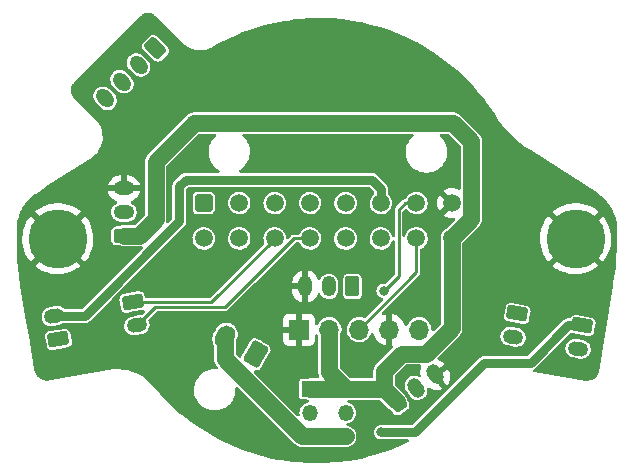
<source format=gbr>
%TF.GenerationSoftware,KiCad,Pcbnew,(6.0.1)*%
%TF.CreationDate,2022-03-04T07:34:18+09:00*%
%TF.ProjectId,v0_miniAB_pancake_board,76305f6d-696e-4694-9142-5f70616e6361,rev?*%
%TF.SameCoordinates,Original*%
%TF.FileFunction,Copper,L2,Bot*%
%TF.FilePolarity,Positive*%
%FSLAX46Y46*%
G04 Gerber Fmt 4.6, Leading zero omitted, Abs format (unit mm)*
G04 Created by KiCad (PCBNEW (6.0.1)) date 2022-03-04 07:34:18*
%MOMM*%
%LPD*%
G01*
G04 APERTURE LIST*
G04 Aperture macros list*
%AMRoundRect*
0 Rectangle with rounded corners*
0 $1 Rounding radius*
0 $2 $3 $4 $5 $6 $7 $8 $9 X,Y pos of 4 corners*
0 Add a 4 corners polygon primitive as box body*
4,1,4,$2,$3,$4,$5,$6,$7,$8,$9,$2,$3,0*
0 Add four circle primitives for the rounded corners*
1,1,$1+$1,$2,$3*
1,1,$1+$1,$4,$5*
1,1,$1+$1,$6,$7*
1,1,$1+$1,$8,$9*
0 Add four rect primitives between the rounded corners*
20,1,$1+$1,$2,$3,$4,$5,0*
20,1,$1+$1,$4,$5,$6,$7,0*
20,1,$1+$1,$6,$7,$8,$9,0*
20,1,$1+$1,$8,$9,$2,$3,0*%
%AMHorizOval*
0 Thick line with rounded ends*
0 $1 width*
0 $2 $3 position (X,Y) of the first rounded end (center of the circle)*
0 $4 $5 position (X,Y) of the second rounded end (center of the circle)*
0 Add line between two ends*
20,1,$1,$2,$3,$4,$5,0*
0 Add two circle primitives to create the rounded ends*
1,1,$1,$2,$3*
1,1,$1,$4,$5*%
G04 Aperture macros list end*
%TA.AperFunction,ComponentPad*%
%ADD10RoundRect,0.249999X-0.194454X0.689431X-0.689431X0.194454X0.194454X-0.689431X0.689431X-0.194454X0*%
%TD*%
%TA.AperFunction,ComponentPad*%
%ADD11HorizOval,1.200000X-0.194454X0.194454X0.194454X-0.194454X0*%
%TD*%
%TA.AperFunction,ComponentPad*%
%ADD12RoundRect,0.250001X0.813011X0.408179X-0.053012X0.908178X-0.813011X-0.408179X0.053012X-0.908178X0*%
%TD*%
%TA.AperFunction,ComponentPad*%
%ADD13HorizOval,1.500000X0.130000X0.225167X-0.130000X-0.225167X0*%
%TD*%
%TA.AperFunction,ComponentPad*%
%ADD14RoundRect,0.249999X-0.676283X0.236153X-0.554729X-0.453214X0.676283X-0.236153X0.554729X0.453214X0*%
%TD*%
%TA.AperFunction,ComponentPad*%
%ADD15HorizOval,1.200000X-0.270822X-0.047753X0.270822X0.047753X0*%
%TD*%
%TA.AperFunction,ComponentPad*%
%ADD16RoundRect,0.249999X-0.554729X0.453214X-0.676283X-0.236153X0.554729X-0.453214X0.676283X0.236153X0*%
%TD*%
%TA.AperFunction,ComponentPad*%
%ADD17HorizOval,1.200000X-0.270822X0.047753X0.270822X-0.047753X0*%
%TD*%
%TA.AperFunction,ComponentPad*%
%ADD18RoundRect,0.249999X0.676283X-0.236153X0.554729X0.453214X-0.676283X0.236153X-0.554729X-0.453214X0*%
%TD*%
%TA.AperFunction,ComponentPad*%
%ADD19HorizOval,1.200000X0.270822X0.047753X-0.270822X-0.047753X0*%
%TD*%
%TA.AperFunction,ComponentPad*%
%ADD20RoundRect,0.250000X0.350000X0.625000X-0.350000X0.625000X-0.350000X-0.625000X0.350000X-0.625000X0*%
%TD*%
%TA.AperFunction,ComponentPad*%
%ADD21O,1.200000X1.750000*%
%TD*%
%TA.AperFunction,ComponentPad*%
%ADD22RoundRect,0.249999X0.625001X-0.350001X0.625001X0.350001X-0.625001X0.350001X-0.625001X-0.350001X0*%
%TD*%
%TA.AperFunction,ComponentPad*%
%ADD23O,1.750000X1.200000*%
%TD*%
%TA.AperFunction,ComponentPad*%
%ADD24R,1.350000X1.350000*%
%TD*%
%TA.AperFunction,ComponentPad*%
%ADD25O,1.350000X1.350000*%
%TD*%
%TA.AperFunction,ComponentPad*%
%ADD26RoundRect,0.250000X0.071782X-0.712722X0.645188X-0.311218X-0.071782X0.712722X-0.645188X0.311218X0*%
%TD*%
%TA.AperFunction,ComponentPad*%
%ADD27HorizOval,1.200000X-0.157734X0.225267X0.157734X-0.225267X0*%
%TD*%
%TA.AperFunction,ComponentPad*%
%ADD28R,1.700000X1.700000*%
%TD*%
%TA.AperFunction,ComponentPad*%
%ADD29O,1.700000X1.700000*%
%TD*%
%TA.AperFunction,ComponentPad*%
%ADD30C,5.000000*%
%TD*%
%TA.AperFunction,ComponentPad*%
%ADD31RoundRect,0.250001X-0.499999X-0.499999X0.499999X-0.499999X0.499999X0.499999X-0.499999X0.499999X0*%
%TD*%
%TA.AperFunction,ComponentPad*%
%ADD32C,1.500000*%
%TD*%
%TA.AperFunction,ViaPad*%
%ADD33C,0.800000*%
%TD*%
%TA.AperFunction,Conductor*%
%ADD34C,0.250000*%
%TD*%
%TA.AperFunction,Conductor*%
%ADD35C,0.780000*%
%TD*%
%TA.AperFunction,Conductor*%
%ADD36C,1.400000*%
%TD*%
G04 APERTURE END LIST*
D10*
%TO.P,J1,1,Pin_1*%
%TO.N,/B-*%
X86330229Y-83865589D03*
D11*
%TO.P,J1,2,Pin_2*%
%TO.N,/B+*%
X84916015Y-85279803D03*
%TO.P,J1,3,Pin_3*%
%TO.N,/A-*%
X83501802Y-86694016D03*
%TO.P,J1,4,Pin_4*%
%TO.N,/A+*%
X82087588Y-88108230D03*
%TD*%
D12*
%TO.P,J2,1,Pin_1*%
%TO.N,/heat_gnd*%
X94825638Y-109783080D03*
D13*
%TO.P,J2,2,Pin_2*%
%TO.N,+24V*%
X92227562Y-108283080D03*
%TD*%
D14*
%TO.P,J3,1,Pin_1*%
%TO.N,/therm0*%
X84429600Y-105359200D03*
D15*
%TO.P,J3,2,Pin_2*%
%TO.N,/therm1*%
X84776896Y-107328816D03*
%TD*%
D16*
%TO.P,J4,1,Pin_1*%
%TO.N,/VFAN0*%
X122478800Y-107340400D03*
D17*
%TO.P,J4,2,Pin_2*%
%TO.N,/fan0*%
X122131504Y-109310016D03*
%TD*%
D18*
%TO.P,J5,1,Pin_1*%
%TO.N,/VFAN0*%
X78130400Y-108508800D03*
D19*
%TO.P,J5,2,Pin_2*%
%TO.N,/fan0*%
X77783104Y-106539184D03*
%TD*%
D16*
%TO.P,J6,1,Pin_1*%
%TO.N,/VFAN1*%
X116974612Y-106324400D03*
D17*
%TO.P,J6,2,Pin_2*%
%TO.N,/fan1*%
X116627316Y-108294016D03*
%TD*%
D20*
%TO.P,J7,1,Pin_1*%
%TO.N,+5V*%
X103022400Y-104038400D03*
D21*
%TO.P,J7,2,Pin_2*%
%TO.N,/sw0*%
X101022400Y-104038400D03*
%TO.P,J7,3,Pin_3*%
%TO.N,GND*%
X99022400Y-104038400D03*
%TD*%
D22*
%TO.P,J8,1,Pin_1*%
%TO.N,+5V*%
X83676400Y-99739200D03*
D23*
%TO.P,J8,2,Pin_2*%
%TO.N,/sw1*%
X83676400Y-97739200D03*
%TO.P,J8,3,Pin_3*%
%TO.N,GND*%
X83676400Y-95739200D03*
%TD*%
D24*
%TO.P,J10,1,Pin_1*%
%TO.N,+5V*%
X99415600Y-112725200D03*
D25*
%TO.P,J10,2,Pin_2*%
%TO.N,/VFAN0*%
X99415600Y-114725200D03*
%TO.P,J10,3,Pin_3*%
%TO.N,+24V*%
X99415600Y-116725200D03*
%TD*%
D24*
%TO.P,J11,1,Pin_1*%
%TO.N,+5V*%
X102463600Y-112725200D03*
D25*
%TO.P,J11,2,Pin_2*%
%TO.N,/VFAN1*%
X102463600Y-114725200D03*
%TO.P,J11,3,Pin_3*%
%TO.N,+24V*%
X102463600Y-116725200D03*
%TD*%
D26*
%TO.P,J12,1,Pin_1*%
%TO.N,+5V*%
X106758229Y-113777420D03*
D27*
%TO.P,J12,2,Pin_2*%
%TO.N,/led*%
X108396533Y-112630267D03*
%TO.P,J12,3,Pin_3*%
%TO.N,GND*%
X110034837Y-111483114D03*
%TD*%
D28*
%TO.P,J13,1,Pin_1*%
%TO.N,GND*%
X98506200Y-107696000D03*
D29*
%TO.P,J13,2,Pin_2*%
%TO.N,+5V*%
X101046200Y-107696000D03*
%TO.P,J13,3,Pin_3*%
%TO.N,/servo*%
X103586200Y-107696000D03*
%TO.P,J13,4,Pin_4*%
%TO.N,GND*%
X106126200Y-107696000D03*
%TO.P,J13,5,Pin_5*%
%TO.N,/sw1*%
X108666200Y-107696000D03*
%TD*%
D30*
%TO.P,H1,1,1*%
%TO.N,GND*%
X121920000Y-100000000D03*
%TD*%
%TO.P,H2,1,1*%
%TO.N,GND*%
X78080000Y-100000000D03*
%TD*%
D31*
%TO.P,J9,1,Pin_1*%
%TO.N,/A+*%
X90439600Y-96971400D03*
D32*
%TO.P,J9,2,Pin_2*%
%TO.N,/A-*%
X93439600Y-96971400D03*
%TO.P,J9,3,Pin_3*%
%TO.N,/B+*%
X96439600Y-96971400D03*
%TO.P,J9,4,Pin_4*%
%TO.N,/B-*%
X99439600Y-96971400D03*
%TO.P,J9,5,Pin_5*%
%TO.N,/sw1*%
X102439600Y-96971400D03*
%TO.P,J9,6,Pin_6*%
%TO.N,/fan0*%
X105439600Y-96971400D03*
%TO.P,J9,7,Pin_7*%
%TO.N,/led*%
X108439600Y-96971400D03*
%TO.P,J9,8,Pin_8*%
%TO.N,GND*%
X111439600Y-96971400D03*
%TO.P,J9,9,Pin_9*%
%TO.N,+24V*%
X90439600Y-99971400D03*
%TO.P,J9,10,Pin_10*%
%TO.N,/heat_gnd*%
X93439600Y-99971400D03*
%TO.P,J9,11,Pin_11*%
%TO.N,/therm0*%
X96439600Y-99971400D03*
%TO.P,J9,12,Pin_12*%
%TO.N,/therm1*%
X99439600Y-99971400D03*
%TO.P,J9,13,Pin_13*%
%TO.N,/sw0*%
X102439600Y-99971400D03*
%TO.P,J9,14,Pin_14*%
%TO.N,/fan1*%
X105439600Y-99971400D03*
%TO.P,J9,15,Pin_15*%
%TO.N,/servo*%
X108439600Y-99971400D03*
%TO.P,J9,16,Pin_16*%
%TO.N,+5V*%
X111439600Y-99971400D03*
%TD*%
D33*
%TO.N,GND*%
X90322400Y-91744800D03*
X94894400Y-93726000D03*
X86360000Y-87477600D03*
X88798400Y-109169200D03*
X113538000Y-108204000D03*
X88798400Y-111607600D03*
X87477600Y-104190800D03*
%TO.N,/VFAN0*%
X105467700Y-116389700D03*
%TO.N,/led*%
X105664000Y-104394000D03*
%TD*%
D34*
%TO.N,/therm1*%
X99439600Y-99971400D02*
X98072400Y-99971400D01*
X86296992Y-105808720D02*
X84776896Y-107328816D01*
X92235080Y-105808720D02*
X86296992Y-105808720D01*
X98072400Y-99971400D02*
X92235080Y-105808720D01*
%TO.N,/therm0*%
X91084400Y-105359200D02*
X84429600Y-105359200D01*
X96439600Y-100004000D02*
X91084400Y-105359200D01*
X96439600Y-99971400D02*
X96439600Y-100004000D01*
D35*
%TO.N,/fan0*%
X105439600Y-95787600D02*
X104648000Y-94996000D01*
X77783104Y-106539184D02*
X80374220Y-106539184D01*
X105439600Y-96971400D02*
X105439600Y-95787600D01*
X104648000Y-94996000D02*
X88900000Y-94996000D01*
X80374220Y-106539184D02*
X88376702Y-98536702D01*
X88376702Y-95519298D02*
X88376702Y-98536702D01*
X88900000Y-94996000D02*
X88376702Y-95519298D01*
D36*
%TO.N,+5V*%
X101046200Y-107696000D02*
X101046200Y-111307800D01*
X101046200Y-111307800D02*
X102463600Y-112725200D01*
X84918800Y-99739200D02*
X83676400Y-99739200D01*
X99415600Y-112725200D02*
X102463600Y-112725200D01*
X107188000Y-109728000D02*
X109260783Y-109728000D01*
X111537879Y-90201879D02*
X89630121Y-90201879D01*
X111439600Y-107549183D02*
X111439600Y-99971400D01*
X86360000Y-93472000D02*
X86360000Y-98298000D01*
X113089111Y-91753111D02*
X111537879Y-90201879D01*
X111439600Y-99971400D02*
X113089111Y-98321889D01*
X105706009Y-112725200D02*
X102463600Y-112725200D01*
X86360000Y-98298000D02*
X84918800Y-99739200D01*
X105706009Y-112725200D02*
X105706009Y-111209991D01*
X109260783Y-109728000D02*
X111439600Y-107549183D01*
X113089111Y-98321889D02*
X113089111Y-91753111D01*
X105706009Y-112725200D02*
X106758229Y-113777420D01*
X89630121Y-90201879D02*
X86360000Y-93472000D01*
X105706009Y-111209991D02*
X107188000Y-109728000D01*
%TO.N,+24V*%
X92227562Y-110159962D02*
X98792800Y-116725200D01*
X92227562Y-108283080D02*
X92227562Y-110159962D01*
X99415600Y-116725200D02*
X102463600Y-116725200D01*
X98792800Y-116725200D02*
X99415600Y-116725200D01*
D35*
%TO.N,/VFAN0*%
X108298700Y-116389700D02*
X105467700Y-116389700D01*
X108298700Y-116389700D02*
X114182249Y-110506151D01*
X114182249Y-110506151D02*
X118121630Y-110506151D01*
X118121630Y-110506151D02*
X121287381Y-107340400D01*
X121287381Y-107340400D02*
X122478800Y-107340400D01*
D34*
%TO.N,/led*%
X105664000Y-104394000D02*
X106934000Y-103124000D01*
X106934000Y-103124000D02*
X106934000Y-97536000D01*
X106934000Y-97536000D02*
X107498600Y-96971400D01*
X107498600Y-96971400D02*
X108439600Y-96971400D01*
%TO.N,/servo*%
X108430600Y-102851600D02*
X108439600Y-102851600D01*
X108439600Y-99971400D02*
X108439600Y-102851600D01*
X103586200Y-107696000D02*
X108430600Y-102851600D01*
%TD*%
%TA.AperFunction,Conductor*%
%TO.N,GND*%
G36*
X85886212Y-80878150D02*
G01*
X85910432Y-80882966D01*
X86055527Y-80926980D01*
X86078341Y-80936431D01*
X86212056Y-81007903D01*
X86232583Y-81021619D01*
X86349939Y-81117930D01*
X86349939Y-81117931D01*
X86348083Y-81120193D01*
X86352402Y-81122764D01*
X86355740Y-81129316D01*
X86369270Y-81136210D01*
X86379507Y-81147049D01*
X86384453Y-81150752D01*
X88656888Y-83423187D01*
X88664447Y-83438023D01*
X88669088Y-83440388D01*
X88683318Y-83452989D01*
X88683319Y-83452990D01*
X88853486Y-83603670D01*
X88856349Y-83606205D01*
X88859495Y-83608373D01*
X89063246Y-83748791D01*
X89063250Y-83748793D01*
X89066388Y-83750956D01*
X89069772Y-83752727D01*
X89069774Y-83752728D01*
X89289016Y-83867452D01*
X89289020Y-83867454D01*
X89292401Y-83869223D01*
X89531067Y-83959267D01*
X89689615Y-83997974D01*
X89775167Y-84018860D01*
X89775171Y-84018861D01*
X89778875Y-84019765D01*
X89782658Y-84020214D01*
X89782664Y-84020215D01*
X90028390Y-84049376D01*
X90028394Y-84049376D01*
X90032184Y-84049826D01*
X90036004Y-84049814D01*
X90036008Y-84049814D01*
X90157936Y-84049424D01*
X90287269Y-84049011D01*
X90291062Y-84048536D01*
X90291066Y-84048536D01*
X90536588Y-84017804D01*
X90536592Y-84017803D01*
X90540381Y-84017329D01*
X90662863Y-83986596D01*
X90784104Y-83956175D01*
X90784110Y-83956173D01*
X90787797Y-83955248D01*
X90791349Y-83953882D01*
X90791355Y-83953880D01*
X91003799Y-83872173D01*
X91003800Y-83872173D01*
X91021253Y-83865460D01*
X91026425Y-83864869D01*
X91031072Y-83860609D01*
X91037211Y-83859173D01*
X91046777Y-83848105D01*
X91053377Y-83843977D01*
X91064351Y-83837687D01*
X91588623Y-83537173D01*
X91750477Y-83444398D01*
X91755665Y-83441584D01*
X92487383Y-83066540D01*
X92492696Y-83063972D01*
X92661896Y-82987028D01*
X93241195Y-82723592D01*
X93246583Y-82721291D01*
X93711842Y-82535485D01*
X94010213Y-82416327D01*
X94015744Y-82414267D01*
X94792794Y-82145402D01*
X94798414Y-82143604D01*
X95587178Y-81911425D01*
X95592877Y-81909891D01*
X96391671Y-81714894D01*
X96397435Y-81713629D01*
X97204496Y-81556247D01*
X97210314Y-81555254D01*
X97409077Y-81526078D01*
X98023846Y-81435838D01*
X98029663Y-81435122D01*
X98847922Y-81353927D01*
X98853779Y-81353484D01*
X99207626Y-81335045D01*
X99674922Y-81310694D01*
X99680821Y-81310525D01*
X100072165Y-81308481D01*
X100503063Y-81306231D01*
X100508925Y-81306338D01*
X100938624Y-81324232D01*
X101330494Y-81340551D01*
X101336383Y-81340935D01*
X102155406Y-81413577D01*
X102161270Y-81414236D01*
X102687432Y-81485865D01*
X102975985Y-81525147D01*
X102981796Y-81526077D01*
X103665858Y-81652072D01*
X103790473Y-81675024D01*
X103796250Y-81676229D01*
X104597029Y-81862871D01*
X104602743Y-81864345D01*
X105393899Y-82088276D01*
X105399539Y-82090016D01*
X106179353Y-82350751D01*
X106184904Y-82352753D01*
X106343731Y-82414267D01*
X106951642Y-82649712D01*
X106957070Y-82651961D01*
X107523539Y-82902457D01*
X107709104Y-82984515D01*
X107714444Y-82987028D01*
X108450063Y-83354423D01*
X108455229Y-83357155D01*
X109172854Y-83758601D01*
X109177904Y-83761583D01*
X109657274Y-84060043D01*
X109875950Y-84196193D01*
X109880885Y-84199429D01*
X110557762Y-84666213D01*
X110562541Y-84669676D01*
X111216855Y-85167670D01*
X111221458Y-85171347D01*
X111851747Y-85699442D01*
X111856129Y-85703291D01*
X112461005Y-86260326D01*
X112465219Y-86264392D01*
X112607630Y-86408433D01*
X113043332Y-86849123D01*
X113047382Y-86853416D01*
X113597462Y-87464553D01*
X113601306Y-87469030D01*
X114122179Y-88105269D01*
X114125809Y-88109922D01*
X114342055Y-88400858D01*
X114591678Y-88736699D01*
X114616303Y-88769830D01*
X114619706Y-88774640D01*
X115072174Y-89447004D01*
X115076088Y-89462034D01*
X115080190Y-89465404D01*
X115381230Y-89909494D01*
X115382247Y-89910834D01*
X115382253Y-89910842D01*
X115695002Y-90322813D01*
X115708687Y-90340840D01*
X115709793Y-90342145D01*
X115709800Y-90342154D01*
X115895331Y-90561114D01*
X116058786Y-90754020D01*
X116059957Y-90755261D01*
X116059969Y-90755274D01*
X116418754Y-91135382D01*
X116430520Y-91147847D01*
X116822822Y-91521192D01*
X117234565Y-91872980D01*
X117235899Y-91874002D01*
X117235906Y-91874007D01*
X117663223Y-92201174D01*
X117663234Y-92201182D01*
X117664565Y-92202201D01*
X118107422Y-92505060D01*
X118110772Y-92509173D01*
X118125447Y-92513059D01*
X118137258Y-92521168D01*
X118143403Y-92523977D01*
X123790250Y-96143655D01*
X123804529Y-96152808D01*
X123814951Y-96165601D01*
X123828870Y-96169287D01*
X123828942Y-96169370D01*
X123828980Y-96169316D01*
X124074577Y-96344983D01*
X124085353Y-96352691D01*
X124094803Y-96360159D01*
X124338347Y-96572328D01*
X124347045Y-96580671D01*
X124415866Y-96653315D01*
X124535867Y-96779983D01*
X124569177Y-96815144D01*
X124577039Y-96824282D01*
X124608578Y-96864701D01*
X124775728Y-97078911D01*
X124782684Y-97088764D01*
X124956125Y-97361235D01*
X124962108Y-97371708D01*
X125021741Y-97488785D01*
X125108130Y-97658390D01*
X125108699Y-97659508D01*
X125113650Y-97670501D01*
X125191640Y-97868435D01*
X125232049Y-97970990D01*
X125235928Y-97982410D01*
X125325060Y-98292863D01*
X125327829Y-98304596D01*
X125340426Y-98372355D01*
X125386863Y-98622130D01*
X125388498Y-98634079D01*
X125416905Y-98955819D01*
X125417389Y-98967871D01*
X125416376Y-99099410D01*
X125415782Y-99176657D01*
X125415070Y-99269093D01*
X125414929Y-99270031D01*
X125414983Y-99272335D01*
X125415014Y-99276272D01*
X125414962Y-99283056D01*
X125409718Y-99296588D01*
X125410824Y-99300770D01*
X125409585Y-99304914D01*
X125414630Y-99319279D01*
X125414237Y-99326351D01*
X125414959Y-99331725D01*
X125421322Y-100076240D01*
X125421401Y-100085542D01*
X125421377Y-100089311D01*
X125404545Y-100867351D01*
X125404529Y-100868112D01*
X125404389Y-100871898D01*
X125368511Y-101563860D01*
X125364057Y-101649752D01*
X125363804Y-101653532D01*
X125340731Y-101934349D01*
X125300017Y-102429860D01*
X125299648Y-102433644D01*
X125212476Y-103207626D01*
X125211994Y-103211397D01*
X125129323Y-103788318D01*
X125103383Y-103969341D01*
X125102700Y-103969243D01*
X125102766Y-103970551D01*
X125096154Y-103983517D01*
X125098525Y-103998520D01*
X125095378Y-104015249D01*
X125095297Y-104019338D01*
X123867165Y-111266130D01*
X123859864Y-111278879D01*
X123861027Y-111289584D01*
X123860086Y-111291341D01*
X123861257Y-111291703D01*
X123818577Y-111429608D01*
X123816675Y-111435752D01*
X123807572Y-111457629D01*
X123736608Y-111591160D01*
X123723570Y-111610945D01*
X123628868Y-111728821D01*
X123612356Y-111745817D01*
X123497251Y-111843884D01*
X123477849Y-111857487D01*
X123346417Y-111932270D01*
X123324813Y-111941999D01*
X123181709Y-111990850D01*
X123158670Y-111996361D01*
X123008944Y-112017557D01*
X122985283Y-112018658D01*
X122834659Y-112011466D01*
X122834658Y-112011466D01*
X122834702Y-112010539D01*
X122833149Y-112010725D01*
X122823076Y-112005784D01*
X122807908Y-112008423D01*
X121366881Y-111766460D01*
X118423547Y-111272244D01*
X118359679Y-111241238D01*
X118322713Y-111180625D01*
X118324386Y-111109648D01*
X118364166Y-111050842D01*
X118396195Y-111031575D01*
X118411795Y-111025113D01*
X118411797Y-111025112D01*
X118419428Y-111021951D01*
X118511811Y-110951063D01*
X118511813Y-110951061D01*
X118511937Y-110950966D01*
X118536233Y-110932323D01*
X118542779Y-110927300D01*
X118561519Y-110902878D01*
X118572386Y-110890488D01*
X120166877Y-109295997D01*
X121055824Y-109295997D01*
X121056902Y-109302960D01*
X121056902Y-109302961D01*
X121071473Y-109397080D01*
X121083299Y-109473474D01*
X121149411Y-109640453D01*
X121250873Y-109788636D01*
X121382645Y-109910658D01*
X121388742Y-109914178D01*
X121388746Y-109914181D01*
X121520677Y-109990350D01*
X121538176Y-110000453D01*
X121577514Y-110012630D01*
X121667953Y-110040626D01*
X121667960Y-110040628D01*
X121671731Y-110041795D01*
X122307791Y-110153949D01*
X122311300Y-110154170D01*
X122311302Y-110154170D01*
X122346860Y-110156407D01*
X122441679Y-110162372D01*
X122448637Y-110161245D01*
X122448638Y-110161245D01*
X122612007Y-110134785D01*
X122618959Y-110133659D01*
X122625487Y-110131022D01*
X122625489Y-110131021D01*
X122778941Y-110069022D01*
X122778940Y-110069022D01*
X122785473Y-110066383D01*
X122792872Y-110061241D01*
X122927161Y-109967907D01*
X122932944Y-109963888D01*
X123054043Y-109831267D01*
X123142750Y-109675114D01*
X123153215Y-109640453D01*
X123192620Y-109509936D01*
X123192620Y-109509933D01*
X123194657Y-109503188D01*
X123196278Y-109480019D01*
X123206110Y-109339404D01*
X123207185Y-109324035D01*
X123202845Y-109295997D01*
X123180787Y-109153515D01*
X123179710Y-109146558D01*
X123113598Y-108979579D01*
X123019619Y-108842326D01*
X123016114Y-108837207D01*
X123016113Y-108837206D01*
X123012135Y-108831396D01*
X122880364Y-108709375D01*
X122874270Y-108705856D01*
X122874265Y-108705853D01*
X122730937Y-108623103D01*
X122730936Y-108623103D01*
X122724833Y-108619579D01*
X122671372Y-108603030D01*
X122595056Y-108579406D01*
X122595049Y-108579404D01*
X122591278Y-108578237D01*
X121955218Y-108466083D01*
X121951709Y-108465862D01*
X121951707Y-108465862D01*
X121916084Y-108463621D01*
X121821329Y-108457660D01*
X121814371Y-108458787D01*
X121814370Y-108458787D01*
X121651304Y-108485198D01*
X121644049Y-108486373D01*
X121637521Y-108489010D01*
X121637519Y-108489011D01*
X121522910Y-108535316D01*
X121477535Y-108553649D01*
X121471754Y-108557667D01*
X121471752Y-108557668D01*
X121424266Y-108590672D01*
X121330065Y-108656144D01*
X121208966Y-108788765D01*
X121120258Y-108944918D01*
X121068352Y-109116844D01*
X121055824Y-109295997D01*
X120166877Y-109295997D01*
X121457758Y-108005116D01*
X121520070Y-107971090D01*
X121590885Y-107976155D01*
X121608602Y-107984380D01*
X121640734Y-108002448D01*
X121671273Y-108010860D01*
X123008316Y-108246616D01*
X123024383Y-108247909D01*
X123032234Y-108248541D01*
X123032235Y-108248541D01*
X123039890Y-108249157D01*
X123154948Y-108230213D01*
X123164259Y-108228680D01*
X123164260Y-108228680D01*
X123173557Y-108227149D01*
X123294843Y-108166809D01*
X123375573Y-108090066D01*
X123386198Y-108079966D01*
X123386199Y-108079965D01*
X123393026Y-108073475D01*
X123398056Y-108064531D01*
X123454823Y-107963579D01*
X123459424Y-107955397D01*
X123464748Y-107936069D01*
X123467047Y-107927723D01*
X123467048Y-107927720D01*
X123467836Y-107924858D01*
X123589415Y-107235345D01*
X123607569Y-107132387D01*
X123607569Y-107132385D01*
X123608085Y-107129460D01*
X123609065Y-107117290D01*
X123610010Y-107105541D01*
X123610010Y-107105540D01*
X123610626Y-107097885D01*
X123593663Y-106994860D01*
X123590148Y-106973509D01*
X123590147Y-106973506D01*
X123588618Y-106964219D01*
X123528278Y-106842932D01*
X123434944Y-106744749D01*
X123316866Y-106678352D01*
X123286327Y-106669940D01*
X121949284Y-106434184D01*
X121930964Y-106432710D01*
X121925366Y-106432259D01*
X121925365Y-106432259D01*
X121917710Y-106431643D01*
X121856373Y-106441742D01*
X121793341Y-106452120D01*
X121793340Y-106452120D01*
X121784043Y-106453651D01*
X121662757Y-106513991D01*
X121655932Y-106520479D01*
X121576413Y-106596071D01*
X121564574Y-106607325D01*
X121525781Y-106676313D01*
X121520526Y-106685658D01*
X121469703Y-106735231D01*
X121410699Y-106749900D01*
X121334339Y-106749900D01*
X121317892Y-106748822D01*
X121295569Y-106745883D01*
X121287381Y-106744805D01*
X121248682Y-106749900D01*
X121248677Y-106749900D01*
X121141418Y-106764021D01*
X121133230Y-106765099D01*
X121059837Y-106795500D01*
X120989583Y-106824600D01*
X120942462Y-106860757D01*
X120897200Y-106895488D01*
X120897198Y-106895490D01*
X120876043Y-106911723D01*
X120866232Y-106919251D01*
X120861206Y-106925801D01*
X120861203Y-106925804D01*
X120847496Y-106943668D01*
X120836629Y-106956059D01*
X117913942Y-109878746D01*
X117851630Y-109912772D01*
X117824847Y-109915651D01*
X114229207Y-109915651D01*
X114212760Y-109914573D01*
X114190437Y-109911634D01*
X114182249Y-109910556D01*
X114143550Y-109915651D01*
X114143545Y-109915651D01*
X114036284Y-109929772D01*
X114036282Y-109929773D01*
X114028098Y-109930850D01*
X113977661Y-109951742D01*
X113884451Y-109990350D01*
X113877901Y-109995376D01*
X113792068Y-110061239D01*
X113792066Y-110061241D01*
X113781926Y-110069022D01*
X113761100Y-110085002D01*
X113756074Y-110091552D01*
X113756071Y-110091555D01*
X113742364Y-110109419D01*
X113731497Y-110121810D01*
X108091012Y-115762295D01*
X108028700Y-115796321D01*
X108001917Y-115799200D01*
X105591277Y-115799200D01*
X105574831Y-115798122D01*
X105475888Y-115785096D01*
X105467700Y-115784018D01*
X105310938Y-115804656D01*
X105164859Y-115865164D01*
X105039418Y-115961418D01*
X104943164Y-116086859D01*
X104882656Y-116232938D01*
X104862018Y-116389700D01*
X104882656Y-116546462D01*
X104943164Y-116692541D01*
X105039418Y-116817982D01*
X105164859Y-116914236D01*
X105310938Y-116974744D01*
X105467700Y-116995382D01*
X105475888Y-116994304D01*
X105574831Y-116981278D01*
X105591277Y-116980200D01*
X107693498Y-116980200D01*
X107761619Y-117000202D01*
X107808112Y-117053858D01*
X107818216Y-117124132D01*
X107788722Y-117188712D01*
X107747225Y-117220171D01*
X107232342Y-117462889D01*
X107227001Y-117465257D01*
X106466094Y-117781722D01*
X106460649Y-117783840D01*
X105685882Y-118064696D01*
X105680345Y-118066559D01*
X105352859Y-118168366D01*
X104893398Y-118311200D01*
X104887810Y-118312797D01*
X104202035Y-118491585D01*
X104090333Y-118520707D01*
X104084647Y-118522049D01*
X103278426Y-118692762D01*
X103272684Y-118693839D01*
X102691674Y-118788970D01*
X102459417Y-118826998D01*
X102453649Y-118827806D01*
X101879335Y-118894682D01*
X101635073Y-118923125D01*
X101629256Y-118923666D01*
X101478518Y-118934168D01*
X100807142Y-118980941D01*
X100801336Y-118981210D01*
X100328241Y-118992181D01*
X99977441Y-119000315D01*
X99971599Y-119000315D01*
X99620816Y-118992181D01*
X99147705Y-118981210D01*
X99141899Y-118980941D01*
X98470231Y-118934147D01*
X98319784Y-118923666D01*
X98313967Y-118923125D01*
X98069706Y-118894682D01*
X97495392Y-118827806D01*
X97489630Y-118826999D01*
X97073179Y-118758812D01*
X96676356Y-118693838D01*
X96670615Y-118692761D01*
X95864394Y-118522048D01*
X95858708Y-118520706D01*
X95741103Y-118490046D01*
X95061229Y-118312797D01*
X95055642Y-118311200D01*
X94596402Y-118168435D01*
X94268696Y-118066559D01*
X94263159Y-118064696D01*
X93488392Y-117783839D01*
X93482947Y-117781721D01*
X92722040Y-117465256D01*
X92716700Y-117462888D01*
X91971273Y-117111491D01*
X91966047Y-117108878D01*
X91237716Y-116723308D01*
X91232618Y-116720456D01*
X90686161Y-116397888D01*
X90522938Y-116301539D01*
X90517999Y-116298468D01*
X89828445Y-115847069D01*
X89823668Y-115843780D01*
X89325624Y-115483700D01*
X89155845Y-115360951D01*
X89151191Y-115357420D01*
X88570831Y-114895396D01*
X88506435Y-114844130D01*
X88501952Y-114840388D01*
X88449959Y-114794903D01*
X88168566Y-114548735D01*
X87881715Y-114297792D01*
X87877408Y-114293845D01*
X87282964Y-113723059D01*
X87278846Y-113718916D01*
X86711507Y-113121199D01*
X86707584Y-113116869D01*
X86176326Y-112502476D01*
X86176972Y-112501918D01*
X86175712Y-112500921D01*
X86170624Y-112488017D01*
X86168163Y-112486451D01*
X85921227Y-112214008D01*
X85917130Y-112210256D01*
X85650146Y-111965813D01*
X85650144Y-111965812D01*
X85647980Y-111963830D01*
X85352656Y-111740143D01*
X85350163Y-111738597D01*
X85350153Y-111738590D01*
X85040303Y-111546427D01*
X85040299Y-111546425D01*
X85037813Y-111544883D01*
X85035203Y-111543583D01*
X85035197Y-111543580D01*
X84708805Y-111381051D01*
X84708803Y-111381050D01*
X84706178Y-111379743D01*
X84694427Y-111375200D01*
X84363361Y-111247211D01*
X84363355Y-111247209D01*
X84360626Y-111246154D01*
X84155880Y-111188212D01*
X84006970Y-111146071D01*
X84006963Y-111146069D01*
X84004149Y-111145273D01*
X83774481Y-111102846D01*
X83642708Y-111078503D01*
X83642700Y-111078502D01*
X83639837Y-111077973D01*
X83636933Y-111077712D01*
X83636924Y-111077711D01*
X83273778Y-111045102D01*
X83273770Y-111045102D01*
X83270845Y-111044839D01*
X83267909Y-111044849D01*
X83267899Y-111044849D01*
X83065304Y-111045570D01*
X82903148Y-111046147D01*
X82900333Y-111045386D01*
X82881687Y-111052496D01*
X82877497Y-111052706D01*
X82866998Y-111055585D01*
X80424995Y-111477196D01*
X77472284Y-111986980D01*
X77468151Y-111987138D01*
X77454683Y-111989745D01*
X77436651Y-111988037D01*
X77427016Y-111993733D01*
X77425004Y-111993542D01*
X77425182Y-111994817D01*
X77267037Y-112016903D01*
X77246694Y-112018080D01*
X77165633Y-112016198D01*
X77084576Y-112014315D01*
X77064301Y-112012195D01*
X76904907Y-111982335D01*
X76885239Y-111976972D01*
X76777949Y-111938153D01*
X76732753Y-111921800D01*
X76714219Y-111913342D01*
X76572621Y-111834298D01*
X76555682Y-111822954D01*
X76428687Y-111722112D01*
X76413800Y-111708185D01*
X76304730Y-111588185D01*
X76292283Y-111572038D01*
X76203994Y-111436019D01*
X76194315Y-111418078D01*
X76149794Y-111316692D01*
X76129116Y-111269601D01*
X76122457Y-111250337D01*
X76122429Y-111250226D01*
X76082675Y-111095697D01*
X76084975Y-111095105D01*
X76083311Y-111091290D01*
X76084579Y-111082510D01*
X76077501Y-111069078D01*
X76075158Y-111052715D01*
X76073761Y-111048347D01*
X75617186Y-108266285D01*
X76998574Y-108266285D01*
X77001114Y-108297859D01*
X77001626Y-108300764D01*
X77001627Y-108300770D01*
X77050759Y-108579406D01*
X77141365Y-109093257D01*
X77149776Y-109123797D01*
X77153539Y-109130490D01*
X77153540Y-109130491D01*
X77180964Y-109179259D01*
X77216174Y-109241875D01*
X77314357Y-109335209D01*
X77435643Y-109395549D01*
X77444940Y-109397080D01*
X77444941Y-109397080D01*
X77495955Y-109405479D01*
X77569310Y-109417557D01*
X77600883Y-109415017D01*
X77603788Y-109414505D01*
X77603794Y-109414504D01*
X78275875Y-109295997D01*
X78937926Y-109179259D01*
X78940786Y-109178471D01*
X78940792Y-109178470D01*
X78961062Y-109172887D01*
X78961061Y-109172887D01*
X78968466Y-109170848D01*
X79086544Y-109104451D01*
X79179878Y-109006268D01*
X79240218Y-108884981D01*
X79243626Y-108864287D01*
X79257928Y-108777420D01*
X79262226Y-108751315D01*
X79259686Y-108719741D01*
X79253893Y-108686884D01*
X79180907Y-108272965D01*
X79119435Y-107924343D01*
X79111024Y-107893803D01*
X79106650Y-107886025D01*
X79049244Y-107783937D01*
X79049243Y-107783936D01*
X79044626Y-107775725D01*
X78979478Y-107713794D01*
X78953268Y-107688879D01*
X78946443Y-107682391D01*
X78825157Y-107622051D01*
X78815860Y-107620520D01*
X78815859Y-107620520D01*
X78715966Y-107604073D01*
X78691490Y-107600043D01*
X78659917Y-107602583D01*
X78657012Y-107603095D01*
X78657006Y-107603096D01*
X78102108Y-107700940D01*
X77322874Y-107838341D01*
X77320014Y-107839129D01*
X77320008Y-107839130D01*
X77313502Y-107840922D01*
X77292334Y-107846752D01*
X77174256Y-107913149D01*
X77167767Y-107919975D01*
X77133650Y-107955865D01*
X77080922Y-108011332D01*
X77020582Y-108132619D01*
X77019053Y-108141906D01*
X77019052Y-108141909D01*
X77008048Y-108208746D01*
X76998574Y-108266285D01*
X75617186Y-108266285D01*
X75334202Y-106541969D01*
X76707973Y-106541969D01*
X76708366Y-106548998D01*
X76715809Y-106682117D01*
X76717998Y-106721279D01*
X76719939Y-106728048D01*
X76757993Y-106860757D01*
X76767500Y-106893913D01*
X76770892Y-106900083D01*
X76770894Y-106900088D01*
X76799543Y-106952200D01*
X76854018Y-107051290D01*
X76858693Y-107056556D01*
X76858694Y-107056557D01*
X76968578Y-107180323D01*
X76968581Y-107180325D01*
X76973253Y-107185588D01*
X76978976Y-107189686D01*
X76978978Y-107189687D01*
X77011663Y-107213087D01*
X77119278Y-107290132D01*
X77284837Y-107359727D01*
X77291767Y-107360949D01*
X77454768Y-107389691D01*
X77454771Y-107389691D01*
X77461700Y-107390913D01*
X77601340Y-107384083D01*
X78237400Y-107271929D01*
X78304692Y-107252124D01*
X78359335Y-107236042D01*
X78359338Y-107236041D01*
X78366095Y-107234052D01*
X78372247Y-107230614D01*
X78372249Y-107230613D01*
X78522864Y-107146437D01*
X78524435Y-107149248D01*
X78585369Y-107129684D01*
X80327262Y-107129684D01*
X80343709Y-107130762D01*
X80374220Y-107134779D01*
X80412919Y-107129684D01*
X80412924Y-107129684D01*
X80520185Y-107115563D01*
X80520187Y-107115562D01*
X80528371Y-107114485D01*
X80651760Y-107063375D01*
X80672018Y-107054984D01*
X80764401Y-106984096D01*
X80764403Y-106984094D01*
X80768615Y-106980862D01*
X80788818Y-106965360D01*
X80788819Y-106965359D01*
X80795369Y-106960333D01*
X80800395Y-106953783D01*
X80800398Y-106953780D01*
X80814105Y-106935916D01*
X80824972Y-106923525D01*
X82631812Y-105116685D01*
X83297774Y-105116685D01*
X83300314Y-105148259D01*
X83300826Y-105151164D01*
X83300827Y-105151170D01*
X83340826Y-105378015D01*
X83440565Y-105943657D01*
X83448976Y-105974197D01*
X83452739Y-105980890D01*
X83452740Y-105980891D01*
X83510444Y-106083507D01*
X83515374Y-106092275D01*
X83522201Y-106098765D01*
X83522202Y-106098766D01*
X83540739Y-106116387D01*
X83613557Y-106185609D01*
X83734843Y-106245949D01*
X83744140Y-106247480D01*
X83744141Y-106247480D01*
X83765405Y-106250981D01*
X83868510Y-106267957D01*
X83900083Y-106265417D01*
X83902988Y-106264905D01*
X83902994Y-106264904D01*
X84567578Y-106147719D01*
X85237126Y-106029659D01*
X85239986Y-106028871D01*
X85239992Y-106028870D01*
X85260262Y-106023287D01*
X85260261Y-106023287D01*
X85267666Y-106021248D01*
X85282968Y-106012644D01*
X85352147Y-105996690D01*
X85418971Y-106020670D01*
X85462222Y-106076972D01*
X85468168Y-106147719D01*
X85433819Y-106211566D01*
X85203643Y-106441742D01*
X85141331Y-106475768D01*
X85106633Y-106478398D01*
X85105239Y-106478310D01*
X85098301Y-106477087D01*
X84958660Y-106483917D01*
X84322600Y-106596071D01*
X84267120Y-106612400D01*
X84200665Y-106631958D01*
X84200662Y-106631959D01*
X84193905Y-106633948D01*
X84187754Y-106637386D01*
X84187751Y-106637387D01*
X84107717Y-106682117D01*
X84037137Y-106721563D01*
X83903674Y-106841733D01*
X83865753Y-106895490D01*
X83810310Y-106974087D01*
X83800153Y-106988485D01*
X83797471Y-106994993D01*
X83797470Y-106994994D01*
X83734933Y-107146721D01*
X83731716Y-107154525D01*
X83701765Y-107331601D01*
X83711790Y-107510911D01*
X83713731Y-107517680D01*
X83747695Y-107636125D01*
X83761292Y-107683545D01*
X83764684Y-107689715D01*
X83764686Y-107689720D01*
X83806165Y-107765170D01*
X83847810Y-107840922D01*
X83852485Y-107846188D01*
X83852486Y-107846189D01*
X83962370Y-107969955D01*
X83962373Y-107969957D01*
X83967045Y-107975220D01*
X83972768Y-107979318D01*
X83972770Y-107979319D01*
X84017544Y-108011374D01*
X84113070Y-108079764D01*
X84278629Y-108149359D01*
X84285559Y-108150581D01*
X84448560Y-108179323D01*
X84448563Y-108179323D01*
X84455492Y-108180545D01*
X84595132Y-108173715D01*
X85231192Y-108061561D01*
X85296527Y-108042332D01*
X85353127Y-108025674D01*
X85353130Y-108025673D01*
X85359887Y-108023684D01*
X85366039Y-108020246D01*
X85366041Y-108020245D01*
X85460998Y-107967175D01*
X85516656Y-107936069D01*
X85611671Y-107850517D01*
X85644883Y-107820613D01*
X85644885Y-107820611D01*
X85650118Y-107815899D01*
X85733842Y-107697213D01*
X85749578Y-107674906D01*
X85749580Y-107674903D01*
X85753640Y-107669147D01*
X85822077Y-107503107D01*
X85823832Y-107492734D01*
X85841260Y-107389691D01*
X85852027Y-107326031D01*
X85849191Y-107275296D01*
X85842395Y-107153750D01*
X85842002Y-107146721D01*
X85831675Y-107110704D01*
X85794444Y-106980862D01*
X85794443Y-106980859D01*
X85792501Y-106974087D01*
X85766934Y-106927581D01*
X85751645Y-106858250D01*
X85776265Y-106791660D01*
X85788254Y-106777785D01*
X86394914Y-106171125D01*
X86457226Y-106137099D01*
X86484009Y-106134220D01*
X92215370Y-106134220D01*
X92226352Y-106134700D01*
X92252900Y-106137023D01*
X92252902Y-106137023D01*
X92263887Y-106137984D01*
X92300295Y-106128228D01*
X92311022Y-106125850D01*
X92314381Y-106125258D01*
X92348125Y-106119308D01*
X92357670Y-106113797D01*
X92360946Y-106112605D01*
X92364114Y-106111128D01*
X92374764Y-106108274D01*
X92405624Y-106086665D01*
X92414895Y-106080759D01*
X92437986Y-106067427D01*
X92447535Y-106061914D01*
X92471765Y-106033037D01*
X92479191Y-106024935D01*
X94140894Y-104363232D01*
X97914400Y-104363232D01*
X97914685Y-104369208D01*
X97928871Y-104517894D01*
X97931130Y-104529628D01*
X97987272Y-104720999D01*
X97991702Y-104732075D01*
X98083019Y-104909378D01*
X98089469Y-104919424D01*
X98212662Y-105076257D01*
X98220899Y-105084906D01*
X98371523Y-105215612D01*
X98381247Y-105222547D01*
X98553867Y-105322410D01*
X98564731Y-105327384D01*
X98753127Y-105392807D01*
X98754116Y-105393048D01*
X98764408Y-105391580D01*
X98768400Y-105378015D01*
X98768400Y-105373802D01*
X99276400Y-105373802D01*
X99280373Y-105387333D01*
X99289799Y-105388688D01*
X99378937Y-105367206D01*
X99390232Y-105363317D01*
X99571782Y-105280771D01*
X99582124Y-105274824D01*
X99744797Y-105159432D01*
X99753825Y-105151639D01*
X99891742Y-105007569D01*
X99899138Y-104998204D01*
X100007321Y-104830659D01*
X100012815Y-104820058D01*
X100070351Y-104677295D01*
X100114366Y-104621589D01*
X100181511Y-104598523D01*
X100250468Y-104615420D01*
X100294076Y-104662622D01*
X100295915Y-104661473D01*
X100391084Y-104813775D01*
X100404687Y-104827473D01*
X100512667Y-104936210D01*
X100512671Y-104936213D01*
X100517630Y-104941207D01*
X100523576Y-104944981D01*
X100523578Y-104944982D01*
X100570235Y-104974591D01*
X100669264Y-105037437D01*
X100689290Y-105044568D01*
X100831814Y-105095319D01*
X100831819Y-105095320D01*
X100838449Y-105097681D01*
X100845435Y-105098514D01*
X100845439Y-105098515D01*
X100972127Y-105113621D01*
X101016776Y-105118945D01*
X101023779Y-105118209D01*
X101023780Y-105118209D01*
X101188375Y-105100910D01*
X101188379Y-105100909D01*
X101195383Y-105100173D01*
X101265636Y-105076257D01*
X101358723Y-105044568D01*
X101358726Y-105044567D01*
X101365393Y-105042297D01*
X101379368Y-105033700D01*
X101469940Y-104977979D01*
X101518355Y-104948194D01*
X101523386Y-104943268D01*
X101523389Y-104943265D01*
X101638378Y-104830659D01*
X101646668Y-104822541D01*
X101652318Y-104813775D01*
X101714534Y-104717234D01*
X102221900Y-104717234D01*
X102224881Y-104748769D01*
X102269766Y-104876584D01*
X102275358Y-104884154D01*
X102275359Y-104884157D01*
X102331409Y-104960042D01*
X102350250Y-104985550D01*
X102357821Y-104991142D01*
X102451643Y-105060441D01*
X102451646Y-105060442D01*
X102459216Y-105066034D01*
X102587031Y-105110919D01*
X102594677Y-105111642D01*
X102594678Y-105111642D01*
X102600648Y-105112206D01*
X102618566Y-105113900D01*
X103426234Y-105113900D01*
X103444152Y-105112206D01*
X103450122Y-105111642D01*
X103450123Y-105111642D01*
X103457769Y-105110919D01*
X103585584Y-105066034D01*
X103593154Y-105060442D01*
X103593157Y-105060441D01*
X103686979Y-104991142D01*
X103694550Y-104985550D01*
X103713391Y-104960042D01*
X103769441Y-104884157D01*
X103769442Y-104884154D01*
X103775034Y-104876584D01*
X103819919Y-104748769D01*
X103822900Y-104717234D01*
X103822900Y-103359566D01*
X103819919Y-103328031D01*
X103775034Y-103200216D01*
X103769442Y-103192646D01*
X103769441Y-103192643D01*
X103700142Y-103098821D01*
X103694550Y-103091250D01*
X103657731Y-103064055D01*
X103593157Y-103016359D01*
X103593154Y-103016358D01*
X103585584Y-103010766D01*
X103457769Y-102965881D01*
X103450123Y-102965158D01*
X103450122Y-102965158D01*
X103444152Y-102964594D01*
X103426234Y-102962900D01*
X102618566Y-102962900D01*
X102600648Y-102964594D01*
X102594678Y-102965158D01*
X102594677Y-102965158D01*
X102587031Y-102965881D01*
X102459216Y-103010766D01*
X102451646Y-103016358D01*
X102451643Y-103016359D01*
X102387069Y-103064055D01*
X102350250Y-103091250D01*
X102344658Y-103098821D01*
X102275359Y-103192643D01*
X102275358Y-103192646D01*
X102269766Y-103200216D01*
X102224881Y-103328031D01*
X102221900Y-103359566D01*
X102221900Y-104717234D01*
X101714534Y-104717234D01*
X101740135Y-104677509D01*
X101743954Y-104671583D01*
X101757511Y-104634337D01*
X101802970Y-104509439D01*
X101802971Y-104509436D01*
X101805378Y-104502822D01*
X101819125Y-104394000D01*
X101822404Y-104368045D01*
X101822404Y-104368042D01*
X101822900Y-104364117D01*
X101822900Y-103718245D01*
X101807946Y-103584928D01*
X101748885Y-103415327D01*
X101743891Y-103407334D01*
X101657449Y-103268999D01*
X101653716Y-103263025D01*
X101580401Y-103189197D01*
X101532133Y-103140590D01*
X101532129Y-103140587D01*
X101527170Y-103135593D01*
X101516161Y-103128606D01*
X101448485Y-103085658D01*
X101375536Y-103039363D01*
X101312343Y-103016861D01*
X101212986Y-102981481D01*
X101212981Y-102981480D01*
X101206351Y-102979119D01*
X101199365Y-102978286D01*
X101199361Y-102978285D01*
X101070333Y-102962900D01*
X101028024Y-102957855D01*
X101021021Y-102958591D01*
X101021020Y-102958591D01*
X100856425Y-102975890D01*
X100856421Y-102975891D01*
X100849417Y-102976627D01*
X100842746Y-102978898D01*
X100686077Y-103032232D01*
X100686074Y-103032233D01*
X100679407Y-103034503D01*
X100673409Y-103038193D01*
X100673407Y-103038194D01*
X100619851Y-103071142D01*
X100526445Y-103128606D01*
X100521414Y-103133532D01*
X100521411Y-103133535D01*
X100497066Y-103157376D01*
X100398132Y-103254259D01*
X100394313Y-103260184D01*
X100394312Y-103260186D01*
X100373035Y-103293202D01*
X100300846Y-103405217D01*
X100299585Y-103408681D01*
X100252281Y-103459827D01*
X100183548Y-103477613D01*
X100116111Y-103455415D01*
X100071380Y-103400282D01*
X100066724Y-103387147D01*
X100057529Y-103355803D01*
X100053098Y-103344725D01*
X99961781Y-103167422D01*
X99955331Y-103157376D01*
X99832138Y-103000543D01*
X99823901Y-102991894D01*
X99673277Y-102861188D01*
X99663553Y-102854253D01*
X99490933Y-102754390D01*
X99480069Y-102749416D01*
X99291673Y-102683993D01*
X99290684Y-102683752D01*
X99280392Y-102685220D01*
X99276400Y-102698785D01*
X99276400Y-105373802D01*
X98768400Y-105373802D01*
X98768400Y-104310515D01*
X98763925Y-104295276D01*
X98762535Y-104294071D01*
X98754852Y-104292400D01*
X97932515Y-104292400D01*
X97917276Y-104296875D01*
X97916071Y-104298265D01*
X97914400Y-104305948D01*
X97914400Y-104363232D01*
X94140894Y-104363232D01*
X94737841Y-103766285D01*
X97914400Y-103766285D01*
X97918875Y-103781524D01*
X97920265Y-103782729D01*
X97927948Y-103784400D01*
X98750285Y-103784400D01*
X98765524Y-103779925D01*
X98766729Y-103778535D01*
X98768400Y-103770852D01*
X98768400Y-102702998D01*
X98764427Y-102689467D01*
X98755001Y-102688112D01*
X98665863Y-102709594D01*
X98654568Y-102713483D01*
X98473018Y-102796029D01*
X98462676Y-102801976D01*
X98300003Y-102917368D01*
X98290975Y-102925161D01*
X98153058Y-103069231D01*
X98145662Y-103078596D01*
X98037479Y-103246141D01*
X98031983Y-103256745D01*
X97957439Y-103441712D01*
X97954045Y-103453170D01*
X97915543Y-103650328D01*
X97914466Y-103659191D01*
X97914400Y-103661900D01*
X97914400Y-103766285D01*
X94737841Y-103766285D01*
X98170321Y-100333805D01*
X98232633Y-100299779D01*
X98259416Y-100296900D01*
X98461250Y-100296900D01*
X98529371Y-100316902D01*
X98573316Y-100365306D01*
X98636776Y-100488785D01*
X98752559Y-100634868D01*
X98757252Y-100638862D01*
X98757253Y-100638863D01*
X98758440Y-100639873D01*
X98894512Y-100755679D01*
X98899890Y-100758685D01*
X98899892Y-100758686D01*
X98975870Y-100801148D01*
X99057227Y-100846617D01*
X99234507Y-100904219D01*
X99419598Y-100926290D01*
X99425733Y-100925818D01*
X99425735Y-100925818D01*
X99599310Y-100912462D01*
X99599315Y-100912461D01*
X99605451Y-100911989D01*
X99611381Y-100910333D01*
X99611383Y-100910333D01*
X99748995Y-100871911D01*
X99784987Y-100861862D01*
X99951368Y-100777817D01*
X99975855Y-100758686D01*
X100093394Y-100666854D01*
X100093395Y-100666853D01*
X100098255Y-100663056D01*
X100204733Y-100539700D01*
X100216030Y-100526612D01*
X100216031Y-100526611D01*
X100220054Y-100521950D01*
X100312126Y-100359874D01*
X100370964Y-100183001D01*
X100382865Y-100088800D01*
X100393885Y-100001570D01*
X100393886Y-100001563D01*
X100394327Y-99998068D01*
X100394699Y-99971400D01*
X100393391Y-99958065D01*
X101484594Y-99958065D01*
X101485110Y-99964209D01*
X101498328Y-100121612D01*
X101500192Y-100143814D01*
X101501891Y-100149739D01*
X101549824Y-100316902D01*
X101551571Y-100322995D01*
X101636776Y-100488785D01*
X101752559Y-100634868D01*
X101757252Y-100638862D01*
X101757253Y-100638863D01*
X101758440Y-100639873D01*
X101894512Y-100755679D01*
X101899890Y-100758685D01*
X101899892Y-100758686D01*
X101975870Y-100801148D01*
X102057227Y-100846617D01*
X102234507Y-100904219D01*
X102419598Y-100926290D01*
X102425733Y-100925818D01*
X102425735Y-100925818D01*
X102599310Y-100912462D01*
X102599315Y-100912461D01*
X102605451Y-100911989D01*
X102611381Y-100910333D01*
X102611383Y-100910333D01*
X102748995Y-100871911D01*
X102784987Y-100861862D01*
X102951368Y-100777817D01*
X102975855Y-100758686D01*
X103093394Y-100666854D01*
X103093395Y-100666853D01*
X103098255Y-100663056D01*
X103204733Y-100539700D01*
X103216030Y-100526612D01*
X103216031Y-100526611D01*
X103220054Y-100521950D01*
X103312126Y-100359874D01*
X103370964Y-100183001D01*
X103382865Y-100088800D01*
X103393885Y-100001570D01*
X103393886Y-100001563D01*
X103394327Y-99998068D01*
X103394699Y-99971400D01*
X103376509Y-99785887D01*
X103374728Y-99779988D01*
X103374727Y-99779983D01*
X103324414Y-99613339D01*
X103322633Y-99607440D01*
X103235122Y-99442856D01*
X103231232Y-99438086D01*
X103231229Y-99438082D01*
X103121205Y-99303180D01*
X103121202Y-99303177D01*
X103117310Y-99298405D01*
X103111656Y-99293727D01*
X103018555Y-99216707D01*
X102973685Y-99179587D01*
X102809716Y-99090929D01*
X102698928Y-99056635D01*
X102637536Y-99037631D01*
X102637533Y-99037630D01*
X102631649Y-99035809D01*
X102625524Y-99035165D01*
X102625523Y-99035165D01*
X102452396Y-99016968D01*
X102452395Y-99016968D01*
X102446268Y-99016324D01*
X102368149Y-99023433D01*
X102266771Y-99032659D01*
X102266768Y-99032660D01*
X102260632Y-99033218D01*
X102254722Y-99034957D01*
X102254719Y-99034958D01*
X102119959Y-99074621D01*
X102081814Y-99085848D01*
X101916623Y-99172207D01*
X101771352Y-99289008D01*
X101651535Y-99431801D01*
X101648571Y-99437193D01*
X101648568Y-99437197D01*
X101587199Y-99548828D01*
X101561735Y-99595146D01*
X101559874Y-99601013D01*
X101559873Y-99601015D01*
X101541511Y-99658899D01*
X101505372Y-99772824D01*
X101484594Y-99958065D01*
X100393391Y-99958065D01*
X100376509Y-99785887D01*
X100374728Y-99779988D01*
X100374727Y-99779983D01*
X100324414Y-99613339D01*
X100322633Y-99607440D01*
X100235122Y-99442856D01*
X100231232Y-99438086D01*
X100231229Y-99438082D01*
X100121205Y-99303180D01*
X100121202Y-99303177D01*
X100117310Y-99298405D01*
X100111656Y-99293727D01*
X100018555Y-99216707D01*
X99973685Y-99179587D01*
X99809716Y-99090929D01*
X99698928Y-99056635D01*
X99637536Y-99037631D01*
X99637533Y-99037630D01*
X99631649Y-99035809D01*
X99625524Y-99035165D01*
X99625523Y-99035165D01*
X99452396Y-99016968D01*
X99452395Y-99016968D01*
X99446268Y-99016324D01*
X99368149Y-99023433D01*
X99266771Y-99032659D01*
X99266768Y-99032660D01*
X99260632Y-99033218D01*
X99254722Y-99034957D01*
X99254719Y-99034958D01*
X99119959Y-99074621D01*
X99081814Y-99085848D01*
X98916623Y-99172207D01*
X98771352Y-99289008D01*
X98651535Y-99431801D01*
X98648569Y-99437197D01*
X98648563Y-99437205D01*
X98569730Y-99580601D01*
X98519385Y-99630660D01*
X98459316Y-99645900D01*
X98092113Y-99645900D01*
X98081132Y-99645421D01*
X98054570Y-99643097D01*
X98054568Y-99643097D01*
X98043593Y-99642137D01*
X98007183Y-99651892D01*
X97996476Y-99654266D01*
X97959355Y-99660812D01*
X97949812Y-99666321D01*
X97946540Y-99667512D01*
X97943367Y-99668992D01*
X97932716Y-99671846D01*
X97901856Y-99693455D01*
X97892585Y-99699361D01*
X97869494Y-99712693D01*
X97859945Y-99718206D01*
X97843616Y-99737666D01*
X97835715Y-99747082D01*
X97828289Y-99755185D01*
X97602592Y-99980882D01*
X97540280Y-100014908D01*
X97469465Y-100009843D01*
X97412629Y-99967296D01*
X97388098Y-99904082D01*
X97377111Y-99792021D01*
X97377110Y-99792016D01*
X97376509Y-99785887D01*
X97374728Y-99779988D01*
X97374727Y-99779983D01*
X97324414Y-99613339D01*
X97322633Y-99607440D01*
X97235122Y-99442856D01*
X97231232Y-99438086D01*
X97231229Y-99438082D01*
X97121205Y-99303180D01*
X97121202Y-99303177D01*
X97117310Y-99298405D01*
X97111656Y-99293727D01*
X97018555Y-99216707D01*
X96973685Y-99179587D01*
X96809716Y-99090929D01*
X96698928Y-99056635D01*
X96637536Y-99037631D01*
X96637533Y-99037630D01*
X96631649Y-99035809D01*
X96625524Y-99035165D01*
X96625523Y-99035165D01*
X96452396Y-99016968D01*
X96452395Y-99016968D01*
X96446268Y-99016324D01*
X96368149Y-99023433D01*
X96266771Y-99032659D01*
X96266768Y-99032660D01*
X96260632Y-99033218D01*
X96254722Y-99034957D01*
X96254719Y-99034958D01*
X96119959Y-99074621D01*
X96081814Y-99085848D01*
X95916623Y-99172207D01*
X95771352Y-99289008D01*
X95651535Y-99431801D01*
X95648571Y-99437193D01*
X95648568Y-99437197D01*
X95587199Y-99548828D01*
X95561735Y-99595146D01*
X95559874Y-99601013D01*
X95559873Y-99601015D01*
X95541511Y-99658899D01*
X95505372Y-99772824D01*
X95484594Y-99958065D01*
X95485110Y-99964209D01*
X95498328Y-100121612D01*
X95500192Y-100143814D01*
X95551571Y-100322995D01*
X95552528Y-100324856D01*
X95558878Y-100394153D01*
X95524342Y-100458931D01*
X90986479Y-104996795D01*
X90924167Y-105030821D01*
X90897384Y-105033700D01*
X85570023Y-105033700D01*
X85501902Y-105013698D01*
X85455409Y-104960042D01*
X85445937Y-104929580D01*
X85428494Y-104830659D01*
X85418635Y-104774743D01*
X85410224Y-104744203D01*
X85397176Y-104720999D01*
X85348444Y-104634337D01*
X85348443Y-104634336D01*
X85343826Y-104626125D01*
X85245643Y-104532791D01*
X85124357Y-104472451D01*
X85115060Y-104470920D01*
X85115059Y-104470920D01*
X85064045Y-104462521D01*
X84990690Y-104450443D01*
X84959117Y-104452983D01*
X84956212Y-104453495D01*
X84956206Y-104453496D01*
X84451024Y-104542574D01*
X83622074Y-104688741D01*
X83619214Y-104689529D01*
X83619208Y-104689530D01*
X83604769Y-104693507D01*
X83591534Y-104697152D01*
X83473456Y-104763549D01*
X83380122Y-104861732D01*
X83319782Y-104983019D01*
X83318253Y-104992306D01*
X83318252Y-104992309D01*
X83306114Y-105066034D01*
X83297774Y-105116685D01*
X82631812Y-105116685D01*
X87790433Y-99958065D01*
X89484594Y-99958065D01*
X89485110Y-99964209D01*
X89498328Y-100121612D01*
X89500192Y-100143814D01*
X89501891Y-100149739D01*
X89549824Y-100316902D01*
X89551571Y-100322995D01*
X89636776Y-100488785D01*
X89752559Y-100634868D01*
X89757252Y-100638862D01*
X89757253Y-100638863D01*
X89758440Y-100639873D01*
X89894512Y-100755679D01*
X89899890Y-100758685D01*
X89899892Y-100758686D01*
X89975870Y-100801148D01*
X90057227Y-100846617D01*
X90234507Y-100904219D01*
X90419598Y-100926290D01*
X90425733Y-100925818D01*
X90425735Y-100925818D01*
X90599310Y-100912462D01*
X90599315Y-100912461D01*
X90605451Y-100911989D01*
X90611381Y-100910333D01*
X90611383Y-100910333D01*
X90748995Y-100871911D01*
X90784987Y-100861862D01*
X90951368Y-100777817D01*
X90975855Y-100758686D01*
X91093394Y-100666854D01*
X91093395Y-100666853D01*
X91098255Y-100663056D01*
X91204733Y-100539700D01*
X91216030Y-100526612D01*
X91216031Y-100526611D01*
X91220054Y-100521950D01*
X91312126Y-100359874D01*
X91370964Y-100183001D01*
X91382865Y-100088800D01*
X91393885Y-100001570D01*
X91393886Y-100001563D01*
X91394327Y-99998068D01*
X91394699Y-99971400D01*
X91393391Y-99958065D01*
X92484594Y-99958065D01*
X92485110Y-99964209D01*
X92498328Y-100121612D01*
X92500192Y-100143814D01*
X92501891Y-100149739D01*
X92549824Y-100316902D01*
X92551571Y-100322995D01*
X92636776Y-100488785D01*
X92752559Y-100634868D01*
X92757252Y-100638862D01*
X92757253Y-100638863D01*
X92758440Y-100639873D01*
X92894512Y-100755679D01*
X92899890Y-100758685D01*
X92899892Y-100758686D01*
X92975870Y-100801148D01*
X93057227Y-100846617D01*
X93234507Y-100904219D01*
X93419598Y-100926290D01*
X93425733Y-100925818D01*
X93425735Y-100925818D01*
X93599310Y-100912462D01*
X93599315Y-100912461D01*
X93605451Y-100911989D01*
X93611381Y-100910333D01*
X93611383Y-100910333D01*
X93748995Y-100871911D01*
X93784987Y-100861862D01*
X93951368Y-100777817D01*
X93975855Y-100758686D01*
X94093394Y-100666854D01*
X94093395Y-100666853D01*
X94098255Y-100663056D01*
X94204733Y-100539700D01*
X94216030Y-100526612D01*
X94216031Y-100526611D01*
X94220054Y-100521950D01*
X94312126Y-100359874D01*
X94370964Y-100183001D01*
X94382865Y-100088800D01*
X94393885Y-100001570D01*
X94393886Y-100001563D01*
X94394327Y-99998068D01*
X94394699Y-99971400D01*
X94376509Y-99785887D01*
X94374728Y-99779988D01*
X94374727Y-99779983D01*
X94324414Y-99613339D01*
X94322633Y-99607440D01*
X94235122Y-99442856D01*
X94231232Y-99438086D01*
X94231229Y-99438082D01*
X94121205Y-99303180D01*
X94121202Y-99303177D01*
X94117310Y-99298405D01*
X94111656Y-99293727D01*
X94018555Y-99216707D01*
X93973685Y-99179587D01*
X93809716Y-99090929D01*
X93698928Y-99056635D01*
X93637536Y-99037631D01*
X93637533Y-99037630D01*
X93631649Y-99035809D01*
X93625524Y-99035165D01*
X93625523Y-99035165D01*
X93452396Y-99016968D01*
X93452395Y-99016968D01*
X93446268Y-99016324D01*
X93368149Y-99023433D01*
X93266771Y-99032659D01*
X93266768Y-99032660D01*
X93260632Y-99033218D01*
X93254722Y-99034957D01*
X93254719Y-99034958D01*
X93119959Y-99074621D01*
X93081814Y-99085848D01*
X92916623Y-99172207D01*
X92771352Y-99289008D01*
X92651535Y-99431801D01*
X92648571Y-99437193D01*
X92648568Y-99437197D01*
X92587199Y-99548828D01*
X92561735Y-99595146D01*
X92559874Y-99601013D01*
X92559873Y-99601015D01*
X92541511Y-99658899D01*
X92505372Y-99772824D01*
X92484594Y-99958065D01*
X91393391Y-99958065D01*
X91376509Y-99785887D01*
X91374728Y-99779988D01*
X91374727Y-99779983D01*
X91324414Y-99613339D01*
X91322633Y-99607440D01*
X91235122Y-99442856D01*
X91231232Y-99438086D01*
X91231229Y-99438082D01*
X91121205Y-99303180D01*
X91121202Y-99303177D01*
X91117310Y-99298405D01*
X91111656Y-99293727D01*
X91018555Y-99216707D01*
X90973685Y-99179587D01*
X90809716Y-99090929D01*
X90698928Y-99056635D01*
X90637536Y-99037631D01*
X90637533Y-99037630D01*
X90631649Y-99035809D01*
X90625524Y-99035165D01*
X90625523Y-99035165D01*
X90452396Y-99016968D01*
X90452395Y-99016968D01*
X90446268Y-99016324D01*
X90368149Y-99023433D01*
X90266771Y-99032659D01*
X90266768Y-99032660D01*
X90260632Y-99033218D01*
X90254722Y-99034957D01*
X90254719Y-99034958D01*
X90119959Y-99074621D01*
X90081814Y-99085848D01*
X89916623Y-99172207D01*
X89771352Y-99289008D01*
X89651535Y-99431801D01*
X89648571Y-99437193D01*
X89648568Y-99437197D01*
X89587199Y-99548828D01*
X89561735Y-99595146D01*
X89559874Y-99601013D01*
X89559873Y-99601015D01*
X89541511Y-99658899D01*
X89505372Y-99772824D01*
X89484594Y-99958065D01*
X87790433Y-99958065D01*
X88761048Y-98987450D01*
X88773439Y-98976583D01*
X88791301Y-98962877D01*
X88797851Y-98957851D01*
X88821609Y-98926889D01*
X88821615Y-98926883D01*
X88822854Y-98925269D01*
X88876338Y-98855566D01*
X88892503Y-98834500D01*
X88927357Y-98750353D01*
X88952003Y-98690853D01*
X88955070Y-98667562D01*
X88967202Y-98575403D01*
X88967202Y-98575401D01*
X88971219Y-98544890D01*
X88972297Y-98536702D01*
X88968280Y-98506189D01*
X88967202Y-98489743D01*
X88967202Y-96417567D01*
X89489100Y-96417567D01*
X89489101Y-97525232D01*
X89492081Y-97556768D01*
X89494624Y-97564009D01*
X89494624Y-97564010D01*
X89527768Y-97658390D01*
X89536966Y-97684583D01*
X89617450Y-97793550D01*
X89726417Y-97874034D01*
X89735304Y-97877155D01*
X89735306Y-97877156D01*
X89806950Y-97902315D01*
X89854232Y-97918919D01*
X89861878Y-97919642D01*
X89861879Y-97919642D01*
X89867849Y-97920206D01*
X89885767Y-97921900D01*
X90439319Y-97921900D01*
X90993432Y-97921899D01*
X90996382Y-97921620D01*
X90996387Y-97921620D01*
X91007006Y-97920616D01*
X91024968Y-97918919D01*
X91032209Y-97916376D01*
X91032210Y-97916376D01*
X91143894Y-97877156D01*
X91143896Y-97877155D01*
X91152783Y-97874034D01*
X91261750Y-97793550D01*
X91342234Y-97684583D01*
X91351433Y-97658390D01*
X91384574Y-97564015D01*
X91387119Y-97556768D01*
X91390100Y-97525233D01*
X91390099Y-96958065D01*
X92484594Y-96958065D01*
X92485110Y-96964209D01*
X92498702Y-97126065D01*
X92500192Y-97143814D01*
X92501891Y-97149739D01*
X92549697Y-97316459D01*
X92551571Y-97322995D01*
X92636776Y-97488785D01*
X92752559Y-97634868D01*
X92894512Y-97755679D01*
X92899890Y-97758685D01*
X92899892Y-97758686D01*
X92962274Y-97793550D01*
X93057227Y-97846617D01*
X93234507Y-97904219D01*
X93419598Y-97926290D01*
X93425733Y-97925818D01*
X93425735Y-97925818D01*
X93599310Y-97912462D01*
X93599315Y-97912461D01*
X93605451Y-97911989D01*
X93611381Y-97910333D01*
X93611383Y-97910333D01*
X93779059Y-97863517D01*
X93779058Y-97863517D01*
X93784987Y-97861862D01*
X93951368Y-97777817D01*
X93975855Y-97758686D01*
X94093394Y-97666854D01*
X94093395Y-97666853D01*
X94098255Y-97663056D01*
X94220054Y-97521950D01*
X94312126Y-97359874D01*
X94370964Y-97183001D01*
X94384114Y-97078911D01*
X94393885Y-97001570D01*
X94393886Y-97001563D01*
X94394327Y-96998068D01*
X94394699Y-96971400D01*
X94393391Y-96958065D01*
X95484594Y-96958065D01*
X95485110Y-96964209D01*
X95498702Y-97126065D01*
X95500192Y-97143814D01*
X95501891Y-97149739D01*
X95549697Y-97316459D01*
X95551571Y-97322995D01*
X95636776Y-97488785D01*
X95752559Y-97634868D01*
X95894512Y-97755679D01*
X95899890Y-97758685D01*
X95899892Y-97758686D01*
X95962274Y-97793550D01*
X96057227Y-97846617D01*
X96234507Y-97904219D01*
X96419598Y-97926290D01*
X96425733Y-97925818D01*
X96425735Y-97925818D01*
X96599310Y-97912462D01*
X96599315Y-97912461D01*
X96605451Y-97911989D01*
X96611381Y-97910333D01*
X96611383Y-97910333D01*
X96779059Y-97863517D01*
X96779058Y-97863517D01*
X96784987Y-97861862D01*
X96951368Y-97777817D01*
X96975855Y-97758686D01*
X97093394Y-97666854D01*
X97093395Y-97666853D01*
X97098255Y-97663056D01*
X97220054Y-97521950D01*
X97312126Y-97359874D01*
X97370964Y-97183001D01*
X97384114Y-97078911D01*
X97393885Y-97001570D01*
X97393886Y-97001563D01*
X97394327Y-96998068D01*
X97394699Y-96971400D01*
X97393391Y-96958065D01*
X98484594Y-96958065D01*
X98485110Y-96964209D01*
X98498702Y-97126065D01*
X98500192Y-97143814D01*
X98501891Y-97149739D01*
X98549697Y-97316459D01*
X98551571Y-97322995D01*
X98636776Y-97488785D01*
X98752559Y-97634868D01*
X98894512Y-97755679D01*
X98899890Y-97758685D01*
X98899892Y-97758686D01*
X98962274Y-97793550D01*
X99057227Y-97846617D01*
X99234507Y-97904219D01*
X99419598Y-97926290D01*
X99425733Y-97925818D01*
X99425735Y-97925818D01*
X99599310Y-97912462D01*
X99599315Y-97912461D01*
X99605451Y-97911989D01*
X99611381Y-97910333D01*
X99611383Y-97910333D01*
X99779059Y-97863517D01*
X99779058Y-97863517D01*
X99784987Y-97861862D01*
X99951368Y-97777817D01*
X99975855Y-97758686D01*
X100093394Y-97666854D01*
X100093395Y-97666853D01*
X100098255Y-97663056D01*
X100220054Y-97521950D01*
X100312126Y-97359874D01*
X100370964Y-97183001D01*
X100384114Y-97078911D01*
X100393885Y-97001570D01*
X100393886Y-97001563D01*
X100394327Y-96998068D01*
X100394699Y-96971400D01*
X100393391Y-96958065D01*
X101484594Y-96958065D01*
X101485110Y-96964209D01*
X101498702Y-97126065D01*
X101500192Y-97143814D01*
X101501891Y-97149739D01*
X101549697Y-97316459D01*
X101551571Y-97322995D01*
X101636776Y-97488785D01*
X101752559Y-97634868D01*
X101894512Y-97755679D01*
X101899890Y-97758685D01*
X101899892Y-97758686D01*
X101962274Y-97793550D01*
X102057227Y-97846617D01*
X102234507Y-97904219D01*
X102419598Y-97926290D01*
X102425733Y-97925818D01*
X102425735Y-97925818D01*
X102599310Y-97912462D01*
X102599315Y-97912461D01*
X102605451Y-97911989D01*
X102611381Y-97910333D01*
X102611383Y-97910333D01*
X102779059Y-97863517D01*
X102779058Y-97863517D01*
X102784987Y-97861862D01*
X102951368Y-97777817D01*
X102975855Y-97758686D01*
X103093394Y-97666854D01*
X103093395Y-97666853D01*
X103098255Y-97663056D01*
X103220054Y-97521950D01*
X103312126Y-97359874D01*
X103370964Y-97183001D01*
X103384114Y-97078911D01*
X103393885Y-97001570D01*
X103393886Y-97001563D01*
X103394327Y-96998068D01*
X103394699Y-96971400D01*
X103376509Y-96785887D01*
X103374728Y-96779988D01*
X103374727Y-96779983D01*
X103324414Y-96613339D01*
X103322633Y-96607440D01*
X103235122Y-96442856D01*
X103231232Y-96438086D01*
X103231229Y-96438082D01*
X103121205Y-96303180D01*
X103121202Y-96303177D01*
X103117310Y-96298405D01*
X103111656Y-96293727D01*
X102978434Y-96183516D01*
X102973685Y-96179587D01*
X102809716Y-96090929D01*
X102702046Y-96057600D01*
X102637536Y-96037631D01*
X102637533Y-96037630D01*
X102631649Y-96035809D01*
X102625524Y-96035165D01*
X102625523Y-96035165D01*
X102452396Y-96016968D01*
X102452395Y-96016968D01*
X102446268Y-96016324D01*
X102371174Y-96023158D01*
X102266771Y-96032659D01*
X102266768Y-96032660D01*
X102260632Y-96033218D01*
X102254722Y-96034957D01*
X102254719Y-96034958D01*
X102120829Y-96074365D01*
X102081814Y-96085848D01*
X101916623Y-96172207D01*
X101771352Y-96289008D01*
X101651535Y-96431801D01*
X101648571Y-96437193D01*
X101648568Y-96437197D01*
X101589410Y-96544805D01*
X101561735Y-96595146D01*
X101559874Y-96601013D01*
X101559873Y-96601015D01*
X101520019Y-96726651D01*
X101505372Y-96772824D01*
X101484594Y-96958065D01*
X100393391Y-96958065D01*
X100376509Y-96785887D01*
X100374728Y-96779988D01*
X100374727Y-96779983D01*
X100324414Y-96613339D01*
X100322633Y-96607440D01*
X100235122Y-96442856D01*
X100231232Y-96438086D01*
X100231229Y-96438082D01*
X100121205Y-96303180D01*
X100121202Y-96303177D01*
X100117310Y-96298405D01*
X100111656Y-96293727D01*
X99978434Y-96183516D01*
X99973685Y-96179587D01*
X99809716Y-96090929D01*
X99702046Y-96057600D01*
X99637536Y-96037631D01*
X99637533Y-96037630D01*
X99631649Y-96035809D01*
X99625524Y-96035165D01*
X99625523Y-96035165D01*
X99452396Y-96016968D01*
X99452395Y-96016968D01*
X99446268Y-96016324D01*
X99371174Y-96023158D01*
X99266771Y-96032659D01*
X99266768Y-96032660D01*
X99260632Y-96033218D01*
X99254722Y-96034957D01*
X99254719Y-96034958D01*
X99120829Y-96074365D01*
X99081814Y-96085848D01*
X98916623Y-96172207D01*
X98771352Y-96289008D01*
X98651535Y-96431801D01*
X98648571Y-96437193D01*
X98648568Y-96437197D01*
X98589410Y-96544805D01*
X98561735Y-96595146D01*
X98559874Y-96601013D01*
X98559873Y-96601015D01*
X98520019Y-96726651D01*
X98505372Y-96772824D01*
X98484594Y-96958065D01*
X97393391Y-96958065D01*
X97376509Y-96785887D01*
X97374728Y-96779988D01*
X97374727Y-96779983D01*
X97324414Y-96613339D01*
X97322633Y-96607440D01*
X97235122Y-96442856D01*
X97231232Y-96438086D01*
X97231229Y-96438082D01*
X97121205Y-96303180D01*
X97121202Y-96303177D01*
X97117310Y-96298405D01*
X97111656Y-96293727D01*
X96978434Y-96183516D01*
X96973685Y-96179587D01*
X96809716Y-96090929D01*
X96702046Y-96057600D01*
X96637536Y-96037631D01*
X96637533Y-96037630D01*
X96631649Y-96035809D01*
X96625524Y-96035165D01*
X96625523Y-96035165D01*
X96452396Y-96016968D01*
X96452395Y-96016968D01*
X96446268Y-96016324D01*
X96371174Y-96023158D01*
X96266771Y-96032659D01*
X96266768Y-96032660D01*
X96260632Y-96033218D01*
X96254722Y-96034957D01*
X96254719Y-96034958D01*
X96120829Y-96074365D01*
X96081814Y-96085848D01*
X95916623Y-96172207D01*
X95771352Y-96289008D01*
X95651535Y-96431801D01*
X95648571Y-96437193D01*
X95648568Y-96437197D01*
X95589410Y-96544805D01*
X95561735Y-96595146D01*
X95559874Y-96601013D01*
X95559873Y-96601015D01*
X95520019Y-96726651D01*
X95505372Y-96772824D01*
X95484594Y-96958065D01*
X94393391Y-96958065D01*
X94376509Y-96785887D01*
X94374728Y-96779988D01*
X94374727Y-96779983D01*
X94324414Y-96613339D01*
X94322633Y-96607440D01*
X94235122Y-96442856D01*
X94231232Y-96438086D01*
X94231229Y-96438082D01*
X94121205Y-96303180D01*
X94121202Y-96303177D01*
X94117310Y-96298405D01*
X94111656Y-96293727D01*
X93978434Y-96183516D01*
X93973685Y-96179587D01*
X93809716Y-96090929D01*
X93702046Y-96057600D01*
X93637536Y-96037631D01*
X93637533Y-96037630D01*
X93631649Y-96035809D01*
X93625524Y-96035165D01*
X93625523Y-96035165D01*
X93452396Y-96016968D01*
X93452395Y-96016968D01*
X93446268Y-96016324D01*
X93371174Y-96023158D01*
X93266771Y-96032659D01*
X93266768Y-96032660D01*
X93260632Y-96033218D01*
X93254722Y-96034957D01*
X93254719Y-96034958D01*
X93120829Y-96074365D01*
X93081814Y-96085848D01*
X92916623Y-96172207D01*
X92771352Y-96289008D01*
X92651535Y-96431801D01*
X92648571Y-96437193D01*
X92648568Y-96437197D01*
X92589410Y-96544805D01*
X92561735Y-96595146D01*
X92559874Y-96601013D01*
X92559873Y-96601015D01*
X92520019Y-96726651D01*
X92505372Y-96772824D01*
X92484594Y-96958065D01*
X91390099Y-96958065D01*
X91390099Y-96417568D01*
X91387119Y-96386032D01*
X91358024Y-96303180D01*
X91345356Y-96267106D01*
X91345355Y-96267104D01*
X91342234Y-96258217D01*
X91261750Y-96149250D01*
X91152783Y-96068766D01*
X91143896Y-96065645D01*
X91143894Y-96065644D01*
X91032215Y-96026426D01*
X91024968Y-96023881D01*
X91017322Y-96023158D01*
X91017321Y-96023158D01*
X91011351Y-96022594D01*
X90993433Y-96020900D01*
X90439881Y-96020900D01*
X89885768Y-96020901D01*
X89882818Y-96021180D01*
X89882813Y-96021180D01*
X89872194Y-96022184D01*
X89854232Y-96023881D01*
X89846991Y-96026424D01*
X89846990Y-96026424D01*
X89735306Y-96065644D01*
X89735304Y-96065645D01*
X89726417Y-96068766D01*
X89617450Y-96149250D01*
X89536966Y-96258217D01*
X89533845Y-96267104D01*
X89533844Y-96267106D01*
X89522853Y-96298405D01*
X89492081Y-96386032D01*
X89489100Y-96417567D01*
X88967202Y-96417567D01*
X88967202Y-95816081D01*
X88987204Y-95747960D01*
X89004107Y-95726986D01*
X89107688Y-95623405D01*
X89170000Y-95589379D01*
X89196783Y-95586500D01*
X104351217Y-95586500D01*
X104419338Y-95606502D01*
X104440312Y-95623405D01*
X104812195Y-95995288D01*
X104846221Y-96057600D01*
X104849100Y-96084383D01*
X104849100Y-96166128D01*
X104829098Y-96234249D01*
X104802051Y-96264325D01*
X104776156Y-96285144D01*
X104776148Y-96285152D01*
X104771352Y-96289008D01*
X104651535Y-96431801D01*
X104648571Y-96437193D01*
X104648568Y-96437197D01*
X104589410Y-96544805D01*
X104561735Y-96595146D01*
X104559874Y-96601013D01*
X104559873Y-96601015D01*
X104520019Y-96726651D01*
X104505372Y-96772824D01*
X104484594Y-96958065D01*
X104485110Y-96964209D01*
X104498702Y-97126065D01*
X104500192Y-97143814D01*
X104501891Y-97149739D01*
X104549697Y-97316459D01*
X104551571Y-97322995D01*
X104636776Y-97488785D01*
X104752559Y-97634868D01*
X104894512Y-97755679D01*
X104899890Y-97758685D01*
X104899892Y-97758686D01*
X104962274Y-97793550D01*
X105057227Y-97846617D01*
X105234507Y-97904219D01*
X105419598Y-97926290D01*
X105425733Y-97925818D01*
X105425735Y-97925818D01*
X105599310Y-97912462D01*
X105599315Y-97912461D01*
X105605451Y-97911989D01*
X105611381Y-97910333D01*
X105611383Y-97910333D01*
X105779059Y-97863517D01*
X105779058Y-97863517D01*
X105784987Y-97861862D01*
X105951368Y-97777817D01*
X105975855Y-97758686D01*
X106093394Y-97666854D01*
X106093395Y-97666853D01*
X106098255Y-97663056D01*
X106220054Y-97521950D01*
X106312126Y-97359874D01*
X106370964Y-97183001D01*
X106384114Y-97078911D01*
X106393885Y-97001570D01*
X106393886Y-97001563D01*
X106394327Y-96998068D01*
X106394699Y-96971400D01*
X106376509Y-96785887D01*
X106374728Y-96779988D01*
X106374727Y-96779983D01*
X106324414Y-96613339D01*
X106322633Y-96607440D01*
X106235122Y-96442856D01*
X106231232Y-96438086D01*
X106231229Y-96438082D01*
X106121205Y-96303180D01*
X106121202Y-96303177D01*
X106117310Y-96298405D01*
X106091154Y-96276767D01*
X106075784Y-96264051D01*
X106036046Y-96205217D01*
X106030100Y-96166967D01*
X106030100Y-95834551D01*
X106031178Y-95818105D01*
X106034116Y-95795788D01*
X106035194Y-95787600D01*
X106030100Y-95748906D01*
X106030100Y-95748899D01*
X106014901Y-95633449D01*
X105980046Y-95549303D01*
X105955400Y-95489802D01*
X105884512Y-95397419D01*
X105884510Y-95397417D01*
X105884508Y-95397414D01*
X105865779Y-95373005D01*
X105865775Y-95373001D01*
X105860749Y-95366451D01*
X105854199Y-95361425D01*
X105854196Y-95361422D01*
X105836332Y-95347715D01*
X105823941Y-95336848D01*
X105098755Y-94611662D01*
X105087887Y-94599271D01*
X105074172Y-94581397D01*
X105069149Y-94574851D01*
X105038183Y-94551090D01*
X105038181Y-94551088D01*
X104945798Y-94480200D01*
X104938169Y-94477040D01*
X104938167Y-94477039D01*
X104903724Y-94462773D01*
X104903722Y-94462772D01*
X104809782Y-94423860D01*
X104802151Y-94420699D01*
X104793963Y-94419621D01*
X104686704Y-94405500D01*
X104686699Y-94405500D01*
X104648000Y-94400405D01*
X104636644Y-94401900D01*
X104617487Y-94404422D01*
X104601041Y-94405500D01*
X93532794Y-94405500D01*
X93464673Y-94385498D01*
X93418180Y-94331842D01*
X93408076Y-94261568D01*
X93437570Y-94196988D01*
X93470271Y-94170107D01*
X93493487Y-94156838D01*
X93581212Y-94106699D01*
X93785536Y-93945623D01*
X93963808Y-93756114D01*
X94112111Y-93542337D01*
X94129858Y-93506349D01*
X94225121Y-93313175D01*
X94225122Y-93313172D01*
X94227186Y-93308987D01*
X94306506Y-93061192D01*
X94348328Y-92804394D01*
X94350385Y-92647288D01*
X94351673Y-92548912D01*
X94351673Y-92548909D01*
X94351734Y-92544235D01*
X94316648Y-92286430D01*
X94243842Y-92036643D01*
X94134914Y-91800361D01*
X94106237Y-91756621D01*
X93994825Y-91586688D01*
X93994821Y-91586683D01*
X93992259Y-91582775D01*
X93849422Y-91422740D01*
X93822126Y-91392157D01*
X93822124Y-91392155D01*
X93819009Y-91388665D01*
X93742763Y-91325252D01*
X93703180Y-91266316D01*
X93701743Y-91195334D01*
X93738911Y-91134843D01*
X93802882Y-91104050D01*
X93823333Y-91102379D01*
X108073520Y-91102379D01*
X108141641Y-91122381D01*
X108188134Y-91176037D01*
X108198238Y-91246311D01*
X108168744Y-91310891D01*
X108151526Y-91327329D01*
X108113664Y-91357177D01*
X107935392Y-91546686D01*
X107787089Y-91760463D01*
X107785023Y-91764653D01*
X107785021Y-91764656D01*
X107711949Y-91912833D01*
X107672014Y-91993813D01*
X107592694Y-92241608D01*
X107550872Y-92498406D01*
X107550811Y-92503083D01*
X107548131Y-92707804D01*
X107547466Y-92758565D01*
X107582552Y-93016370D01*
X107583860Y-93020856D01*
X107583860Y-93020858D01*
X107590790Y-93044634D01*
X107655358Y-93266157D01*
X107764286Y-93502439D01*
X107766846Y-93506344D01*
X107766849Y-93506349D01*
X107904375Y-93716112D01*
X107904379Y-93716117D01*
X107906941Y-93720025D01*
X108080191Y-93914135D01*
X108280229Y-94080505D01*
X108502661Y-94215480D01*
X108506975Y-94217289D01*
X108506977Y-94217290D01*
X108738286Y-94314286D01*
X108738291Y-94314288D01*
X108742601Y-94316095D01*
X108747133Y-94317246D01*
X108747136Y-94317247D01*
X108804605Y-94331842D01*
X108994777Y-94380139D01*
X109210886Y-94401900D01*
X109365644Y-94401900D01*
X109367969Y-94401727D01*
X109367975Y-94401727D01*
X109554414Y-94387872D01*
X109554418Y-94387871D01*
X109559066Y-94387526D01*
X109812832Y-94330105D01*
X109817186Y-94328412D01*
X110050970Y-94237498D01*
X110050972Y-94237497D01*
X110055323Y-94235805D01*
X110090885Y-94215480D01*
X110170271Y-94170107D01*
X110281212Y-94106699D01*
X110485536Y-93945623D01*
X110663808Y-93756114D01*
X110812111Y-93542337D01*
X110829858Y-93506349D01*
X110925121Y-93313175D01*
X110925122Y-93313172D01*
X110927186Y-93308987D01*
X111006506Y-93061192D01*
X111048328Y-92804394D01*
X111050385Y-92647288D01*
X111051673Y-92548912D01*
X111051673Y-92548909D01*
X111051734Y-92544235D01*
X111016648Y-92286430D01*
X110943842Y-92036643D01*
X110834914Y-91800361D01*
X110806237Y-91756621D01*
X110694825Y-91586688D01*
X110694821Y-91586683D01*
X110692259Y-91582775D01*
X110549422Y-91422740D01*
X110522126Y-91392157D01*
X110522124Y-91392155D01*
X110519009Y-91388665D01*
X110442763Y-91325252D01*
X110403180Y-91266316D01*
X110401743Y-91195334D01*
X110438911Y-91134843D01*
X110502882Y-91104050D01*
X110523333Y-91102379D01*
X111112690Y-91102379D01*
X111180811Y-91122381D01*
X111201785Y-91139284D01*
X112151706Y-92089205D01*
X112185732Y-92151517D01*
X112188611Y-92178300D01*
X112188611Y-95734840D01*
X112168609Y-95802961D01*
X112114953Y-95849454D01*
X112044679Y-95859558D01*
X112009361Y-95849035D01*
X111876487Y-95787074D01*
X111866195Y-95783328D01*
X111664199Y-95729204D01*
X111653404Y-95727301D01*
X111445075Y-95709074D01*
X111434125Y-95709074D01*
X111225796Y-95727301D01*
X111215001Y-95729204D01*
X111013005Y-95783328D01*
X111002713Y-95787074D01*
X110813183Y-95875454D01*
X110803693Y-95880934D01*
X110762451Y-95909811D01*
X110754077Y-95920286D01*
X110761145Y-95933733D01*
X111709716Y-96882305D01*
X111743741Y-96944617D01*
X111738676Y-97015433D01*
X111709715Y-97060495D01*
X111439600Y-97330610D01*
X110760424Y-98009787D01*
X110753994Y-98021562D01*
X110763290Y-98033576D01*
X110803688Y-98061864D01*
X110813184Y-98067347D01*
X111002713Y-98155726D01*
X111013005Y-98159472D01*
X111215001Y-98213596D01*
X111225796Y-98215499D01*
X111434125Y-98233726D01*
X111445075Y-98233726D01*
X111602888Y-98219919D01*
X111672493Y-98233908D01*
X111723486Y-98283308D01*
X111739676Y-98352433D01*
X111715924Y-98419339D01*
X111702969Y-98434531D01*
X111032245Y-99105256D01*
X111001528Y-99127820D01*
X110916623Y-99172207D01*
X110771352Y-99289008D01*
X110651535Y-99431801D01*
X110648571Y-99437193D01*
X110648568Y-99437197D01*
X110587199Y-99548828D01*
X110561735Y-99595146D01*
X110559874Y-99601013D01*
X110559873Y-99601015D01*
X110541511Y-99658899D01*
X110505372Y-99772824D01*
X110484594Y-99958065D01*
X110485110Y-99964209D01*
X110498328Y-100121612D01*
X110500192Y-100143814D01*
X110501891Y-100149739D01*
X110534219Y-100262481D01*
X110539100Y-100297211D01*
X110539100Y-107123992D01*
X110519098Y-107192113D01*
X110502196Y-107213087D01*
X110095429Y-107619855D01*
X109936528Y-107778756D01*
X109874215Y-107812781D01*
X109803400Y-107807717D01*
X109746564Y-107765170D01*
X109721914Y-107695987D01*
X109721783Y-107696000D01*
X109721731Y-107695474D01*
X109720941Y-107687406D01*
X109712674Y-107603096D01*
X109701680Y-107490970D01*
X109642135Y-107293749D01*
X109545418Y-107111849D01*
X109444806Y-106988487D01*
X109419106Y-106956975D01*
X109419103Y-106956972D01*
X109415211Y-106952200D01*
X109390791Y-106931998D01*
X109261225Y-106824811D01*
X109261221Y-106824809D01*
X109256475Y-106820882D01*
X109075255Y-106722897D01*
X108878454Y-106661977D01*
X108872329Y-106661333D01*
X108872328Y-106661333D01*
X108679698Y-106641087D01*
X108679696Y-106641087D01*
X108673569Y-106640443D01*
X108586729Y-106648346D01*
X108474542Y-106658555D01*
X108474539Y-106658556D01*
X108468403Y-106659114D01*
X108270772Y-106717280D01*
X108265307Y-106720137D01*
X108250175Y-106728048D01*
X108088202Y-106812726D01*
X108083401Y-106816586D01*
X108083398Y-106816588D01*
X107943130Y-106929366D01*
X107927647Y-106941815D01*
X107795224Y-107099630D01*
X107792256Y-107105028D01*
X107792253Y-107105033D01*
X107711390Y-107252124D01*
X107695976Y-107280162D01*
X107679223Y-107332976D01*
X107677268Y-107339138D01*
X107637605Y-107398022D01*
X107572402Y-107426114D01*
X107502363Y-107414497D01*
X107449723Y-107366857D01*
X107434962Y-107331735D01*
X107417414Y-107261875D01*
X107414094Y-107252124D01*
X107329172Y-107056814D01*
X107324305Y-107047739D01*
X107208626Y-106868926D01*
X107202336Y-106860757D01*
X107059006Y-106703240D01*
X107051473Y-106696215D01*
X106884339Y-106564222D01*
X106875752Y-106558517D01*
X106689317Y-106455599D01*
X106679905Y-106451369D01*
X106479159Y-106380280D01*
X106469188Y-106377646D01*
X106398037Y-106364972D01*
X106384740Y-106366432D01*
X106380200Y-106380989D01*
X106380200Y-109014517D01*
X106384675Y-109029756D01*
X106404587Y-109047010D01*
X106442972Y-109106735D01*
X106442973Y-109177732D01*
X106411171Y-109231330D01*
X105126388Y-110516113D01*
X105111360Y-110528950D01*
X105100138Y-110537103D01*
X105095725Y-110542005D01*
X105095723Y-110542006D01*
X105054780Y-110587478D01*
X105050239Y-110592262D01*
X105035890Y-110606611D01*
X105033814Y-110609175D01*
X105023108Y-110622395D01*
X105018824Y-110627411D01*
X105015251Y-110631379D01*
X104973476Y-110677775D01*
X104966543Y-110689782D01*
X104955348Y-110706071D01*
X104946626Y-110716842D01*
X104943630Y-110722722D01*
X104943628Y-110722725D01*
X104915858Y-110777225D01*
X104912712Y-110783020D01*
X104882130Y-110835991D01*
X104878830Y-110841707D01*
X104874986Y-110853538D01*
X104874545Y-110854894D01*
X104866982Y-110873151D01*
X104860689Y-110885503D01*
X104858981Y-110891876D01*
X104858979Y-110891882D01*
X104843147Y-110950966D01*
X104841274Y-110957290D01*
X104824825Y-111007917D01*
X104820335Y-111021735D01*
X104819645Y-111028296D01*
X104819645Y-111028298D01*
X104818887Y-111035512D01*
X104815284Y-111054954D01*
X104811696Y-111068345D01*
X104811351Y-111074934D01*
X104811350Y-111074939D01*
X104810263Y-111095697D01*
X104808194Y-111135192D01*
X104808151Y-111136008D01*
X104807633Y-111142591D01*
X104805853Y-111159521D01*
X104805852Y-111159532D01*
X104805509Y-111162799D01*
X104805509Y-111183117D01*
X104805336Y-111189711D01*
X104802165Y-111250226D01*
X104801790Y-111257379D01*
X104802822Y-111263895D01*
X104803958Y-111271067D01*
X104805509Y-111290778D01*
X104805509Y-111698700D01*
X104785507Y-111766821D01*
X104731851Y-111813314D01*
X104679509Y-111824700D01*
X102888789Y-111824700D01*
X102820668Y-111804698D01*
X102799694Y-111787795D01*
X101983605Y-110971706D01*
X101949579Y-110909394D01*
X101946700Y-110882611D01*
X101946700Y-108270983D01*
X101963144Y-108208746D01*
X101972275Y-108192672D01*
X102010523Y-108125344D01*
X102075551Y-107929863D01*
X102101371Y-107725474D01*
X102101783Y-107696000D01*
X102100338Y-107681262D01*
X102530720Y-107681262D01*
X102532139Y-107698161D01*
X102547372Y-107879558D01*
X102547959Y-107886553D01*
X102549658Y-107892478D01*
X102598142Y-108061561D01*
X102604744Y-108084586D01*
X102607559Y-108090063D01*
X102607560Y-108090066D01*
X102694229Y-108258706D01*
X102698912Y-108267818D01*
X102826877Y-108429270D01*
X102831570Y-108433264D01*
X102831571Y-108433265D01*
X102905741Y-108496388D01*
X102983764Y-108562791D01*
X102989142Y-108565797D01*
X102989144Y-108565798D01*
X103010174Y-108577551D01*
X103163598Y-108663297D01*
X103236191Y-108686884D01*
X103353671Y-108725056D01*
X103353675Y-108725057D01*
X103359529Y-108726959D01*
X103564094Y-108751351D01*
X103570229Y-108750879D01*
X103570231Y-108750879D01*
X103626239Y-108746569D01*
X103769500Y-108735546D01*
X103775430Y-108733890D01*
X103775432Y-108733890D01*
X103899304Y-108699304D01*
X103967925Y-108680145D01*
X103973414Y-108677372D01*
X103973420Y-108677370D01*
X104136228Y-108595129D01*
X104151810Y-108587258D01*
X104156663Y-108583467D01*
X104279894Y-108487188D01*
X104314151Y-108460424D01*
X104322703Y-108450517D01*
X104444740Y-108309134D01*
X104444740Y-108309133D01*
X104448764Y-108304472D01*
X104466108Y-108273942D01*
X104504320Y-108206676D01*
X104550523Y-108125344D01*
X104562123Y-108090474D01*
X104574696Y-108052678D01*
X104615178Y-107994354D01*
X104680766Y-107967175D01*
X104750637Y-107979770D01*
X104802606Y-108028141D01*
X104817171Y-108064751D01*
X104824764Y-108098444D01*
X104827845Y-108108275D01*
X104907970Y-108305603D01*
X104912613Y-108314794D01*
X105023894Y-108496388D01*
X105029977Y-108504699D01*
X105169413Y-108665667D01*
X105176780Y-108672883D01*
X105340634Y-108808916D01*
X105349081Y-108814831D01*
X105532956Y-108922279D01*
X105542242Y-108926729D01*
X105741201Y-109002703D01*
X105751099Y-109005579D01*
X105854450Y-109026606D01*
X105868499Y-109025410D01*
X105872200Y-109015065D01*
X105872200Y-106379102D01*
X105868282Y-106365758D01*
X105854006Y-106363771D01*
X105815524Y-106369660D01*
X105805488Y-106372051D01*
X105660034Y-106419592D01*
X105589070Y-106421743D01*
X105528208Y-106385186D01*
X105496772Y-106321529D01*
X105504742Y-106250981D01*
X105531794Y-106210732D01*
X106583095Y-105159432D01*
X108599892Y-103142635D01*
X108607995Y-103135210D01*
X108618573Y-103126334D01*
X108636555Y-103113743D01*
X108652055Y-103104794D01*
X108659139Y-103096352D01*
X108659141Y-103096350D01*
X108663560Y-103091084D01*
X108679086Y-103075558D01*
X108684348Y-103071142D01*
X108692794Y-103064055D01*
X108701742Y-103048557D01*
X108714339Y-103030567D01*
X108718756Y-103025303D01*
X108725840Y-103016861D01*
X108729608Y-103006508D01*
X108729611Y-103006503D01*
X108731963Y-103000040D01*
X108741244Y-102980136D01*
X108744676Y-102974192D01*
X108750188Y-102964645D01*
X108752102Y-102953791D01*
X108752104Y-102953785D01*
X108753296Y-102947024D01*
X108758978Y-102925816D01*
X108761330Y-102919352D01*
X108765100Y-102908994D01*
X108765100Y-100949424D01*
X108785102Y-100881303D01*
X108834289Y-100836958D01*
X108945868Y-100780595D01*
X108951368Y-100777817D01*
X108975855Y-100758686D01*
X109093394Y-100666854D01*
X109093395Y-100666853D01*
X109098255Y-100663056D01*
X109204733Y-100539700D01*
X109216030Y-100526612D01*
X109216031Y-100526611D01*
X109220054Y-100521950D01*
X109312126Y-100359874D01*
X109370964Y-100183001D01*
X109382865Y-100088800D01*
X109393885Y-100001570D01*
X109393886Y-100001563D01*
X109394327Y-99998068D01*
X109394699Y-99971400D01*
X109376509Y-99785887D01*
X109374728Y-99779988D01*
X109374727Y-99779983D01*
X109324414Y-99613339D01*
X109322633Y-99607440D01*
X109235122Y-99442856D01*
X109231232Y-99438086D01*
X109231229Y-99438082D01*
X109121205Y-99303180D01*
X109121202Y-99303177D01*
X109117310Y-99298405D01*
X109111656Y-99293727D01*
X109018555Y-99216707D01*
X108973685Y-99179587D01*
X108809716Y-99090929D01*
X108698928Y-99056635D01*
X108637536Y-99037631D01*
X108637533Y-99037630D01*
X108631649Y-99035809D01*
X108625524Y-99035165D01*
X108625523Y-99035165D01*
X108452396Y-99016968D01*
X108452395Y-99016968D01*
X108446268Y-99016324D01*
X108368149Y-99023433D01*
X108266771Y-99032659D01*
X108266768Y-99032660D01*
X108260632Y-99033218D01*
X108254722Y-99034957D01*
X108254719Y-99034958D01*
X108119959Y-99074621D01*
X108081814Y-99085848D01*
X107916623Y-99172207D01*
X107771352Y-99289008D01*
X107651535Y-99431801D01*
X107648571Y-99437193D01*
X107648568Y-99437197D01*
X107587199Y-99548828D01*
X107561735Y-99595146D01*
X107559874Y-99601013D01*
X107559873Y-99601015D01*
X107505602Y-99772099D01*
X107465938Y-99830983D01*
X107400736Y-99859075D01*
X107330697Y-99847458D01*
X107278057Y-99799818D01*
X107259500Y-99734000D01*
X107259500Y-97723016D01*
X107279502Y-97654895D01*
X107296405Y-97633921D01*
X107450455Y-97479871D01*
X107512767Y-97445845D01*
X107583582Y-97450910D01*
X107638295Y-97490701D01*
X107752559Y-97634868D01*
X107894512Y-97755679D01*
X107899890Y-97758685D01*
X107899892Y-97758686D01*
X107962274Y-97793550D01*
X108057227Y-97846617D01*
X108234507Y-97904219D01*
X108419598Y-97926290D01*
X108425733Y-97925818D01*
X108425735Y-97925818D01*
X108599310Y-97912462D01*
X108599315Y-97912461D01*
X108605451Y-97911989D01*
X108611381Y-97910333D01*
X108611383Y-97910333D01*
X108779059Y-97863517D01*
X108779058Y-97863517D01*
X108784987Y-97861862D01*
X108951368Y-97777817D01*
X108975855Y-97758686D01*
X109093394Y-97666854D01*
X109093395Y-97666853D01*
X109098255Y-97663056D01*
X109220054Y-97521950D01*
X109312126Y-97359874D01*
X109370964Y-97183001D01*
X109384114Y-97078911D01*
X109393885Y-97001570D01*
X109393886Y-97001563D01*
X109394327Y-96998068D01*
X109394623Y-96976875D01*
X110177274Y-96976875D01*
X110195501Y-97185204D01*
X110197404Y-97195999D01*
X110251528Y-97397995D01*
X110255274Y-97408287D01*
X110343654Y-97597817D01*
X110349134Y-97607307D01*
X110378011Y-97648549D01*
X110388487Y-97656923D01*
X110401934Y-97649855D01*
X111067579Y-96984211D01*
X111075192Y-96970268D01*
X111075061Y-96968434D01*
X111070810Y-96961820D01*
X110401209Y-96292220D01*
X110389439Y-96285793D01*
X110377424Y-96295089D01*
X110349134Y-96335493D01*
X110343654Y-96344983D01*
X110255274Y-96534513D01*
X110251528Y-96544805D01*
X110197404Y-96746801D01*
X110195501Y-96757596D01*
X110177274Y-96965925D01*
X110177274Y-96976875D01*
X109394623Y-96976875D01*
X109394699Y-96971400D01*
X109376509Y-96785887D01*
X109374728Y-96779988D01*
X109374727Y-96779983D01*
X109324414Y-96613339D01*
X109322633Y-96607440D01*
X109235122Y-96442856D01*
X109231232Y-96438086D01*
X109231229Y-96438082D01*
X109121205Y-96303180D01*
X109121202Y-96303177D01*
X109117310Y-96298405D01*
X109111656Y-96293727D01*
X108978434Y-96183516D01*
X108973685Y-96179587D01*
X108809716Y-96090929D01*
X108702046Y-96057600D01*
X108637536Y-96037631D01*
X108637533Y-96037630D01*
X108631649Y-96035809D01*
X108625524Y-96035165D01*
X108625523Y-96035165D01*
X108452396Y-96016968D01*
X108452395Y-96016968D01*
X108446268Y-96016324D01*
X108371174Y-96023158D01*
X108266771Y-96032659D01*
X108266768Y-96032660D01*
X108260632Y-96033218D01*
X108254722Y-96034957D01*
X108254719Y-96034958D01*
X108120829Y-96074365D01*
X108081814Y-96085848D01*
X107916623Y-96172207D01*
X107771352Y-96289008D01*
X107651535Y-96431801D01*
X107648571Y-96437193D01*
X107648568Y-96437197D01*
X107570544Y-96579123D01*
X107520198Y-96629182D01*
X107475467Y-96642632D01*
X107469793Y-96642136D01*
X107433385Y-96651892D01*
X107422658Y-96654270D01*
X107419299Y-96654862D01*
X107385555Y-96660812D01*
X107376010Y-96666323D01*
X107372734Y-96667515D01*
X107369566Y-96668992D01*
X107358916Y-96671846D01*
X107349885Y-96678170D01*
X107328056Y-96693455D01*
X107318785Y-96699361D01*
X107295694Y-96712693D01*
X107286145Y-96718206D01*
X107279059Y-96726651D01*
X107261915Y-96747082D01*
X107254489Y-96755185D01*
X106717785Y-97291889D01*
X106709681Y-97299316D01*
X106680806Y-97323545D01*
X106675293Y-97333094D01*
X106661961Y-97356185D01*
X106656055Y-97365456D01*
X106634446Y-97396316D01*
X106631592Y-97406966D01*
X106630115Y-97410134D01*
X106628923Y-97413410D01*
X106623412Y-97422955D01*
X106619376Y-97445845D01*
X106616870Y-97460058D01*
X106614492Y-97470785D01*
X106604736Y-97507193D01*
X106605697Y-97518178D01*
X106605697Y-97518180D01*
X106608020Y-97544728D01*
X106608500Y-97555710D01*
X106608500Y-99701008D01*
X106588498Y-99769129D01*
X106534842Y-99815622D01*
X106464568Y-99825726D01*
X106399988Y-99796232D01*
X106361878Y-99737426D01*
X106324414Y-99613339D01*
X106322633Y-99607440D01*
X106235122Y-99442856D01*
X106231232Y-99438086D01*
X106231229Y-99438082D01*
X106121205Y-99303180D01*
X106121202Y-99303177D01*
X106117310Y-99298405D01*
X106111656Y-99293727D01*
X106018555Y-99216707D01*
X105973685Y-99179587D01*
X105809716Y-99090929D01*
X105698928Y-99056635D01*
X105637536Y-99037631D01*
X105637533Y-99037630D01*
X105631649Y-99035809D01*
X105625524Y-99035165D01*
X105625523Y-99035165D01*
X105452396Y-99016968D01*
X105452395Y-99016968D01*
X105446268Y-99016324D01*
X105368149Y-99023433D01*
X105266771Y-99032659D01*
X105266768Y-99032660D01*
X105260632Y-99033218D01*
X105254722Y-99034957D01*
X105254719Y-99034958D01*
X105119959Y-99074621D01*
X105081814Y-99085848D01*
X104916623Y-99172207D01*
X104771352Y-99289008D01*
X104651535Y-99431801D01*
X104648571Y-99437193D01*
X104648568Y-99437197D01*
X104587199Y-99548828D01*
X104561735Y-99595146D01*
X104559874Y-99601013D01*
X104559873Y-99601015D01*
X104541511Y-99658899D01*
X104505372Y-99772824D01*
X104484594Y-99958065D01*
X104485110Y-99964209D01*
X104498328Y-100121612D01*
X104500192Y-100143814D01*
X104501891Y-100149739D01*
X104549824Y-100316902D01*
X104551571Y-100322995D01*
X104636776Y-100488785D01*
X104752559Y-100634868D01*
X104757252Y-100638862D01*
X104757253Y-100638863D01*
X104758440Y-100639873D01*
X104894512Y-100755679D01*
X104899890Y-100758685D01*
X104899892Y-100758686D01*
X104975870Y-100801148D01*
X105057227Y-100846617D01*
X105234507Y-100904219D01*
X105419598Y-100926290D01*
X105425733Y-100925818D01*
X105425735Y-100925818D01*
X105599310Y-100912462D01*
X105599315Y-100912461D01*
X105605451Y-100911989D01*
X105611381Y-100910333D01*
X105611383Y-100910333D01*
X105748995Y-100871911D01*
X105784987Y-100861862D01*
X105951368Y-100777817D01*
X105975855Y-100758686D01*
X106093394Y-100666854D01*
X106093395Y-100666853D01*
X106098255Y-100663056D01*
X106204733Y-100539700D01*
X106216030Y-100526612D01*
X106216031Y-100526611D01*
X106220054Y-100521950D01*
X106312126Y-100359874D01*
X106362942Y-100207116D01*
X106403423Y-100148792D01*
X106469011Y-100121612D01*
X106538882Y-100134207D01*
X106590852Y-100182577D01*
X106608500Y-100246888D01*
X106608500Y-102936982D01*
X106588498Y-103005103D01*
X106571596Y-103026077D01*
X105836383Y-103761291D01*
X105774070Y-103795316D01*
X105730843Y-103797118D01*
X105664000Y-103788318D01*
X105507238Y-103808956D01*
X105361159Y-103869464D01*
X105235718Y-103965718D01*
X105230695Y-103972264D01*
X105223924Y-103981088D01*
X105139464Y-104091159D01*
X105078956Y-104237238D01*
X105058318Y-104394000D01*
X105078956Y-104550762D01*
X105139464Y-104696841D01*
X105235718Y-104822282D01*
X105361159Y-104918536D01*
X105461363Y-104960042D01*
X105496488Y-104974591D01*
X105507238Y-104979044D01*
X105515426Y-104980122D01*
X105550473Y-104984736D01*
X105615400Y-105013459D01*
X105654491Y-105072724D01*
X105655336Y-105143716D01*
X105623121Y-105198753D01*
X104875350Y-105946523D01*
X104127690Y-106694183D01*
X104065378Y-106728209D01*
X103995600Y-106721781D01*
X103995255Y-106722897D01*
X103991650Y-106721781D01*
X103798454Y-106661977D01*
X103792329Y-106661333D01*
X103792328Y-106661333D01*
X103599698Y-106641087D01*
X103599696Y-106641087D01*
X103593569Y-106640443D01*
X103506729Y-106648346D01*
X103394542Y-106658555D01*
X103394539Y-106658556D01*
X103388403Y-106659114D01*
X103190772Y-106717280D01*
X103185307Y-106720137D01*
X103170175Y-106728048D01*
X103008202Y-106812726D01*
X103003401Y-106816586D01*
X103003398Y-106816588D01*
X102863130Y-106929366D01*
X102847647Y-106941815D01*
X102715224Y-107099630D01*
X102712256Y-107105028D01*
X102712253Y-107105033D01*
X102631390Y-107252124D01*
X102615976Y-107280162D01*
X102614114Y-107286032D01*
X102614113Y-107286035D01*
X102564389Y-107442787D01*
X102553684Y-107476532D01*
X102552998Y-107482649D01*
X102552997Y-107482653D01*
X102537237Y-107623163D01*
X102530720Y-107681262D01*
X102100338Y-107681262D01*
X102081680Y-107490970D01*
X102022135Y-107293749D01*
X101925418Y-107111849D01*
X101824806Y-106988487D01*
X101799106Y-106956975D01*
X101799103Y-106956972D01*
X101795211Y-106952200D01*
X101770791Y-106931998D01*
X101641225Y-106824811D01*
X101641221Y-106824809D01*
X101636475Y-106820882D01*
X101455255Y-106722897D01*
X101258454Y-106661977D01*
X101252329Y-106661333D01*
X101252328Y-106661333D01*
X101059698Y-106641087D01*
X101059696Y-106641087D01*
X101053569Y-106640443D01*
X100966729Y-106648346D01*
X100854542Y-106658555D01*
X100854539Y-106658556D01*
X100848403Y-106659114D01*
X100650772Y-106717280D01*
X100645307Y-106720137D01*
X100630175Y-106728048D01*
X100468202Y-106812726D01*
X100463401Y-106816586D01*
X100463398Y-106816588D01*
X100323130Y-106929366D01*
X100307647Y-106941815D01*
X100175224Y-107099630D01*
X100172254Y-107105033D01*
X100172253Y-107105034D01*
X100100614Y-107235345D01*
X100050268Y-107285404D01*
X99980851Y-107300297D01*
X99914402Y-107275296D01*
X99872018Y-107218339D01*
X99864199Y-107174644D01*
X99864199Y-106801331D01*
X99863829Y-106794510D01*
X99858305Y-106743648D01*
X99854679Y-106728396D01*
X99809524Y-106607946D01*
X99800986Y-106592351D01*
X99724485Y-106490276D01*
X99711924Y-106477715D01*
X99609849Y-106401214D01*
X99594254Y-106392676D01*
X99473806Y-106347522D01*
X99458551Y-106343895D01*
X99407686Y-106338369D01*
X99400872Y-106338000D01*
X98778315Y-106338000D01*
X98763076Y-106342475D01*
X98761871Y-106343865D01*
X98760200Y-106351548D01*
X98760200Y-109035884D01*
X98764675Y-109051123D01*
X98766065Y-109052328D01*
X98773748Y-109053999D01*
X99400869Y-109053999D01*
X99407690Y-109053629D01*
X99458552Y-109048105D01*
X99473804Y-109044479D01*
X99594254Y-108999324D01*
X99609849Y-108990786D01*
X99711924Y-108914285D01*
X99724485Y-108901724D01*
X99800986Y-108799649D01*
X99809524Y-108784054D01*
X99854678Y-108663606D01*
X99858305Y-108648351D01*
X99863831Y-108597486D01*
X99864200Y-108590672D01*
X99864200Y-108215192D01*
X99884202Y-108147071D01*
X99937858Y-108100578D01*
X100008132Y-108090474D01*
X100072712Y-108119968D01*
X100102267Y-108157598D01*
X100127490Y-108206676D01*
X100131767Y-108214999D01*
X100145700Y-108272593D01*
X100145700Y-111227013D01*
X100144149Y-111246723D01*
X100141981Y-111260412D01*
X100142326Y-111267000D01*
X100142326Y-111267004D01*
X100145527Y-111328080D01*
X100145700Y-111334674D01*
X100145700Y-111354992D01*
X100146043Y-111358259D01*
X100146044Y-111358270D01*
X100147824Y-111375200D01*
X100148342Y-111381783D01*
X100150848Y-111429608D01*
X100151887Y-111449446D01*
X100153825Y-111456677D01*
X100155474Y-111462831D01*
X100159078Y-111482279D01*
X100160526Y-111496056D01*
X100162566Y-111502333D01*
X100162566Y-111502335D01*
X100181465Y-111560501D01*
X100183338Y-111566825D01*
X100199170Y-111625909D01*
X100199172Y-111625915D01*
X100200880Y-111632288D01*
X100203877Y-111638170D01*
X100205571Y-111641495D01*
X100205971Y-111643626D01*
X100206243Y-111644334D01*
X100206114Y-111644384D01*
X100218677Y-111711271D01*
X100191979Y-111777056D01*
X100133952Y-111817964D01*
X100093306Y-111824700D01*
X99368408Y-111824700D01*
X99313070Y-111830516D01*
X99233914Y-111838835D01*
X99233909Y-111838836D01*
X99227344Y-111839526D01*
X99221065Y-111841566D01*
X99221061Y-111841567D01*
X99215012Y-111843533D01*
X99176075Y-111849700D01*
X98720852Y-111849700D01*
X98714784Y-111850907D01*
X98674539Y-111858912D01*
X98674538Y-111858912D01*
X98662369Y-111861333D01*
X98596048Y-111905648D01*
X98551733Y-111971969D01*
X98549312Y-111984138D01*
X98549312Y-111984139D01*
X98543357Y-112014078D01*
X98540100Y-112030452D01*
X98540100Y-112499692D01*
X98537347Y-112525889D01*
X98516827Y-112622431D01*
X98515100Y-112630554D01*
X98515100Y-112819846D01*
X98516472Y-112826299D01*
X98516472Y-112826303D01*
X98537347Y-112924511D01*
X98540100Y-112950708D01*
X98540100Y-113419948D01*
X98541307Y-113426016D01*
X98545492Y-113447053D01*
X98551733Y-113478431D01*
X98596048Y-113544752D01*
X98662369Y-113589067D01*
X98674538Y-113591488D01*
X98674539Y-113591488D01*
X98714784Y-113599493D01*
X98720852Y-113600700D01*
X99176075Y-113600700D01*
X99215012Y-113606867D01*
X99221061Y-113608833D01*
X99221065Y-113608834D01*
X99227344Y-113610874D01*
X99233911Y-113611564D01*
X99233915Y-113611565D01*
X99247029Y-113612943D01*
X99252389Y-113613506D01*
X99318046Y-113640518D01*
X99358676Y-113698739D01*
X99361380Y-113769684D01*
X99325299Y-113830829D01*
X99265418Y-113862062D01*
X99150030Y-113886589D01*
X99150021Y-113886592D01*
X99143566Y-113887964D01*
X99137536Y-113890649D01*
X99137535Y-113890649D01*
X98981469Y-113960134D01*
X98981467Y-113960135D01*
X98975439Y-113962819D01*
X98970098Y-113966699D01*
X98970097Y-113966700D01*
X98831894Y-114067110D01*
X98831892Y-114067112D01*
X98826550Y-114070993D01*
X98822129Y-114075903D01*
X98822128Y-114075904D01*
X98731389Y-114176681D01*
X98703405Y-114207760D01*
X98611386Y-114367141D01*
X98609344Y-114373426D01*
X98560259Y-114524494D01*
X98554515Y-114542171D01*
X98535278Y-114725200D01*
X98535968Y-114731765D01*
X98535968Y-114731766D01*
X98553166Y-114895396D01*
X98540394Y-114965234D01*
X98491892Y-115017081D01*
X98423059Y-115034475D01*
X98355749Y-115011894D01*
X98338761Y-114997661D01*
X94689215Y-111348116D01*
X94655189Y-111285804D01*
X94660254Y-111214989D01*
X94702801Y-111158153D01*
X94769321Y-111133342D01*
X94801597Y-111135192D01*
X94852699Y-111144802D01*
X94852704Y-111144802D01*
X94861956Y-111146542D01*
X94996566Y-111131324D01*
X95005196Y-111127562D01*
X95005198Y-111127562D01*
X95112114Y-111080962D01*
X95120750Y-111077198D01*
X95127895Y-111071063D01*
X95127897Y-111071062D01*
X95217706Y-110993951D01*
X95217708Y-110993949D01*
X95223530Y-110988950D01*
X95241879Y-110963130D01*
X95262566Y-110927300D01*
X95559510Y-110412976D01*
X96055710Y-109553530D01*
X96061247Y-109541438D01*
X96065702Y-109531710D01*
X96065703Y-109531706D01*
X96068898Y-109524729D01*
X96077306Y-109480019D01*
X96089484Y-109415254D01*
X96093933Y-109391596D01*
X96087091Y-109331067D01*
X96079773Y-109266339D01*
X96078716Y-109256986D01*
X96024590Y-109132801D01*
X95974602Y-109074583D01*
X95941342Y-109035846D01*
X95941340Y-109035845D01*
X95936341Y-109030022D01*
X95910521Y-109011673D01*
X95894985Y-109002703D01*
X95578504Y-108819983D01*
X95181320Y-108590669D01*
X97148201Y-108590669D01*
X97148571Y-108597490D01*
X97154095Y-108648352D01*
X97157721Y-108663604D01*
X97202876Y-108784054D01*
X97211414Y-108799649D01*
X97287915Y-108901724D01*
X97300476Y-108914285D01*
X97402551Y-108990786D01*
X97418146Y-108999324D01*
X97538594Y-109044478D01*
X97553849Y-109048105D01*
X97604714Y-109053631D01*
X97611528Y-109054000D01*
X98234085Y-109054000D01*
X98249324Y-109049525D01*
X98250529Y-109048135D01*
X98252200Y-109040452D01*
X98252200Y-107968115D01*
X98247725Y-107952876D01*
X98246335Y-107951671D01*
X98238652Y-107950000D01*
X97166316Y-107950000D01*
X97151077Y-107954475D01*
X97149872Y-107955865D01*
X97148201Y-107963548D01*
X97148201Y-108590669D01*
X95181320Y-108590669D01*
X94951255Y-108457841D01*
X94948548Y-108456601D01*
X94948543Y-108456599D01*
X94935259Y-108450517D01*
X94922454Y-108444654D01*
X94789320Y-108419618D01*
X94654710Y-108434836D01*
X94646080Y-108438598D01*
X94646078Y-108438598D01*
X94601928Y-108457841D01*
X94530526Y-108488962D01*
X94523381Y-108495097D01*
X94523379Y-108495098D01*
X94433570Y-108572209D01*
X94433568Y-108572211D01*
X94427746Y-108577210D01*
X94409397Y-108603030D01*
X94407917Y-108605593D01*
X94407916Y-108605595D01*
X94182824Y-108995467D01*
X93595566Y-110012630D01*
X93594332Y-110015325D01*
X93592967Y-110017969D01*
X93591862Y-110017399D01*
X93548527Y-110067302D01*
X93480385Y-110087231D01*
X93412286Y-110067156D01*
X93391425Y-110050326D01*
X93164967Y-109823868D01*
X93130941Y-109761556D01*
X93128062Y-109734773D01*
X93128062Y-108658129D01*
X93144943Y-108595129D01*
X93203254Y-108494132D01*
X93203256Y-108494129D01*
X93204849Y-108491369D01*
X93264120Y-108359484D01*
X93294836Y-108222071D01*
X93304852Y-108177264D01*
X93304852Y-108177260D01*
X93306244Y-108171035D01*
X93308229Y-108057319D01*
X93309503Y-107984345D01*
X93309503Y-107984342D01*
X93309614Y-107977966D01*
X93308328Y-107971090D01*
X93275266Y-107794434D01*
X93275265Y-107794431D01*
X93274092Y-107788163D01*
X93269017Y-107775725D01*
X93203545Y-107615291D01*
X93201132Y-107609378D01*
X93196584Y-107602583D01*
X93097262Y-107454220D01*
X93097261Y-107454218D01*
X93093711Y-107448916D01*
X93068328Y-107423885D01*
X97148200Y-107423885D01*
X97152675Y-107439124D01*
X97154065Y-107440329D01*
X97161748Y-107442000D01*
X98234085Y-107442000D01*
X98249324Y-107437525D01*
X98250529Y-107436135D01*
X98252200Y-107428452D01*
X98252200Y-106356116D01*
X98247725Y-106340877D01*
X98246335Y-106339672D01*
X98238652Y-106338001D01*
X97611531Y-106338001D01*
X97604710Y-106338371D01*
X97553848Y-106343895D01*
X97538596Y-106347521D01*
X97418146Y-106392676D01*
X97402551Y-106401214D01*
X97300476Y-106477715D01*
X97287915Y-106490276D01*
X97211414Y-106592351D01*
X97202876Y-106607946D01*
X97157722Y-106728394D01*
X97154095Y-106743649D01*
X97148569Y-106794514D01*
X97148200Y-106801328D01*
X97148200Y-107423885D01*
X93068328Y-107423885D01*
X92956220Y-107313332D01*
X92950868Y-107309856D01*
X92950865Y-107309854D01*
X92799624Y-107211637D01*
X92799622Y-107211636D01*
X92794274Y-107208163D01*
X92788339Y-107205837D01*
X92788337Y-107205836D01*
X92657389Y-107154518D01*
X92614488Y-107137705D01*
X92608203Y-107136619D01*
X92608198Y-107136618D01*
X92430501Y-107105925D01*
X92430499Y-107105925D01*
X92424207Y-107104838D01*
X92231203Y-107110904D01*
X92225000Y-107112382D01*
X92224998Y-107112382D01*
X92063698Y-107150809D01*
X92043361Y-107155654D01*
X91868355Y-107237261D01*
X91863231Y-107241066D01*
X91863230Y-107241067D01*
X91741326Y-107331601D01*
X91713332Y-107352391D01*
X91584626Y-107496342D01*
X91581171Y-107501662D01*
X91458697Y-107713794D01*
X91256072Y-108064751D01*
X91250275Y-108074791D01*
X91191004Y-108206676D01*
X91173058Y-108286961D01*
X91155545Y-108365309D01*
X91148880Y-108395124D01*
X91147631Y-108466693D01*
X91145684Y-108578237D01*
X91145510Y-108588194D01*
X91146683Y-108594460D01*
X91146683Y-108594464D01*
X91178941Y-108766826D01*
X91181032Y-108777997D01*
X91183442Y-108783903D01*
X91183443Y-108783906D01*
X91202823Y-108831396D01*
X91253992Y-108956782D01*
X91257543Y-108962087D01*
X91257546Y-108962092D01*
X91305766Y-109034122D01*
X91327062Y-109104215D01*
X91327062Y-110079175D01*
X91325511Y-110098885D01*
X91323343Y-110112574D01*
X91323688Y-110119162D01*
X91323688Y-110119166D01*
X91326889Y-110180242D01*
X91327062Y-110186836D01*
X91327062Y-110207154D01*
X91327405Y-110210421D01*
X91327406Y-110210432D01*
X91329186Y-110227362D01*
X91329703Y-110233928D01*
X91333249Y-110301608D01*
X91336740Y-110314636D01*
X91336836Y-110314993D01*
X91340440Y-110334441D01*
X91341888Y-110348218D01*
X91343928Y-110354495D01*
X91343928Y-110354497D01*
X91362827Y-110412663D01*
X91364700Y-110418987D01*
X91380532Y-110478071D01*
X91380534Y-110478077D01*
X91382242Y-110484450D01*
X91385238Y-110490329D01*
X91385239Y-110490333D01*
X91388535Y-110496802D01*
X91396098Y-110515059D01*
X91400383Y-110528246D01*
X91403683Y-110533961D01*
X91403683Y-110533962D01*
X91434265Y-110586933D01*
X91437411Y-110592728D01*
X91465181Y-110647228D01*
X91468179Y-110653111D01*
X91472333Y-110658240D01*
X91472333Y-110658241D01*
X91476901Y-110663882D01*
X91488096Y-110680171D01*
X91495029Y-110692178D01*
X91499450Y-110697088D01*
X91540377Y-110742542D01*
X91544661Y-110747558D01*
X91557443Y-110763342D01*
X91571792Y-110777691D01*
X91576333Y-110782475D01*
X91609152Y-110818924D01*
X91639869Y-110882932D01*
X91631106Y-110953385D01*
X91585643Y-111007917D01*
X91517915Y-111029212D01*
X91502895Y-111028601D01*
X91455314Y-111023810D01*
X91300556Y-111023810D01*
X91298231Y-111023983D01*
X91298225Y-111023983D01*
X91111786Y-111037838D01*
X91111782Y-111037839D01*
X91107134Y-111038184D01*
X90853368Y-111095605D01*
X90849016Y-111097297D01*
X90849014Y-111097298D01*
X90615230Y-111188212D01*
X90615228Y-111188213D01*
X90610877Y-111189905D01*
X90384988Y-111319011D01*
X90180664Y-111480087D01*
X90002392Y-111669596D01*
X89920394Y-111787795D01*
X89876612Y-111850907D01*
X89854089Y-111883373D01*
X89852023Y-111887563D01*
X89852021Y-111887566D01*
X89788240Y-112016903D01*
X89739014Y-112116723D01*
X89737592Y-112121166D01*
X89737591Y-112121168D01*
X89661119Y-112360066D01*
X89659694Y-112364518D01*
X89658944Y-112369124D01*
X89618805Y-112615590D01*
X89617872Y-112621316D01*
X89616500Y-112726149D01*
X89615260Y-112820862D01*
X89614466Y-112881475D01*
X89649552Y-113139280D01*
X89722358Y-113389067D01*
X89831286Y-113625349D01*
X89833846Y-113629254D01*
X89833849Y-113629259D01*
X89971375Y-113839022D01*
X89971379Y-113839027D01*
X89973941Y-113842935D01*
X90020590Y-113895201D01*
X90134885Y-114023257D01*
X90147191Y-114037045D01*
X90347229Y-114203415D01*
X90569661Y-114338390D01*
X90573975Y-114340199D01*
X90573977Y-114340200D01*
X90805286Y-114437196D01*
X90805291Y-114437198D01*
X90809601Y-114439005D01*
X90814133Y-114440156D01*
X90814136Y-114440157D01*
X90939415Y-114471973D01*
X91061777Y-114503049D01*
X91277886Y-114524810D01*
X91432644Y-114524810D01*
X91434969Y-114524637D01*
X91434975Y-114524637D01*
X91621414Y-114510782D01*
X91621418Y-114510781D01*
X91626066Y-114510436D01*
X91879832Y-114453015D01*
X91884186Y-114451322D01*
X92117970Y-114360408D01*
X92117972Y-114360407D01*
X92122323Y-114358715D01*
X92157885Y-114338390D01*
X92218347Y-114303833D01*
X92348212Y-114229609D01*
X92552536Y-114068533D01*
X92730808Y-113879024D01*
X92855877Y-113698739D01*
X92876446Y-113669089D01*
X92876448Y-113669086D01*
X92879111Y-113665247D01*
X92886970Y-113649310D01*
X92992121Y-113436085D01*
X92992122Y-113436082D01*
X92994186Y-113431897D01*
X92999992Y-113413761D01*
X93072083Y-113188547D01*
X93073506Y-113184102D01*
X93096343Y-113043879D01*
X93114577Y-112931916D01*
X93114577Y-112931915D01*
X93115328Y-112927304D01*
X93117458Y-112764641D01*
X93118673Y-112671822D01*
X93118673Y-112671819D01*
X93118734Y-112667145D01*
X93115192Y-112641121D01*
X93125825Y-112570927D01*
X93172720Y-112517622D01*
X93240989Y-112498134D01*
X93308958Y-112518648D01*
X93329136Y-112535035D01*
X95729912Y-114935812D01*
X98098928Y-117304828D01*
X98111763Y-117319855D01*
X98119912Y-117331071D01*
X98124815Y-117335485D01*
X98124817Y-117335488D01*
X98170277Y-117376420D01*
X98175061Y-117380961D01*
X98189420Y-117395320D01*
X98191980Y-117397393D01*
X98191981Y-117397394D01*
X98205211Y-117408108D01*
X98210221Y-117412388D01*
X98255674Y-117453313D01*
X98255679Y-117453317D01*
X98260584Y-117457733D01*
X98266300Y-117461033D01*
X98272586Y-117464662D01*
X98288883Y-117475863D01*
X98299651Y-117484583D01*
X98305531Y-117487579D01*
X98305534Y-117487581D01*
X98360037Y-117515351D01*
X98365831Y-117518497D01*
X98424516Y-117552379D01*
X98430801Y-117554421D01*
X98430805Y-117554423D01*
X98437706Y-117556666D01*
X98455963Y-117564228D01*
X98461836Y-117567220D01*
X98468313Y-117570520D01*
X98527684Y-117586429D01*
X98533763Y-117588058D01*
X98540088Y-117589931D01*
X98604544Y-117610874D01*
X98617922Y-117612280D01*
X98618331Y-117612323D01*
X98637767Y-117615926D01*
X98643892Y-117617567D01*
X98651155Y-117619513D01*
X98657754Y-117619859D01*
X98657755Y-117619859D01*
X98718820Y-117623059D01*
X98725395Y-117623576D01*
X98742334Y-117625356D01*
X98742337Y-117625356D01*
X98745608Y-117625700D01*
X98765927Y-117625700D01*
X98772521Y-117625873D01*
X98833596Y-117629074D01*
X98833600Y-117629074D01*
X98840188Y-117629419D01*
X98853877Y-117627251D01*
X98873587Y-117625700D01*
X102510792Y-117625700D01*
X102591637Y-117617203D01*
X102645293Y-117611564D01*
X102645295Y-117611564D01*
X102651856Y-117610874D01*
X102831884Y-117552379D01*
X102956511Y-117480426D01*
X102990095Y-117461036D01*
X102995816Y-117457733D01*
X103046177Y-117412388D01*
X103131585Y-117335486D01*
X103131586Y-117335484D01*
X103136488Y-117331071D01*
X103217061Y-117220171D01*
X103243870Y-117183272D01*
X103243871Y-117183271D01*
X103247751Y-117177930D01*
X103324744Y-117005003D01*
X103364100Y-116819846D01*
X103364100Y-116630554D01*
X103356686Y-116595670D01*
X103344485Y-116538274D01*
X103324744Y-116445397D01*
X103247751Y-116272470D01*
X103219030Y-116232938D01*
X103140367Y-116124668D01*
X103136488Y-116119329D01*
X103108901Y-116094489D01*
X103000724Y-115997086D01*
X103000723Y-115997085D01*
X102995816Y-115992667D01*
X102831884Y-115898021D01*
X102651856Y-115839526D01*
X102645293Y-115838836D01*
X102645292Y-115838836D01*
X102637407Y-115838007D01*
X102626811Y-115836894D01*
X102561154Y-115809882D01*
X102520524Y-115751661D01*
X102517820Y-115680716D01*
X102553901Y-115619571D01*
X102613782Y-115588338D01*
X102729170Y-115563811D01*
X102729179Y-115563808D01*
X102735634Y-115562436D01*
X102825570Y-115522394D01*
X102897731Y-115490266D01*
X102897733Y-115490265D01*
X102903761Y-115487581D01*
X102909103Y-115483700D01*
X103047306Y-115383290D01*
X103047308Y-115383288D01*
X103052650Y-115379407D01*
X103069268Y-115360951D01*
X103171376Y-115247548D01*
X103171377Y-115247547D01*
X103175795Y-115242640D01*
X103267814Y-115083259D01*
X103313712Y-114942000D01*
X103322645Y-114914508D01*
X103322645Y-114914506D01*
X103324685Y-114908229D01*
X103325686Y-114898710D01*
X103343232Y-114731765D01*
X103343922Y-114725200D01*
X103324685Y-114542171D01*
X103318942Y-114524494D01*
X103269856Y-114373426D01*
X103267814Y-114367141D01*
X103175795Y-114207760D01*
X103147812Y-114176681D01*
X103057072Y-114075904D01*
X103057071Y-114075903D01*
X103052650Y-114070993D01*
X103047308Y-114067112D01*
X103047306Y-114067110D01*
X102909103Y-113966700D01*
X102909102Y-113966699D01*
X102903761Y-113962819D01*
X102897733Y-113960135D01*
X102897731Y-113960134D01*
X102741665Y-113890649D01*
X102741664Y-113890649D01*
X102735634Y-113887964D01*
X102729173Y-113886591D01*
X102729168Y-113886589D01*
X102674395Y-113874946D01*
X102611921Y-113841218D01*
X102577600Y-113779068D01*
X102582328Y-113708229D01*
X102624604Y-113651192D01*
X102691006Y-113626065D01*
X102700592Y-113625700D01*
X105280819Y-113625700D01*
X105348940Y-113645702D01*
X105369915Y-113662605D01*
X106154849Y-114447540D01*
X106157406Y-114449611D01*
X106157412Y-114449616D01*
X106250056Y-114524637D01*
X106265080Y-114536803D01*
X106270964Y-114539801D01*
X106311161Y-114560282D01*
X106357171Y-114600278D01*
X106491861Y-114792636D01*
X106512391Y-114816758D01*
X106518625Y-114821230D01*
X106518629Y-114821233D01*
X106550557Y-114844133D01*
X106622470Y-114895713D01*
X106631398Y-114898709D01*
X106631400Y-114898710D01*
X106741967Y-114935812D01*
X106741969Y-114935812D01*
X106750899Y-114938809D01*
X106822131Y-114940613D01*
X106876907Y-114942000D01*
X106876910Y-114942000D01*
X106886322Y-114942238D01*
X107016767Y-114905694D01*
X107023446Y-114901900D01*
X107023448Y-114901899D01*
X107041724Y-114891517D01*
X107041732Y-114891512D01*
X107044309Y-114890048D01*
X107109883Y-114844133D01*
X107703486Y-114428487D01*
X107703490Y-114428484D01*
X107705912Y-114426788D01*
X107730034Y-114406259D01*
X107734505Y-114400025D01*
X107734509Y-114400021D01*
X107803499Y-114303833D01*
X107808989Y-114296179D01*
X107852085Y-114167750D01*
X107855513Y-114032327D01*
X107818969Y-113901882D01*
X107812588Y-113890649D01*
X107804789Y-113876920D01*
X107804785Y-113876914D01*
X107803323Y-113874340D01*
X107673076Y-113688328D01*
X107652646Y-113637757D01*
X107652542Y-113635775D01*
X107611805Y-113483745D01*
X107605257Y-113459306D01*
X107605257Y-113459305D01*
X107603549Y-113452932D01*
X107517612Y-113284271D01*
X107489383Y-113249411D01*
X107430423Y-113176601D01*
X107430422Y-113176599D01*
X107428349Y-113174040D01*
X107051277Y-112796968D01*
X107037160Y-112780145D01*
X107026304Y-112764641D01*
X107026298Y-112764633D01*
X107024597Y-112762204D01*
X107004067Y-112738082D01*
X106997836Y-112733613D01*
X106997833Y-112733610D01*
X106971142Y-112714466D01*
X106955485Y-112701176D01*
X106815910Y-112561601D01*
X106643414Y-112389106D01*
X106609389Y-112326793D01*
X106606509Y-112300010D01*
X106606509Y-111635181D01*
X106626511Y-111567060D01*
X106643414Y-111546085D01*
X107524096Y-110665404D01*
X107586408Y-110631379D01*
X107613191Y-110628500D01*
X108746516Y-110628500D01*
X108814637Y-110648502D01*
X108861130Y-110702158D01*
X108871234Y-110772432D01*
X108865178Y-110796870D01*
X108800088Y-110979163D01*
X108797159Y-110990734D01*
X108766820Y-111187855D01*
X108766134Y-111199768D01*
X108773616Y-111399065D01*
X108775194Y-111410892D01*
X108809950Y-111560841D01*
X108805846Y-111631719D01*
X108764074Y-111689127D01*
X108697897Y-111714837D01*
X108635101Y-111701182D01*
X108634253Y-111703180D01*
X108468939Y-111633009D01*
X108292186Y-111601206D01*
X108183603Y-111606137D01*
X108119820Y-111609033D01*
X108119817Y-111609033D01*
X108112780Y-111609353D01*
X108105988Y-111611224D01*
X108105987Y-111611224D01*
X107985602Y-111644384D01*
X107939637Y-111657045D01*
X107933436Y-111660370D01*
X107933431Y-111660372D01*
X107831856Y-111714837D01*
X107781364Y-111741911D01*
X107776047Y-111746533D01*
X107651146Y-111855107D01*
X107651144Y-111855110D01*
X107645825Y-111859733D01*
X107641662Y-111865421D01*
X107556094Y-111982335D01*
X107539757Y-112004656D01*
X107468433Y-112169476D01*
X107435397Y-112346002D01*
X107437053Y-112389106D01*
X107441990Y-112517622D01*
X107442291Y-112525461D01*
X107488773Y-112698933D01*
X107553978Y-112822604D01*
X107556250Y-112825849D01*
X107556252Y-112825852D01*
X107922418Y-113348791D01*
X107922424Y-113348799D01*
X107924436Y-113351672D01*
X107926760Y-113354308D01*
X107998857Y-113436085D01*
X108013153Y-113452301D01*
X108158813Y-113557354D01*
X108324127Y-113627526D01*
X108500880Y-113659328D01*
X108605601Y-113654573D01*
X108673246Y-113651501D01*
X108673249Y-113651501D01*
X108680286Y-113651181D01*
X108700178Y-113645702D01*
X108846640Y-113605359D01*
X108853429Y-113603489D01*
X108859630Y-113600164D01*
X108859635Y-113600162D01*
X108972267Y-113539768D01*
X109011702Y-113518623D01*
X109019852Y-113511538D01*
X109141920Y-113405427D01*
X109141922Y-113405424D01*
X109147241Y-113400801D01*
X109228223Y-113290154D01*
X109249147Y-113261565D01*
X109249148Y-113261563D01*
X109253309Y-113255878D01*
X109301823Y-113143768D01*
X109321837Y-113097520D01*
X109321838Y-113097517D01*
X109324633Y-113091058D01*
X109355279Y-112927304D01*
X109356373Y-112921458D01*
X109356373Y-112921457D01*
X109357669Y-112914532D01*
X109350775Y-112735073D01*
X109349821Y-112731514D01*
X109359235Y-112662483D01*
X109405338Y-112608491D01*
X109473311Y-112587995D01*
X109541576Y-112607502D01*
X109552922Y-112615590D01*
X109578431Y-112635991D01*
X109588415Y-112642524D01*
X109764920Y-112735387D01*
X109775955Y-112739913D01*
X109966833Y-112797724D01*
X109978539Y-112800084D01*
X110176895Y-112820757D01*
X110188833Y-112820862D01*
X110387527Y-112803652D01*
X110399264Y-112801498D01*
X110591114Y-112747029D01*
X110592068Y-112746657D01*
X110599655Y-112739554D01*
X110595143Y-112726149D01*
X109771130Y-111549337D01*
X110393324Y-111549337D01*
X110396361Y-111556588D01*
X111008857Y-112431323D01*
X111019872Y-112440128D01*
X111028373Y-112435830D01*
X111089066Y-112367109D01*
X111096091Y-112357439D01*
X111197456Y-112185699D01*
X111202524Y-112174880D01*
X111269586Y-111987064D01*
X111272515Y-111975494D01*
X111302854Y-111778373D01*
X111303540Y-111766460D01*
X111296059Y-111567164D01*
X111294481Y-111555337D01*
X111249448Y-111361054D01*
X111245655Y-111349719D01*
X111164111Y-111166137D01*
X111159905Y-111158252D01*
X111158432Y-111156034D01*
X111098537Y-111070496D01*
X111086131Y-111060579D01*
X111084299Y-111060390D01*
X111077048Y-111063427D01*
X110403430Y-111535099D01*
X110393513Y-111547505D01*
X110393324Y-111549337D01*
X109771130Y-111549337D01*
X109753355Y-111523951D01*
X109730667Y-111456677D01*
X109747952Y-111387816D01*
X109784297Y-111348467D01*
X110097213Y-111129361D01*
X110781929Y-110649918D01*
X110791846Y-110637512D01*
X110792035Y-110635680D01*
X110788998Y-110628429D01*
X110756142Y-110581505D01*
X110752478Y-110576770D01*
X110655573Y-110463108D01*
X110646998Y-110454798D01*
X110491242Y-110330237D01*
X110481259Y-110323704D01*
X110304754Y-110230841D01*
X110288163Y-110224036D01*
X110288995Y-110222007D01*
X110237771Y-110188462D01*
X110208834Y-110123630D01*
X110219542Y-110053445D01*
X110244606Y-110017676D01*
X110995944Y-109266339D01*
X111982286Y-108279997D01*
X115551636Y-108279997D01*
X115552714Y-108286960D01*
X115552714Y-108286961D01*
X115556147Y-108309134D01*
X115579111Y-108457474D01*
X115645223Y-108624453D01*
X115649200Y-108630262D01*
X115649201Y-108630263D01*
X115678383Y-108672883D01*
X115746685Y-108772636D01*
X115751850Y-108777419D01*
X115751851Y-108777420D01*
X115792722Y-108815267D01*
X115878457Y-108894658D01*
X115884554Y-108898178D01*
X115884558Y-108898181D01*
X115977616Y-108951907D01*
X116033988Y-108984453D01*
X116054447Y-108990786D01*
X116163765Y-109024626D01*
X116163772Y-109024628D01*
X116167543Y-109025795D01*
X116803603Y-109137949D01*
X116807112Y-109138170D01*
X116807114Y-109138170D01*
X116836411Y-109140013D01*
X116937491Y-109146372D01*
X116944449Y-109145245D01*
X116944450Y-109145245D01*
X117107819Y-109118785D01*
X117114771Y-109117659D01*
X117121299Y-109115022D01*
X117121301Y-109115021D01*
X117262729Y-109057880D01*
X117281285Y-109050383D01*
X117289782Y-109044478D01*
X117381216Y-108980929D01*
X117428756Y-108947888D01*
X117549855Y-108815267D01*
X117638562Y-108659114D01*
X117649027Y-108624453D01*
X117688432Y-108493936D01*
X117688432Y-108493933D01*
X117690469Y-108487188D01*
X117691903Y-108466693D01*
X117702505Y-108315067D01*
X117702997Y-108308035D01*
X117698657Y-108279997D01*
X117676599Y-108137515D01*
X117675522Y-108130558D01*
X117609410Y-107963579D01*
X117507947Y-107815396D01*
X117376176Y-107693375D01*
X117370082Y-107689856D01*
X117370077Y-107689853D01*
X117226749Y-107607103D01*
X117226748Y-107607103D01*
X117220645Y-107603579D01*
X117177454Y-107590209D01*
X117090868Y-107563406D01*
X117090861Y-107563404D01*
X117087090Y-107562237D01*
X116451030Y-107450083D01*
X116447521Y-107449862D01*
X116447519Y-107449862D01*
X116411896Y-107447621D01*
X116317141Y-107441660D01*
X116310183Y-107442787D01*
X116310182Y-107442787D01*
X116261369Y-107450693D01*
X116139861Y-107470373D01*
X116133333Y-107473010D01*
X116133331Y-107473011D01*
X116078216Y-107495279D01*
X115973347Y-107537649D01*
X115967566Y-107541667D01*
X115967564Y-107541668D01*
X115936288Y-107563406D01*
X115825877Y-107640144D01*
X115704778Y-107772765D01*
X115616070Y-107928918D01*
X115564164Y-108100844D01*
X115551636Y-108279997D01*
X111982286Y-108279997D01*
X112019228Y-108243055D01*
X112034255Y-108230220D01*
X112045471Y-108222071D01*
X112049885Y-108217168D01*
X112049888Y-108217166D01*
X112090820Y-108171706D01*
X112095361Y-108166922D01*
X112109720Y-108152563D01*
X112122513Y-108136765D01*
X112126785Y-108131763D01*
X112167716Y-108086305D01*
X112167718Y-108086303D01*
X112172133Y-108081399D01*
X112175433Y-108075683D01*
X112175436Y-108075679D01*
X112179061Y-108069400D01*
X112190260Y-108053106D01*
X112194822Y-108047472D01*
X112194824Y-108047470D01*
X112198984Y-108042332D01*
X112201986Y-108036441D01*
X112229752Y-107981946D01*
X112232900Y-107976148D01*
X112263477Y-107923188D01*
X112263481Y-107923180D01*
X112266779Y-107917467D01*
X112271065Y-107904277D01*
X112278626Y-107886025D01*
X112281921Y-107879558D01*
X112281924Y-107879551D01*
X112284920Y-107873670D01*
X112301944Y-107810140D01*
X112302458Y-107808220D01*
X112304331Y-107801896D01*
X112314943Y-107769234D01*
X112325274Y-107737439D01*
X112326723Y-107723652D01*
X112330326Y-107704216D01*
X112332202Y-107697213D01*
X112333913Y-107690828D01*
X112334735Y-107675137D01*
X112337459Y-107623163D01*
X112337976Y-107616588D01*
X112339756Y-107599649D01*
X112339756Y-107599646D01*
X112340100Y-107596375D01*
X112340100Y-107576056D01*
X112340273Y-107569462D01*
X112343474Y-107508387D01*
X112343474Y-107508383D01*
X112343819Y-107501795D01*
X112341651Y-107488106D01*
X112340100Y-107468396D01*
X112340100Y-106566915D01*
X115842786Y-106566915D01*
X115844034Y-106574494D01*
X115859879Y-106670727D01*
X115864794Y-106700581D01*
X115925134Y-106821868D01*
X116018468Y-106920051D01*
X116136546Y-106986448D01*
X116167085Y-106994860D01*
X117504128Y-107230616D01*
X117520195Y-107231909D01*
X117528046Y-107232541D01*
X117528047Y-107232541D01*
X117535702Y-107233157D01*
X117625700Y-107218339D01*
X117660071Y-107212680D01*
X117660072Y-107212680D01*
X117669369Y-107211149D01*
X117790655Y-107150809D01*
X117836663Y-107107073D01*
X117882010Y-107063966D01*
X117882011Y-107063965D01*
X117888838Y-107057475D01*
X117955236Y-106939397D01*
X117963648Y-106908858D01*
X118086598Y-106211566D01*
X118103381Y-106116387D01*
X118103381Y-106116385D01*
X118103897Y-106113460D01*
X118104315Y-106108274D01*
X118105822Y-106089541D01*
X118105822Y-106089540D01*
X118106438Y-106081885D01*
X118092411Y-105996690D01*
X118085960Y-105957509D01*
X118085959Y-105957506D01*
X118084430Y-105948219D01*
X118024090Y-105826932D01*
X117930756Y-105728749D01*
X117812678Y-105662352D01*
X117782139Y-105653940D01*
X116445096Y-105418184D01*
X116426776Y-105416710D01*
X116421178Y-105416259D01*
X116421177Y-105416259D01*
X116413522Y-105415643D01*
X116340167Y-105427721D01*
X116289153Y-105436120D01*
X116289152Y-105436120D01*
X116279855Y-105437651D01*
X116158569Y-105497991D01*
X116060386Y-105591325D01*
X115993988Y-105709403D01*
X115985576Y-105739942D01*
X115845327Y-106535340D01*
X115845089Y-106538294D01*
X115845088Y-106538304D01*
X115844228Y-106548998D01*
X115842786Y-106566915D01*
X112340100Y-106566915D01*
X112340100Y-100396589D01*
X112360102Y-100328468D01*
X112377005Y-100307494D01*
X112775513Y-99908987D01*
X118908484Y-99908987D01*
X118917374Y-100248505D01*
X118917980Y-100255721D01*
X118965835Y-100591963D01*
X118967269Y-100599074D01*
X119053455Y-100927595D01*
X119055692Y-100934478D01*
X119179064Y-101250914D01*
X119182081Y-101257503D01*
X119341002Y-101557652D01*
X119344761Y-101563860D01*
X119537129Y-101843757D01*
X119541574Y-101849486D01*
X119608743Y-101926484D01*
X119621917Y-101934888D01*
X119631767Y-101929021D01*
X120523278Y-101037511D01*
X120585590Y-101003486D01*
X120656406Y-101008551D01*
X120708182Y-101044775D01*
X120785130Y-101134870D01*
X120875225Y-101211818D01*
X120914032Y-101271266D01*
X120914540Y-101342261D01*
X120882489Y-101396722D01*
X119991472Y-102287739D01*
X119983860Y-102301681D01*
X119983878Y-102301933D01*
X119989793Y-102310677D01*
X120021111Y-102339174D01*
X120026748Y-102343738D01*
X120302544Y-102541918D01*
X120308682Y-102545813D01*
X120605435Y-102710984D01*
X120611955Y-102714136D01*
X120925738Y-102844109D01*
X120932589Y-102846495D01*
X121259212Y-102939536D01*
X121266301Y-102941120D01*
X121601465Y-102996006D01*
X121608671Y-102996763D01*
X121947926Y-103012762D01*
X121955176Y-103012686D01*
X122294010Y-102989587D01*
X122301219Y-102988676D01*
X122635160Y-102926784D01*
X122642190Y-102925057D01*
X122966819Y-102825187D01*
X122973597Y-102822667D01*
X123284603Y-102686145D01*
X123291043Y-102682864D01*
X123584293Y-102511502D01*
X123590326Y-102507493D01*
X123848828Y-102313405D01*
X123857282Y-102302078D01*
X123850539Y-102289750D01*
X122957511Y-101396722D01*
X122923486Y-101334410D01*
X122928551Y-101263594D01*
X122964775Y-101211818D01*
X123054870Y-101134870D01*
X123131818Y-101044775D01*
X123191266Y-101005968D01*
X123262261Y-101005460D01*
X123316722Y-101037511D01*
X124206270Y-101927059D01*
X124219622Y-101934349D01*
X124229594Y-101927295D01*
X124336641Y-101799267D01*
X124340957Y-101793456D01*
X124527432Y-101509575D01*
X124531046Y-101503313D01*
X124683658Y-101199882D01*
X124686530Y-101193244D01*
X124803249Y-100874293D01*
X124805345Y-100867351D01*
X124884631Y-100537103D01*
X124885915Y-100529964D01*
X124926816Y-100191973D01*
X124927240Y-100186403D01*
X124933010Y-100002797D01*
X124932937Y-99997204D01*
X124913338Y-99657303D01*
X124912506Y-99650113D01*
X124854113Y-99315529D01*
X124852458Y-99308474D01*
X124755998Y-98982834D01*
X124753540Y-98976006D01*
X124620290Y-98663608D01*
X124617073Y-98657125D01*
X124448788Y-98362089D01*
X124444856Y-98356034D01*
X124243774Y-98082295D01*
X124239166Y-98076726D01*
X124233830Y-98070984D01*
X124220178Y-98062866D01*
X124219570Y-98062887D01*
X124211094Y-98068118D01*
X123316722Y-98962489D01*
X123254410Y-98996514D01*
X123183594Y-98991449D01*
X123131818Y-98955225D01*
X123054870Y-98865130D01*
X122964775Y-98788182D01*
X122925968Y-98728734D01*
X122925460Y-98657739D01*
X122957512Y-98603278D01*
X123847074Y-97713716D01*
X123854466Y-97700179D01*
X123847679Y-97690479D01*
X123744476Y-97602335D01*
X123738704Y-97597953D01*
X123456796Y-97408519D01*
X123450575Y-97404839D01*
X123148757Y-97249060D01*
X123142146Y-97246116D01*
X122824439Y-97126065D01*
X122817513Y-97123894D01*
X122488112Y-97041155D01*
X122481005Y-97039799D01*
X122144278Y-96995468D01*
X122137036Y-96994937D01*
X121797467Y-96989602D01*
X121790205Y-96989906D01*
X121452256Y-97023638D01*
X121445108Y-97024770D01*
X121113263Y-97097124D01*
X121106285Y-97099072D01*
X120784960Y-97209086D01*
X120778253Y-97211823D01*
X120471707Y-97358039D01*
X120465349Y-97361534D01*
X120177654Y-97542005D01*
X120171731Y-97546214D01*
X119993601Y-97688923D01*
X119985132Y-97701048D01*
X119991526Y-97712314D01*
X120882489Y-98603278D01*
X120916514Y-98665590D01*
X120911449Y-98736406D01*
X120875225Y-98788182D01*
X120785130Y-98865130D01*
X120708182Y-98955225D01*
X120648734Y-98994032D01*
X120577739Y-98994540D01*
X120523278Y-98962489D01*
X119632372Y-98071583D01*
X119619581Y-98064599D01*
X119608827Y-98072464D01*
X119448037Y-98277527D01*
X119443902Y-98283476D01*
X119266440Y-98573068D01*
X119263019Y-98579447D01*
X119120016Y-98887522D01*
X119117356Y-98894241D01*
X119010711Y-99216707D01*
X119008834Y-99223711D01*
X118939961Y-99556288D01*
X118938904Y-99563449D01*
X118908712Y-99901735D01*
X118908484Y-99908987D01*
X112775513Y-99908987D01*
X113012654Y-99671846D01*
X113668739Y-99015761D01*
X113683766Y-99002926D01*
X113694982Y-98994777D01*
X113699396Y-98989874D01*
X113699399Y-98989872D01*
X113740331Y-98944412D01*
X113744872Y-98939628D01*
X113759231Y-98925269D01*
X113765050Y-98918083D01*
X113772019Y-98909478D01*
X113776299Y-98904468D01*
X113817224Y-98859015D01*
X113817228Y-98859010D01*
X113821644Y-98854105D01*
X113828573Y-98842103D01*
X113839774Y-98825806D01*
X113844337Y-98820171D01*
X113848494Y-98815038D01*
X113860666Y-98791149D01*
X113879262Y-98754655D01*
X113882408Y-98748860D01*
X113912990Y-98695889D01*
X113912990Y-98695888D01*
X113916290Y-98690173D01*
X113920575Y-98676986D01*
X113928138Y-98658729D01*
X113931434Y-98652260D01*
X113931435Y-98652256D01*
X113934431Y-98646377D01*
X113936645Y-98638114D01*
X113951971Y-98580917D01*
X113953845Y-98574591D01*
X113968816Y-98528514D01*
X113974785Y-98510145D01*
X113976233Y-98496366D01*
X113979837Y-98476919D01*
X113983424Y-98463534D01*
X113986970Y-98395869D01*
X113987487Y-98389294D01*
X113989267Y-98372355D01*
X113989267Y-98372352D01*
X113989611Y-98369081D01*
X113989611Y-98348762D01*
X113989784Y-98342168D01*
X113992985Y-98281093D01*
X113992985Y-98281089D01*
X113993330Y-98274501D01*
X113991162Y-98260812D01*
X113989611Y-98241102D01*
X113989611Y-91833898D01*
X113991162Y-91814187D01*
X113992298Y-91807015D01*
X113993330Y-91800499D01*
X113991031Y-91756621D01*
X113989784Y-91732838D01*
X113989611Y-91726244D01*
X113989611Y-91705919D01*
X113989267Y-91702645D01*
X113987486Y-91685696D01*
X113986969Y-91679122D01*
X113983769Y-91618066D01*
X113983769Y-91618065D01*
X113983423Y-91611465D01*
X113979837Y-91598082D01*
X113976234Y-91578644D01*
X113975475Y-91571423D01*
X113974785Y-91564855D01*
X113953840Y-91500392D01*
X113951971Y-91494084D01*
X113936138Y-91434995D01*
X113934431Y-91428623D01*
X113928138Y-91416271D01*
X113920575Y-91398014D01*
X113920134Y-91396658D01*
X113916290Y-91384827D01*
X113902291Y-91360579D01*
X113882408Y-91326140D01*
X113879262Y-91320345D01*
X113851492Y-91265845D01*
X113851490Y-91265842D01*
X113848494Y-91259962D01*
X113839772Y-91249191D01*
X113828577Y-91232902D01*
X113821644Y-91220895D01*
X113798629Y-91195334D01*
X113776296Y-91170531D01*
X113772012Y-91165515D01*
X113761306Y-91152295D01*
X113759230Y-91149731D01*
X113744881Y-91135382D01*
X113740340Y-91130598D01*
X113699397Y-91085126D01*
X113699395Y-91085125D01*
X113694982Y-91080223D01*
X113683760Y-91072070D01*
X113668732Y-91059233D01*
X112231757Y-89622258D01*
X112218920Y-89607230D01*
X112210767Y-89596008D01*
X112160392Y-89550650D01*
X112155608Y-89546109D01*
X112141259Y-89531760D01*
X112133801Y-89525721D01*
X112125475Y-89518978D01*
X112120459Y-89514694D01*
X112075005Y-89473767D01*
X112070095Y-89469346D01*
X112058088Y-89462413D01*
X112041799Y-89451218D01*
X112036158Y-89446650D01*
X112036157Y-89446650D01*
X112031028Y-89442496D01*
X112025148Y-89439500D01*
X112025145Y-89439498D01*
X111970645Y-89411728D01*
X111964850Y-89408582D01*
X111911879Y-89378000D01*
X111911878Y-89378000D01*
X111906163Y-89374700D01*
X111892976Y-89370415D01*
X111874719Y-89362852D01*
X111868250Y-89359556D01*
X111868246Y-89359555D01*
X111862367Y-89356559D01*
X111855994Y-89354851D01*
X111855988Y-89354849D01*
X111796904Y-89339017D01*
X111790580Y-89337144D01*
X111732414Y-89318245D01*
X111732412Y-89318245D01*
X111726135Y-89316205D01*
X111719574Y-89315515D01*
X111719572Y-89315515D01*
X111712358Y-89314757D01*
X111692916Y-89311154D01*
X111679525Y-89307566D01*
X111672936Y-89307221D01*
X111672931Y-89307220D01*
X111641506Y-89305574D01*
X111611845Y-89304020D01*
X111605279Y-89303503D01*
X111588349Y-89301723D01*
X111588338Y-89301722D01*
X111585071Y-89301379D01*
X111564753Y-89301379D01*
X111558159Y-89301206D01*
X111497083Y-89298005D01*
X111497079Y-89298005D01*
X111490491Y-89297660D01*
X111483975Y-89298692D01*
X111476803Y-89299828D01*
X111457092Y-89301379D01*
X89710908Y-89301379D01*
X89691197Y-89299828D01*
X89684025Y-89298692D01*
X89677509Y-89297660D01*
X89670922Y-89298005D01*
X89670917Y-89298005D01*
X89609848Y-89301206D01*
X89603254Y-89301379D01*
X89582929Y-89301379D01*
X89579657Y-89301723D01*
X89579655Y-89301723D01*
X89562706Y-89303504D01*
X89556132Y-89304021D01*
X89495076Y-89307221D01*
X89495075Y-89307221D01*
X89488475Y-89307567D01*
X89476661Y-89310733D01*
X89475092Y-89311153D01*
X89455654Y-89314756D01*
X89455208Y-89314803D01*
X89441865Y-89316205D01*
X89377402Y-89337150D01*
X89371101Y-89339017D01*
X89305633Y-89356559D01*
X89299754Y-89359555D01*
X89299750Y-89359556D01*
X89293281Y-89362852D01*
X89275024Y-89370415D01*
X89261837Y-89374700D01*
X89256122Y-89378000D01*
X89256121Y-89378000D01*
X89203150Y-89408582D01*
X89197355Y-89411728D01*
X89142855Y-89439498D01*
X89142852Y-89439500D01*
X89136972Y-89442496D01*
X89131843Y-89446650D01*
X89131842Y-89446650D01*
X89126201Y-89451218D01*
X89109912Y-89462413D01*
X89097905Y-89469346D01*
X89092995Y-89473767D01*
X89047541Y-89514694D01*
X89042525Y-89518978D01*
X89034199Y-89525721D01*
X89026741Y-89531760D01*
X89012392Y-89546109D01*
X89007608Y-89550650D01*
X88957233Y-89596008D01*
X88949080Y-89607230D01*
X88936243Y-89622258D01*
X85780379Y-92778122D01*
X85765351Y-92790959D01*
X85754129Y-92799112D01*
X85749716Y-92804014D01*
X85749714Y-92804015D01*
X85708771Y-92849487D01*
X85704230Y-92854271D01*
X85689881Y-92868620D01*
X85687805Y-92871184D01*
X85677099Y-92884404D01*
X85672815Y-92889420D01*
X85627467Y-92939784D01*
X85620534Y-92951791D01*
X85609339Y-92968080D01*
X85600617Y-92978851D01*
X85597621Y-92984731D01*
X85597619Y-92984734D01*
X85569849Y-93039234D01*
X85566703Y-93045029D01*
X85536121Y-93098000D01*
X85532821Y-93103716D01*
X85528977Y-93115547D01*
X85528536Y-93116903D01*
X85520973Y-93135160D01*
X85514680Y-93147512D01*
X85512972Y-93153885D01*
X85512970Y-93153891D01*
X85497138Y-93212975D01*
X85495265Y-93219299D01*
X85481502Y-93261658D01*
X85474326Y-93283744D01*
X85473636Y-93290305D01*
X85473636Y-93290307D01*
X85472878Y-93297521D01*
X85469275Y-93316963D01*
X85465687Y-93330354D01*
X85465342Y-93336943D01*
X85465341Y-93336948D01*
X85462142Y-93398017D01*
X85461624Y-93404600D01*
X85459844Y-93421530D01*
X85459843Y-93421541D01*
X85459500Y-93424808D01*
X85459500Y-93445126D01*
X85459327Y-93451720D01*
X85456892Y-93498193D01*
X85455781Y-93519388D01*
X85456813Y-93525904D01*
X85457949Y-93533076D01*
X85459500Y-93552787D01*
X85459500Y-97872809D01*
X85439498Y-97940930D01*
X85422596Y-97961904D01*
X84582706Y-98801795D01*
X84520393Y-98835820D01*
X84493610Y-98838700D01*
X83629208Y-98838700D01*
X83548363Y-98847197D01*
X83494707Y-98852836D01*
X83494705Y-98852836D01*
X83488144Y-98853526D01*
X83308116Y-98912021D01*
X83291143Y-98921821D01*
X83228144Y-98938701D01*
X82997566Y-98938701D01*
X82994616Y-98938980D01*
X82994611Y-98938980D01*
X82973679Y-98940958D01*
X82973677Y-98940958D01*
X82966030Y-98941681D01*
X82908660Y-98961828D01*
X82847102Y-98983445D01*
X82847099Y-98983446D01*
X82838216Y-98986566D01*
X82729250Y-99067050D01*
X82648766Y-99176016D01*
X82645646Y-99184899D01*
X82645645Y-99184902D01*
X82616080Y-99269093D01*
X82603881Y-99303830D01*
X82600900Y-99335365D01*
X82600901Y-100143034D01*
X82601180Y-100145984D01*
X82601180Y-100145989D01*
X82603093Y-100166228D01*
X82603881Y-100174570D01*
X82622370Y-100227220D01*
X82640731Y-100279503D01*
X82648766Y-100302384D01*
X82729250Y-100411350D01*
X82838216Y-100491834D01*
X82847099Y-100494954D01*
X82847102Y-100494955D01*
X82923974Y-100521950D01*
X82966030Y-100536719D01*
X82973672Y-100537441D01*
X82973675Y-100537442D01*
X82984034Y-100538421D01*
X82997565Y-100539700D01*
X83228144Y-100539700D01*
X83291142Y-100556580D01*
X83302390Y-100563074D01*
X83302397Y-100563077D01*
X83308116Y-100566379D01*
X83488144Y-100624874D01*
X83494705Y-100625564D01*
X83494707Y-100625564D01*
X83548363Y-100631203D01*
X83629208Y-100639700D01*
X84838013Y-100639700D01*
X84857723Y-100641251D01*
X84871412Y-100643419D01*
X84878000Y-100643074D01*
X84878004Y-100643074D01*
X84939080Y-100639873D01*
X84945674Y-100639700D01*
X84965992Y-100639700D01*
X84969259Y-100639357D01*
X84969270Y-100639356D01*
X84986200Y-100637576D01*
X84992766Y-100637059D01*
X85022427Y-100635505D01*
X85053852Y-100633859D01*
X85053857Y-100633858D01*
X85060446Y-100633513D01*
X85073837Y-100629925D01*
X85093279Y-100626322D01*
X85100493Y-100625564D01*
X85100495Y-100625564D01*
X85107056Y-100624874D01*
X85113330Y-100622835D01*
X85113332Y-100622835D01*
X85121010Y-100620340D01*
X85191978Y-100618312D01*
X85252776Y-100654975D01*
X85284101Y-100718687D01*
X85276009Y-100789221D01*
X85249042Y-100829268D01*
X80166532Y-105911779D01*
X80104220Y-105945805D01*
X80077437Y-105948684D01*
X78699215Y-105948684D01*
X78631094Y-105928682D01*
X78604992Y-105906338D01*
X78597631Y-105898047D01*
X78592955Y-105892780D01*
X78542515Y-105856668D01*
X78473740Y-105807430D01*
X78446930Y-105788236D01*
X78281372Y-105718641D01*
X78270943Y-105716802D01*
X78111441Y-105688677D01*
X78111438Y-105688677D01*
X78104509Y-105687455D01*
X77964868Y-105694285D01*
X77328808Y-105806439D01*
X77282372Y-105820106D01*
X77206873Y-105842326D01*
X77206870Y-105842327D01*
X77200113Y-105844316D01*
X77193962Y-105847754D01*
X77193959Y-105847755D01*
X77120731Y-105888681D01*
X77043345Y-105931931D01*
X76909882Y-106052101D01*
X76864534Y-106116387D01*
X76815704Y-106185609D01*
X76806361Y-106198853D01*
X76803679Y-106205361D01*
X76803678Y-106205362D01*
X76741542Y-106356116D01*
X76737924Y-106364893D01*
X76707973Y-106541969D01*
X75334202Y-106541969D01*
X74916582Y-103997271D01*
X74917081Y-103997189D01*
X74916739Y-103996279D01*
X74919140Y-103981088D01*
X74912241Y-103967561D01*
X74909919Y-103949634D01*
X74909025Y-103946665D01*
X74798985Y-103176408D01*
X74798493Y-103172529D01*
X74708692Y-102365881D01*
X74708319Y-102361989D01*
X74663297Y-101799267D01*
X74643582Y-101552850D01*
X74643332Y-101548956D01*
X74642230Y-101526396D01*
X74603734Y-100738234D01*
X74603604Y-100734339D01*
X74602194Y-100654975D01*
X74592999Y-100137672D01*
X74589180Y-99922794D01*
X74589171Y-99918884D01*
X74589302Y-99908987D01*
X75068484Y-99908987D01*
X75077374Y-100248505D01*
X75077980Y-100255721D01*
X75125835Y-100591963D01*
X75127269Y-100599074D01*
X75213455Y-100927595D01*
X75215692Y-100934478D01*
X75339064Y-101250914D01*
X75342081Y-101257503D01*
X75501002Y-101557652D01*
X75504761Y-101563860D01*
X75697129Y-101843757D01*
X75701574Y-101849486D01*
X75768743Y-101926484D01*
X75781917Y-101934888D01*
X75791767Y-101929021D01*
X76683278Y-101037511D01*
X76745590Y-101003486D01*
X76816406Y-101008551D01*
X76868182Y-101044775D01*
X76945130Y-101134870D01*
X77035225Y-101211818D01*
X77074032Y-101271266D01*
X77074540Y-101342261D01*
X77042489Y-101396722D01*
X76151472Y-102287739D01*
X76143860Y-102301681D01*
X76143878Y-102301933D01*
X76149793Y-102310677D01*
X76181111Y-102339174D01*
X76186748Y-102343738D01*
X76462544Y-102541918D01*
X76468682Y-102545813D01*
X76765435Y-102710984D01*
X76771955Y-102714136D01*
X77085738Y-102844109D01*
X77092589Y-102846495D01*
X77419212Y-102939536D01*
X77426301Y-102941120D01*
X77761465Y-102996006D01*
X77768671Y-102996763D01*
X78107926Y-103012762D01*
X78115176Y-103012686D01*
X78454010Y-102989587D01*
X78461219Y-102988676D01*
X78795160Y-102926784D01*
X78802190Y-102925057D01*
X79126819Y-102825187D01*
X79133597Y-102822667D01*
X79444603Y-102686145D01*
X79451043Y-102682864D01*
X79744293Y-102511502D01*
X79750326Y-102507493D01*
X80008828Y-102313405D01*
X80017282Y-102302078D01*
X80010539Y-102289750D01*
X79117511Y-101396722D01*
X79083486Y-101334410D01*
X79088551Y-101263594D01*
X79124775Y-101211818D01*
X79214870Y-101134870D01*
X79291818Y-101044775D01*
X79351266Y-101005968D01*
X79422261Y-101005460D01*
X79476722Y-101037511D01*
X80366270Y-101927059D01*
X80379622Y-101934349D01*
X80389594Y-101927295D01*
X80496641Y-101799267D01*
X80500957Y-101793456D01*
X80687432Y-101509575D01*
X80691046Y-101503313D01*
X80843658Y-101199882D01*
X80846530Y-101193244D01*
X80963249Y-100874293D01*
X80965345Y-100867351D01*
X81044631Y-100537103D01*
X81045915Y-100529964D01*
X81086816Y-100191973D01*
X81087240Y-100186403D01*
X81093010Y-100002797D01*
X81092937Y-99997204D01*
X81073338Y-99657303D01*
X81072506Y-99650113D01*
X81014113Y-99315529D01*
X81012458Y-99308474D01*
X80915998Y-98982834D01*
X80913540Y-98976006D01*
X80780290Y-98663608D01*
X80777073Y-98657125D01*
X80608788Y-98362089D01*
X80604856Y-98356034D01*
X80403774Y-98082295D01*
X80399166Y-98076726D01*
X80393830Y-98070984D01*
X80380178Y-98062866D01*
X80379570Y-98062887D01*
X80371094Y-98068118D01*
X79476722Y-98962489D01*
X79414410Y-98996514D01*
X79343594Y-98991449D01*
X79291818Y-98955225D01*
X79214870Y-98865130D01*
X79124775Y-98788182D01*
X79085968Y-98728734D01*
X79085460Y-98657739D01*
X79117512Y-98603278D01*
X80007074Y-97713716D01*
X80014466Y-97700179D01*
X80007679Y-97690479D01*
X79904476Y-97602335D01*
X79898704Y-97597953D01*
X79616796Y-97408519D01*
X79610575Y-97404839D01*
X79308757Y-97249060D01*
X79302146Y-97246116D01*
X78984439Y-97126065D01*
X78977513Y-97123894D01*
X78648112Y-97041155D01*
X78641005Y-97039799D01*
X78304278Y-96995468D01*
X78297036Y-96994937D01*
X77957467Y-96989602D01*
X77950205Y-96989906D01*
X77612256Y-97023638D01*
X77605108Y-97024770D01*
X77273263Y-97097124D01*
X77266285Y-97099072D01*
X76944960Y-97209086D01*
X76938253Y-97211823D01*
X76631707Y-97358039D01*
X76625349Y-97361534D01*
X76337654Y-97542005D01*
X76331731Y-97546214D01*
X76153601Y-97688923D01*
X76145132Y-97701048D01*
X76151526Y-97712314D01*
X77042489Y-98603278D01*
X77076514Y-98665590D01*
X77071449Y-98736406D01*
X77035225Y-98788182D01*
X76945130Y-98865130D01*
X76868182Y-98955225D01*
X76808734Y-98994032D01*
X76737739Y-98994540D01*
X76683278Y-98962489D01*
X75792372Y-98071583D01*
X75779581Y-98064599D01*
X75768827Y-98072464D01*
X75608037Y-98277527D01*
X75603902Y-98283476D01*
X75426440Y-98573068D01*
X75423019Y-98579447D01*
X75280016Y-98887522D01*
X75277356Y-98894241D01*
X75170711Y-99216707D01*
X75168834Y-99223711D01*
X75099961Y-99556288D01*
X75098904Y-99563449D01*
X75068712Y-99901735D01*
X75068484Y-99908987D01*
X74589302Y-99908987D01*
X74592680Y-99654267D01*
X74599759Y-99120426D01*
X74605102Y-99105460D01*
X74604657Y-99103942D01*
X74605146Y-99102435D01*
X74600685Y-99088707D01*
X74616995Y-98762061D01*
X74618246Y-98749562D01*
X74624304Y-98709392D01*
X74657426Y-98489743D01*
X74668123Y-98418804D01*
X74670614Y-98406487D01*
X74753189Y-98082345D01*
X74756894Y-98070337D01*
X74757983Y-98067347D01*
X74871356Y-97756009D01*
X74876237Y-97744436D01*
X74897143Y-97701048D01*
X75021431Y-97443093D01*
X75027435Y-97432072D01*
X75201942Y-97146663D01*
X75209011Y-97136301D01*
X75228103Y-97111112D01*
X75282153Y-97039799D01*
X75411063Y-96869717D01*
X75419143Y-96860093D01*
X75646746Y-96614960D01*
X75655745Y-96606189D01*
X75906636Y-96384945D01*
X75916465Y-96377114D01*
X76181278Y-96186897D01*
X76182080Y-96186321D01*
X76196034Y-96182626D01*
X76206562Y-96169704D01*
X76209499Y-96167807D01*
X76209501Y-96167807D01*
X76459183Y-96006599D01*
X82326112Y-96006599D01*
X82347594Y-96095737D01*
X82351483Y-96107032D01*
X82434029Y-96288582D01*
X82439976Y-96298924D01*
X82555368Y-96461597D01*
X82563161Y-96470625D01*
X82707231Y-96608542D01*
X82716596Y-96615938D01*
X82884141Y-96724121D01*
X82894742Y-96729615D01*
X83037505Y-96787151D01*
X83093211Y-96831166D01*
X83116277Y-96898311D01*
X83099380Y-96967268D01*
X83052178Y-97010876D01*
X83053327Y-97012715D01*
X82901025Y-97107884D01*
X82858877Y-97149739D01*
X82778590Y-97229467D01*
X82778587Y-97229471D01*
X82773593Y-97234430D01*
X82769819Y-97240376D01*
X82769818Y-97240378D01*
X82764191Y-97249245D01*
X82677363Y-97386064D01*
X82673115Y-97397995D01*
X82619481Y-97548614D01*
X82619480Y-97548619D01*
X82617119Y-97555249D01*
X82616286Y-97562235D01*
X82616285Y-97562239D01*
X82608201Y-97630038D01*
X82595855Y-97733576D01*
X82596591Y-97740579D01*
X82596591Y-97740580D01*
X82613867Y-97904948D01*
X82614627Y-97912183D01*
X82616898Y-97918854D01*
X82666514Y-98064599D01*
X82672503Y-98082193D01*
X82766606Y-98235155D01*
X82771532Y-98240186D01*
X82771535Y-98240189D01*
X82832376Y-98302317D01*
X82892259Y-98363468D01*
X82898184Y-98367287D01*
X82898186Y-98367288D01*
X83000221Y-98433045D01*
X83043217Y-98460754D01*
X83049837Y-98463163D01*
X83049840Y-98463165D01*
X83205361Y-98519770D01*
X83205364Y-98519771D01*
X83211978Y-98522178D01*
X83238521Y-98525531D01*
X83346755Y-98539204D01*
X83346758Y-98539204D01*
X83350683Y-98539700D01*
X83996555Y-98539700D01*
X84129872Y-98524746D01*
X84137247Y-98522178D01*
X84211366Y-98496367D01*
X84299473Y-98465685D01*
X84307365Y-98460754D01*
X84445801Y-98374249D01*
X84451775Y-98370516D01*
X84515765Y-98306971D01*
X84574210Y-98248933D01*
X84574213Y-98248929D01*
X84579207Y-98243970D01*
X84589894Y-98227131D01*
X84671658Y-98098290D01*
X84675437Y-98092336D01*
X84686288Y-98061864D01*
X84733319Y-97929786D01*
X84733320Y-97929781D01*
X84735681Y-97923151D01*
X84736514Y-97916165D01*
X84736515Y-97916161D01*
X84753011Y-97777817D01*
X84756945Y-97744824D01*
X84754653Y-97723016D01*
X84738910Y-97573225D01*
X84738909Y-97573221D01*
X84738173Y-97566217D01*
X84718080Y-97507193D01*
X84682568Y-97402877D01*
X84682567Y-97402874D01*
X84680297Y-97396207D01*
X84586194Y-97243245D01*
X84581268Y-97238214D01*
X84581265Y-97238211D01*
X84494626Y-97149739D01*
X84460541Y-97114932D01*
X84443813Y-97104151D01*
X84376071Y-97060495D01*
X84309583Y-97017646D01*
X84306119Y-97016385D01*
X84254973Y-96969081D01*
X84237187Y-96900348D01*
X84259385Y-96832911D01*
X84314518Y-96788180D01*
X84327653Y-96783524D01*
X84358997Y-96774329D01*
X84370075Y-96769898D01*
X84547378Y-96678581D01*
X84557424Y-96672131D01*
X84714257Y-96548938D01*
X84722906Y-96540701D01*
X84853612Y-96390077D01*
X84860547Y-96380353D01*
X84960410Y-96207733D01*
X84965384Y-96196869D01*
X85030807Y-96008473D01*
X85031048Y-96007484D01*
X85029580Y-95997192D01*
X85016015Y-95993200D01*
X82340998Y-95993200D01*
X82327467Y-95997173D01*
X82326112Y-96006599D01*
X76459183Y-96006599D01*
X77288857Y-95470916D01*
X82321752Y-95470916D01*
X82323220Y-95481208D01*
X82336785Y-95485200D01*
X83404285Y-95485200D01*
X83419524Y-95480725D01*
X83420729Y-95479335D01*
X83422400Y-95471652D01*
X83422400Y-95467085D01*
X83930400Y-95467085D01*
X83934875Y-95482324D01*
X83936265Y-95483529D01*
X83943948Y-95485200D01*
X85011802Y-95485200D01*
X85025333Y-95481227D01*
X85026688Y-95471801D01*
X85005206Y-95382663D01*
X85001317Y-95371368D01*
X84918771Y-95189818D01*
X84912824Y-95179476D01*
X84797432Y-95016803D01*
X84789639Y-95007775D01*
X84645569Y-94869858D01*
X84636204Y-94862462D01*
X84468659Y-94754279D01*
X84458055Y-94748783D01*
X84273088Y-94674239D01*
X84261630Y-94670845D01*
X84064472Y-94632343D01*
X84055609Y-94631266D01*
X84052900Y-94631200D01*
X83948515Y-94631200D01*
X83933276Y-94635675D01*
X83932071Y-94637065D01*
X83930400Y-94644748D01*
X83930400Y-95467085D01*
X83422400Y-95467085D01*
X83422400Y-94649315D01*
X83417925Y-94634076D01*
X83416535Y-94632871D01*
X83408852Y-94631200D01*
X83351568Y-94631200D01*
X83345592Y-94631485D01*
X83196906Y-94645671D01*
X83185172Y-94647930D01*
X82993801Y-94704072D01*
X82982725Y-94708502D01*
X82805422Y-94799819D01*
X82795376Y-94806269D01*
X82638543Y-94929462D01*
X82629894Y-94937699D01*
X82499188Y-95088323D01*
X82492253Y-95098047D01*
X82392390Y-95270667D01*
X82387416Y-95281531D01*
X82321993Y-95469927D01*
X82321752Y-95470916D01*
X77288857Y-95470916D01*
X81039864Y-93049063D01*
X81048794Y-93044634D01*
X81054724Y-93040280D01*
X81071754Y-93034109D01*
X81073209Y-93031958D01*
X81276154Y-92851428D01*
X81455535Y-92644182D01*
X81606460Y-92415380D01*
X81726368Y-92168904D01*
X81813226Y-91908934D01*
X81865560Y-91639881D01*
X81881284Y-91385672D01*
X81882229Y-91370399D01*
X81882229Y-91370398D01*
X81882482Y-91366308D01*
X81863705Y-91092856D01*
X81809549Y-90824164D01*
X81785135Y-90752708D01*
X81722255Y-90568666D01*
X81722253Y-90568661D01*
X81720930Y-90564789D01*
X81599354Y-90319131D01*
X81446881Y-90091358D01*
X81267730Y-89887191D01*
X81266552Y-89884880D01*
X81251717Y-89877321D01*
X79440924Y-88066528D01*
X79441221Y-88066231D01*
X79440544Y-88065782D01*
X79433365Y-88051692D01*
X79424530Y-88047191D01*
X79423311Y-88044799D01*
X79421980Y-88045891D01*
X79421979Y-88045891D01*
X79380364Y-87995183D01*
X81091693Y-87995183D01*
X81129645Y-88170718D01*
X81205543Y-88333483D01*
X81291233Y-88443953D01*
X81747932Y-88900652D01*
X81750675Y-88902841D01*
X81750682Y-88902848D01*
X81825197Y-88962332D01*
X81852776Y-88984348D01*
X81859119Y-88987414D01*
X81859120Y-88987415D01*
X81940668Y-89026837D01*
X82014464Y-89062511D01*
X82189453Y-89102910D01*
X82196491Y-89102935D01*
X82196495Y-89102935D01*
X82281391Y-89103231D01*
X82369042Y-89103537D01*
X82456675Y-89083949D01*
X82537429Y-89065898D01*
X82537430Y-89065898D01*
X82544309Y-89064360D01*
X82706539Y-88987327D01*
X82712076Y-88982970D01*
X82842132Y-88880627D01*
X82842134Y-88880625D01*
X82847672Y-88876267D01*
X82960692Y-88736699D01*
X82963806Y-88730371D01*
X83036873Y-88581880D01*
X83036874Y-88581878D01*
X83039983Y-88575559D01*
X83081602Y-88400858D01*
X83083483Y-88221277D01*
X83045531Y-88045742D01*
X82969633Y-87882977D01*
X82883943Y-87772507D01*
X82427244Y-87315808D01*
X82424501Y-87313619D01*
X82424494Y-87313612D01*
X82327904Y-87236506D01*
X82322400Y-87232112D01*
X82309987Y-87226111D01*
X82167054Y-87157015D01*
X82167055Y-87157015D01*
X82160712Y-87153949D01*
X81985723Y-87113550D01*
X81978685Y-87113525D01*
X81978681Y-87113525D01*
X81893785Y-87113229D01*
X81806134Y-87112923D01*
X81796243Y-87115134D01*
X81637747Y-87150562D01*
X81637746Y-87150562D01*
X81630867Y-87152100D01*
X81468637Y-87229133D01*
X81463101Y-87233489D01*
X81463100Y-87233490D01*
X81333044Y-87335833D01*
X81333042Y-87335835D01*
X81327504Y-87340193D01*
X81214484Y-87479761D01*
X81211371Y-87486087D01*
X81211370Y-87486089D01*
X81164097Y-87582161D01*
X81135193Y-87640901D01*
X81133561Y-87647750D01*
X81133561Y-87647751D01*
X81132624Y-87651684D01*
X81093574Y-87815602D01*
X81091693Y-87995183D01*
X79380364Y-87995183D01*
X79325668Y-87928535D01*
X79311950Y-87908005D01*
X79298573Y-87882977D01*
X79240480Y-87774293D01*
X79231028Y-87751476D01*
X79212175Y-87689323D01*
X79187015Y-87606384D01*
X79182198Y-87582161D01*
X79167338Y-87431280D01*
X79167338Y-87406584D01*
X79169008Y-87389634D01*
X79182199Y-87255704D01*
X79187016Y-87231481D01*
X79231029Y-87086389D01*
X79240481Y-87063572D01*
X79311952Y-86929860D01*
X79325668Y-86909333D01*
X79421979Y-86791977D01*
X79421980Y-86791977D01*
X79424242Y-86793833D01*
X79426813Y-86789514D01*
X79433365Y-86786176D01*
X79440259Y-86772646D01*
X79451098Y-86762409D01*
X79454801Y-86757463D01*
X79631295Y-86580969D01*
X82505907Y-86580969D01*
X82543859Y-86756504D01*
X82619757Y-86919269D01*
X82624074Y-86924835D01*
X82624075Y-86924836D01*
X82645362Y-86952278D01*
X82705447Y-87029739D01*
X83162146Y-87486438D01*
X83164889Y-87488627D01*
X83164896Y-87488634D01*
X83198140Y-87515172D01*
X83266990Y-87570134D01*
X83273333Y-87573200D01*
X83273334Y-87573201D01*
X83341983Y-87606387D01*
X83428678Y-87648297D01*
X83603667Y-87688696D01*
X83610705Y-87688721D01*
X83610709Y-87688721D01*
X83695605Y-87689017D01*
X83783256Y-87689323D01*
X83870889Y-87669735D01*
X83951643Y-87651684D01*
X83951644Y-87651684D01*
X83958523Y-87650146D01*
X84120753Y-87573113D01*
X84126290Y-87568756D01*
X84256346Y-87466413D01*
X84256348Y-87466411D01*
X84261886Y-87462053D01*
X84374906Y-87322485D01*
X84420841Y-87229133D01*
X84451087Y-87167666D01*
X84451088Y-87167664D01*
X84454197Y-87161345D01*
X84456400Y-87152100D01*
X84472053Y-87086392D01*
X84495816Y-86986644D01*
X84497697Y-86807063D01*
X84459745Y-86631528D01*
X84383847Y-86468763D01*
X84298157Y-86358293D01*
X83841458Y-85901594D01*
X83838715Y-85899405D01*
X83838708Y-85899398D01*
X83742118Y-85822292D01*
X83736614Y-85817898D01*
X83724201Y-85811897D01*
X83581268Y-85742801D01*
X83581269Y-85742801D01*
X83574926Y-85739735D01*
X83399937Y-85699336D01*
X83392899Y-85699311D01*
X83392895Y-85699311D01*
X83307999Y-85699015D01*
X83220348Y-85698709D01*
X83132715Y-85718297D01*
X83051961Y-85736348D01*
X83051960Y-85736348D01*
X83045081Y-85737886D01*
X82882851Y-85814919D01*
X82877315Y-85819275D01*
X82877314Y-85819276D01*
X82747258Y-85921619D01*
X82747256Y-85921621D01*
X82741718Y-85925979D01*
X82628698Y-86065547D01*
X82549407Y-86226687D01*
X82507788Y-86401388D01*
X82505907Y-86580969D01*
X79631295Y-86580969D01*
X81045508Y-85166756D01*
X83920120Y-85166756D01*
X83958072Y-85342291D01*
X84033970Y-85505056D01*
X84119660Y-85615526D01*
X84576359Y-86072225D01*
X84579102Y-86074414D01*
X84579109Y-86074421D01*
X84653624Y-86133905D01*
X84681203Y-86155921D01*
X84687546Y-86158987D01*
X84687547Y-86158988D01*
X84769095Y-86198410D01*
X84842891Y-86234084D01*
X85017880Y-86274483D01*
X85024918Y-86274508D01*
X85024922Y-86274508D01*
X85109818Y-86274804D01*
X85197469Y-86275110D01*
X85285102Y-86255522D01*
X85365856Y-86237471D01*
X85365857Y-86237471D01*
X85372736Y-86235933D01*
X85534966Y-86158900D01*
X85540503Y-86154543D01*
X85670559Y-86052200D01*
X85670561Y-86052198D01*
X85676099Y-86047840D01*
X85789119Y-85908272D01*
X85868410Y-85747132D01*
X85910029Y-85572431D01*
X85911910Y-85392850D01*
X85873958Y-85217315D01*
X85798060Y-85054550D01*
X85712370Y-84944080D01*
X85255671Y-84487381D01*
X85252928Y-84485192D01*
X85252921Y-84485185D01*
X85156331Y-84408079D01*
X85150827Y-84403685D01*
X85138414Y-84397684D01*
X84995481Y-84328588D01*
X84995482Y-84328588D01*
X84989139Y-84325522D01*
X84814150Y-84285123D01*
X84807112Y-84285098D01*
X84807108Y-84285098D01*
X84722212Y-84284802D01*
X84634561Y-84284496D01*
X84624670Y-84286707D01*
X84466174Y-84322135D01*
X84466173Y-84322135D01*
X84459294Y-84323673D01*
X84297064Y-84400706D01*
X84291528Y-84405062D01*
X84291527Y-84405063D01*
X84161471Y-84507406D01*
X84161469Y-84507408D01*
X84155931Y-84511766D01*
X84042911Y-84651334D01*
X84039798Y-84657660D01*
X84039797Y-84657662D01*
X84033886Y-84669676D01*
X83963620Y-84812474D01*
X83922001Y-84987175D01*
X83921927Y-84994218D01*
X83921927Y-84994220D01*
X83921354Y-85048983D01*
X83920120Y-85166756D01*
X81045508Y-85166756D01*
X82541129Y-83671135D01*
X85185211Y-83671135D01*
X85205351Y-83805096D01*
X85209426Y-83813583D01*
X85209427Y-83813585D01*
X85260667Y-83920293D01*
X85263990Y-83927213D01*
X85284181Y-83951619D01*
X86244199Y-84911635D01*
X86268605Y-84931828D01*
X86275524Y-84935151D01*
X86275525Y-84935151D01*
X86382233Y-84986391D01*
X86382235Y-84986392D01*
X86390722Y-84990467D01*
X86524683Y-85010607D01*
X86533995Y-85009207D01*
X86649329Y-84991868D01*
X86649332Y-84991867D01*
X86658645Y-84990467D01*
X86780761Y-84931828D01*
X86805168Y-84911637D01*
X87376275Y-84340528D01*
X87396468Y-84316121D01*
X87455107Y-84194005D01*
X87461821Y-84149350D01*
X87473847Y-84069355D01*
X87475247Y-84060043D01*
X87455107Y-83926082D01*
X87425714Y-83864869D01*
X87399791Y-83810885D01*
X87399791Y-83810884D01*
X87396468Y-83803965D01*
X87376277Y-83779559D01*
X86416259Y-82819543D01*
X86391853Y-82799350D01*
X86278231Y-82744790D01*
X86278223Y-82744786D01*
X86269736Y-82740711D01*
X86135775Y-82720571D01*
X86126463Y-82721971D01*
X86011129Y-82739310D01*
X86011126Y-82739311D01*
X86001813Y-82740711D01*
X85879697Y-82799350D01*
X85855290Y-82819541D01*
X85284183Y-83390650D01*
X85263990Y-83415057D01*
X85205351Y-83537173D01*
X85203951Y-83546486D01*
X85203950Y-83546489D01*
X85194647Y-83608373D01*
X85185211Y-83671135D01*
X82541129Y-83671135D01*
X85075388Y-81136875D01*
X85075685Y-81137172D01*
X85076134Y-81136495D01*
X85090224Y-81129316D01*
X85094725Y-81120481D01*
X85097117Y-81119262D01*
X85096025Y-81117931D01*
X85096025Y-81117930D01*
X85213381Y-81021619D01*
X85233908Y-81007903D01*
X85367623Y-80936431D01*
X85390437Y-80926980D01*
X85535532Y-80882966D01*
X85559752Y-80878150D01*
X85710636Y-80863289D01*
X85735328Y-80863289D01*
X85886212Y-80878150D01*
G37*
%TD.AperFunction*%
%TA.AperFunction,Conductor*%
G36*
X91441641Y-91122381D02*
G01*
X91488134Y-91176037D01*
X91498238Y-91246311D01*
X91468744Y-91310891D01*
X91451526Y-91327329D01*
X91413664Y-91357177D01*
X91235392Y-91546686D01*
X91087089Y-91760463D01*
X91085023Y-91764653D01*
X91085021Y-91764656D01*
X91011949Y-91912833D01*
X90972014Y-91993813D01*
X90892694Y-92241608D01*
X90850872Y-92498406D01*
X90850811Y-92503083D01*
X90848131Y-92707804D01*
X90847466Y-92758565D01*
X90882552Y-93016370D01*
X90883860Y-93020856D01*
X90883860Y-93020858D01*
X90890790Y-93044634D01*
X90955358Y-93266157D01*
X91064286Y-93502439D01*
X91066846Y-93506344D01*
X91066849Y-93506349D01*
X91204375Y-93716112D01*
X91204379Y-93716117D01*
X91206941Y-93720025D01*
X91380191Y-93914135D01*
X91580229Y-94080505D01*
X91627217Y-94109018D01*
X91730647Y-94171781D01*
X91778508Y-94224220D01*
X91790420Y-94294211D01*
X91762602Y-94359530D01*
X91703885Y-94399441D01*
X91665282Y-94405500D01*
X88946958Y-94405500D01*
X88930511Y-94404422D01*
X88908188Y-94401483D01*
X88900000Y-94400405D01*
X88861301Y-94405500D01*
X88861296Y-94405500D01*
X88754037Y-94419621D01*
X88745849Y-94420699D01*
X88738218Y-94423860D01*
X88644278Y-94462772D01*
X88644276Y-94462773D01*
X88609833Y-94477039D01*
X88609831Y-94477040D01*
X88602202Y-94480200D01*
X88509819Y-94551088D01*
X88509817Y-94551090D01*
X88478851Y-94574851D01*
X88473825Y-94581401D01*
X88473822Y-94581404D01*
X88460115Y-94599268D01*
X88449248Y-94611659D01*
X87992364Y-95068543D01*
X87979973Y-95079411D01*
X87968359Y-95088323D01*
X87955553Y-95098149D01*
X87950530Y-95104695D01*
X87950528Y-95104697D01*
X87931794Y-95129112D01*
X87931792Y-95129115D01*
X87931790Y-95129117D01*
X87860902Y-95221500D01*
X87860902Y-95221501D01*
X87801401Y-95365147D01*
X87800324Y-95373331D01*
X87800323Y-95373333D01*
X87787380Y-95471652D01*
X87786202Y-95480597D01*
X87781107Y-95519298D01*
X87782185Y-95527486D01*
X87785124Y-95549811D01*
X87786202Y-95566257D01*
X87786202Y-98239918D01*
X87766200Y-98308039D01*
X87749297Y-98329013D01*
X87450068Y-98628242D01*
X87387756Y-98662268D01*
X87316941Y-98657203D01*
X87260105Y-98614656D01*
X87235294Y-98548136D01*
X87241139Y-98500213D01*
X87243635Y-98492532D01*
X87243635Y-98492531D01*
X87245674Y-98486256D01*
X87247123Y-98472469D01*
X87250726Y-98453033D01*
X87252602Y-98446030D01*
X87254313Y-98439645D01*
X87255731Y-98412582D01*
X87257859Y-98371980D01*
X87258376Y-98365405D01*
X87260156Y-98348466D01*
X87260156Y-98348463D01*
X87260500Y-98345192D01*
X87260500Y-98324873D01*
X87260673Y-98318279D01*
X87263874Y-98257204D01*
X87263874Y-98257200D01*
X87264219Y-98250612D01*
X87262051Y-98236923D01*
X87260500Y-98217213D01*
X87260500Y-93897189D01*
X87280502Y-93829068D01*
X87297405Y-93808094D01*
X89966215Y-91139284D01*
X90028527Y-91105258D01*
X90055310Y-91102379D01*
X91373520Y-91102379D01*
X91441641Y-91122381D01*
G37*
%TD.AperFunction*%
%TD*%
M02*

</source>
